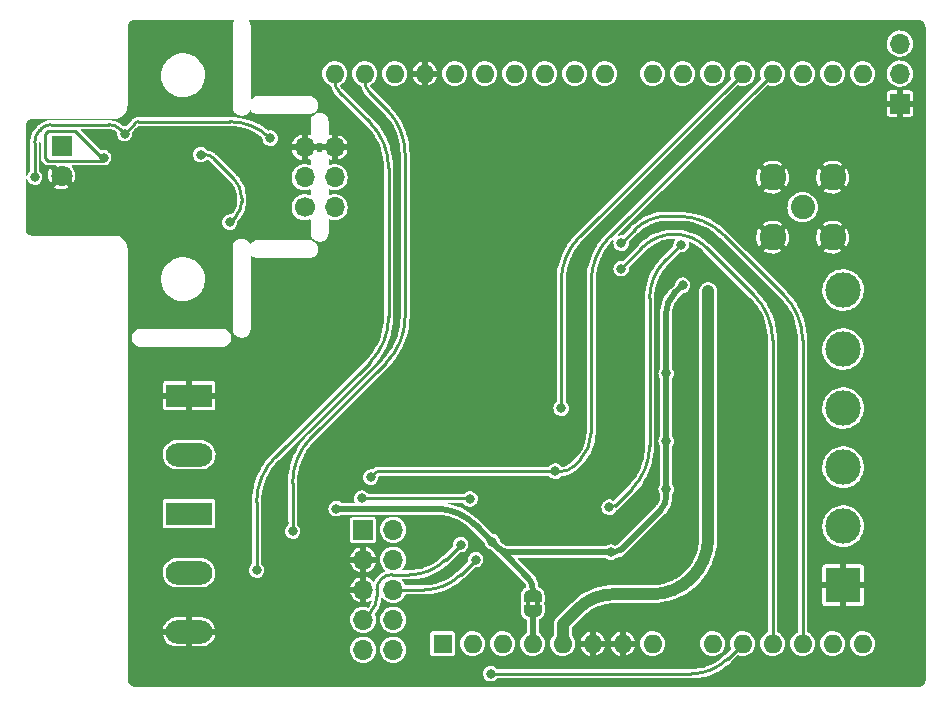
<source format=gbl>
G04 #@! TF.GenerationSoftware,KiCad,Pcbnew,6.0.10-86aedd382b~118~ubuntu22.04.1*
G04 #@! TF.CreationDate,2023-01-24T12:47:22+01:00*
G04 #@! TF.ProjectId,shield,73686965-6c64-42e6-9b69-6361645f7063,rev?*
G04 #@! TF.SameCoordinates,Original*
G04 #@! TF.FileFunction,Copper,L2,Bot*
G04 #@! TF.FilePolarity,Positive*
%FSLAX46Y46*%
G04 Gerber Fmt 4.6, Leading zero omitted, Abs format (unit mm)*
G04 Created by KiCad (PCBNEW 6.0.10-86aedd382b~118~ubuntu22.04.1) date 2023-01-24 12:47:22*
%MOMM*%
%LPD*%
G01*
G04 APERTURE LIST*
G04 Aperture macros list*
%AMFreePoly0*
4,1,22,0.500000,-0.750000,0.000000,-0.750000,0.000000,-0.745033,-0.079941,-0.743568,-0.215256,-0.701293,-0.333266,-0.622738,-0.424486,-0.514219,-0.481581,-0.384460,-0.499164,-0.250000,-0.500000,-0.250000,-0.500000,0.250000,-0.499164,0.250000,-0.499963,0.256109,-0.478152,0.396186,-0.417904,0.524511,-0.324060,0.630769,-0.204165,0.706417,-0.067858,0.745374,0.000000,0.744959,0.000000,0.750000,
0.500000,0.750000,0.500000,-0.750000,0.500000,-0.750000,$1*%
%AMFreePoly1*
4,1,20,0.000000,0.744959,0.073905,0.744508,0.209726,0.703889,0.328688,0.626782,0.421226,0.519385,0.479903,0.390333,0.500000,0.250000,0.500000,-0.250000,0.499851,-0.262216,0.476331,-0.402017,0.414519,-0.529596,0.319384,-0.634700,0.198574,-0.708877,0.061801,-0.746166,0.000000,-0.745033,0.000000,-0.750000,-0.500000,-0.750000,-0.500000,0.750000,0.000000,0.750000,0.000000,0.744959,
0.000000,0.744959,$1*%
G04 Aperture macros list end*
G04 #@! TA.AperFunction,ComponentPad*
%ADD10C,2.050000*%
G04 #@! TD*
G04 #@! TA.AperFunction,ComponentPad*
%ADD11C,2.250000*%
G04 #@! TD*
G04 #@! TA.AperFunction,ComponentPad*
%ADD12R,1.700000X1.700000*%
G04 #@! TD*
G04 #@! TA.AperFunction,ComponentPad*
%ADD13O,1.700000X1.700000*%
G04 #@! TD*
G04 #@! TA.AperFunction,ComponentPad*
%ADD14R,1.800000X1.800000*%
G04 #@! TD*
G04 #@! TA.AperFunction,ComponentPad*
%ADD15C,1.800000*%
G04 #@! TD*
G04 #@! TA.AperFunction,ComponentPad*
%ADD16R,3.960000X1.980000*%
G04 #@! TD*
G04 #@! TA.AperFunction,ComponentPad*
%ADD17O,3.960000X1.980000*%
G04 #@! TD*
G04 #@! TA.AperFunction,ComponentPad*
%ADD18C,1.700000*%
G04 #@! TD*
G04 #@! TA.AperFunction,ComponentPad*
%ADD19R,3.000000X3.000000*%
G04 #@! TD*
G04 #@! TA.AperFunction,ComponentPad*
%ADD20C,3.000000*%
G04 #@! TD*
G04 #@! TA.AperFunction,SMDPad,CuDef*
%ADD21FreePoly0,270.000000*%
G04 #@! TD*
G04 #@! TA.AperFunction,SMDPad,CuDef*
%ADD22FreePoly1,270.000000*%
G04 #@! TD*
G04 #@! TA.AperFunction,ComponentPad*
%ADD23R,1.600000X1.600000*%
G04 #@! TD*
G04 #@! TA.AperFunction,ComponentPad*
%ADD24O,1.600000X1.600000*%
G04 #@! TD*
G04 #@! TA.AperFunction,ViaPad*
%ADD25C,0.800000*%
G04 #@! TD*
G04 #@! TA.AperFunction,ViaPad*
%ADD26C,1.000000*%
G04 #@! TD*
G04 #@! TA.AperFunction,Conductor*
%ADD27C,0.254000*%
G04 #@! TD*
G04 #@! TA.AperFunction,Conductor*
%ADD28C,0.500000*%
G04 #@! TD*
G04 #@! TA.AperFunction,Conductor*
%ADD29C,1.000000*%
G04 #@! TD*
G04 #@! TA.AperFunction,Conductor*
%ADD30C,0.250000*%
G04 #@! TD*
G04 APERTURE END LIST*
G36*
X157153000Y-120900000D02*
G01*
X156753000Y-120900000D01*
X156753000Y-120400000D01*
X157153000Y-120400000D01*
X157153000Y-120900000D01*
G37*
G36*
X157953000Y-120900000D02*
G01*
X157553000Y-120900000D01*
X157553000Y-120400000D01*
X157953000Y-120400000D01*
X157953000Y-120900000D01*
G37*
D10*
X180213000Y-87122000D03*
D11*
X177673000Y-84582000D03*
X182753000Y-84582000D03*
X177673000Y-89662000D03*
X182753000Y-89662000D03*
D12*
X142997000Y-114432000D03*
D13*
X145537000Y-114432000D03*
X142997000Y-116972000D03*
X145537000Y-116972000D03*
X142997000Y-119512000D03*
X145537000Y-119512000D03*
X142997000Y-122052000D03*
X145537000Y-122052000D03*
X142997000Y-124592000D03*
X145537000Y-124592000D03*
D14*
X117475000Y-81910000D03*
D15*
X117475000Y-84450000D03*
D16*
X128260000Y-113069000D03*
D17*
X128260000Y-118069000D03*
X128260000Y-123069000D03*
D12*
X188443000Y-78344000D03*
D13*
X188443000Y-75804000D03*
X188443000Y-73264000D03*
D16*
X128270000Y-103077000D03*
D17*
X128270000Y-108077000D03*
D18*
X138049000Y-87122000D03*
D13*
X140589000Y-87122000D03*
X138049000Y-84582000D03*
X140589000Y-84582000D03*
X138049000Y-82042000D03*
X140589000Y-82042000D03*
D19*
X183642000Y-119126000D03*
D20*
X183642000Y-114126000D03*
X183642000Y-109126000D03*
X183642000Y-104126000D03*
X183642000Y-99126000D03*
X183642000Y-94126000D03*
D21*
X157353000Y-120000000D03*
D22*
X157353000Y-121300000D03*
D23*
X149733000Y-124079000D03*
D24*
X152273000Y-124079000D03*
X154813000Y-124079000D03*
X157353000Y-124079000D03*
X159893000Y-124079000D03*
X162433000Y-124079000D03*
X164973000Y-124079000D03*
X167513000Y-124079000D03*
X172593000Y-124079000D03*
X175133000Y-124079000D03*
X177673000Y-124079000D03*
X180213000Y-124079000D03*
X182753000Y-124079000D03*
X185293000Y-124079000D03*
X185293000Y-75819000D03*
X182753000Y-75819000D03*
X180213000Y-75819000D03*
X177673000Y-75819000D03*
X175133000Y-75819000D03*
X172593000Y-75819000D03*
X170053000Y-75819000D03*
X167513000Y-75819000D03*
X163453000Y-75819000D03*
X160913000Y-75819000D03*
X158373000Y-75819000D03*
X155833000Y-75819000D03*
X153293000Y-75819000D03*
X150753000Y-75819000D03*
X148213000Y-75819000D03*
X145673000Y-75819000D03*
X143133000Y-75819000D03*
X140593000Y-75819000D03*
D25*
X121031000Y-82931000D03*
X153924000Y-115443000D03*
X163957000Y-116332000D03*
X170053000Y-93726000D03*
X168656000Y-110998000D03*
X168656000Y-101193000D03*
X168656000Y-106934000D03*
X140716000Y-112649000D03*
D26*
X172212000Y-100457000D03*
X172212000Y-111760000D03*
X159893000Y-122428000D03*
X172212000Y-94234000D03*
X172212000Y-106299000D03*
D25*
X188214000Y-119253000D03*
X145034000Y-73533000D03*
X134874000Y-98933000D03*
X124714000Y-73533000D03*
X124714000Y-126873000D03*
X172974000Y-73533000D03*
X185674000Y-101473000D03*
X150114000Y-81153000D03*
X137414000Y-93853000D03*
X188214000Y-91313000D03*
X133985000Y-118999000D03*
X163830000Y-111252000D03*
X188214000Y-93853000D03*
X150114000Y-83693000D03*
X124714000Y-119253000D03*
X137414000Y-98933000D03*
X183134000Y-121793000D03*
X132334000Y-101473000D03*
X183134000Y-78613000D03*
X152654000Y-88773000D03*
X132334000Y-104013000D03*
X152654000Y-96393000D03*
X185674000Y-121793000D03*
X127254000Y-126873000D03*
X152654000Y-73533000D03*
X129794000Y-126873000D03*
X134874000Y-101473000D03*
X147574000Y-86233000D03*
X124714000Y-104013000D03*
X137414000Y-76073000D03*
X147574000Y-91313000D03*
X185674000Y-73533000D03*
X188214000Y-106553000D03*
X142494000Y-93853000D03*
X188214000Y-121793000D03*
X150114000Y-98933000D03*
X147574000Y-78613000D03*
X147574000Y-81153000D03*
X137414000Y-126873000D03*
X150114000Y-73533000D03*
X142494000Y-91313000D03*
X155194000Y-73533000D03*
X129794000Y-78613000D03*
X137414000Y-101473000D03*
X185674000Y-88773000D03*
X124714000Y-111633000D03*
X188214000Y-111633000D03*
X150114000Y-93853000D03*
X172974000Y-83693000D03*
X142494000Y-73533000D03*
X165354000Y-73533000D03*
X139954000Y-93853000D03*
X132334000Y-111633000D03*
X124714000Y-106553000D03*
X185674000Y-86233000D03*
X188214000Y-86233000D03*
X123952000Y-80772000D03*
X180594000Y-126873000D03*
X162814000Y-73533000D03*
X188214000Y-96393000D03*
X132334000Y-126873000D03*
X188214000Y-124333000D03*
X134874000Y-76073000D03*
X139954000Y-126873000D03*
X137414000Y-96393000D03*
X142494000Y-81153000D03*
X137414000Y-88773000D03*
X155194000Y-98933000D03*
X183134000Y-96393000D03*
X157734000Y-96393000D03*
X136398000Y-122555000D03*
X151257000Y-116967000D03*
X150114000Y-78613000D03*
X136271000Y-113829500D03*
X147574000Y-93853000D03*
X185674000Y-111633000D03*
X185674000Y-81153000D03*
X139954000Y-91313000D03*
X185674000Y-106553000D03*
X139954000Y-73533000D03*
X183134000Y-111633000D03*
X129794000Y-96393000D03*
X185674000Y-78613000D03*
X188214000Y-81153000D03*
X128143000Y-82296000D03*
X175514000Y-126873000D03*
X178054000Y-126873000D03*
X142494000Y-126873000D03*
X132334000Y-124333000D03*
X152654000Y-81153000D03*
X134874000Y-93853000D03*
X188214000Y-83693000D03*
X129794000Y-73533000D03*
X124714000Y-91313000D03*
X127254000Y-73533000D03*
X183134000Y-73533000D03*
X124714000Y-76073000D03*
X124714000Y-116713000D03*
X137414000Y-73533000D03*
X160274000Y-73533000D03*
X117094000Y-86233000D03*
X185674000Y-126873000D03*
X157734000Y-101473000D03*
X185674000Y-96393000D03*
X185674000Y-91313000D03*
X139954000Y-101473000D03*
X132334000Y-121793000D03*
X147574000Y-98933000D03*
X175514000Y-121793000D03*
X175514000Y-119253000D03*
X188214000Y-114173000D03*
X124714000Y-121793000D03*
X147574000Y-83693000D03*
X152654000Y-86233000D03*
X188214000Y-98933000D03*
X165354000Y-76073000D03*
X134874000Y-126873000D03*
X183134000Y-126873000D03*
X134874000Y-96393000D03*
X188214000Y-88773000D03*
X183134000Y-81153000D03*
X157734000Y-93853000D03*
X124714000Y-124333000D03*
X133096000Y-88392000D03*
X132334000Y-98933000D03*
X124714000Y-96393000D03*
X183134000Y-106553000D03*
X152654000Y-98933000D03*
X124714000Y-101473000D03*
X180594000Y-91313000D03*
X183134000Y-101473000D03*
X147574000Y-73533000D03*
X152654000Y-91313000D03*
X188214000Y-109093000D03*
X183134000Y-116713000D03*
X147574000Y-96393000D03*
X129794000Y-91313000D03*
X150114000Y-96393000D03*
X134874000Y-73533000D03*
X124714000Y-93853000D03*
X155194000Y-93853000D03*
X152654000Y-83693000D03*
X147574000Y-101473000D03*
X170434000Y-124333000D03*
X180594000Y-73533000D03*
X150114000Y-86233000D03*
X119634000Y-86233000D03*
X134874000Y-124333000D03*
X178054000Y-73533000D03*
X188214000Y-126873000D03*
X127254000Y-96393000D03*
X188214000Y-104013000D03*
X185674000Y-83693000D03*
X175514000Y-73533000D03*
X134874000Y-88773000D03*
X157734000Y-73533000D03*
X147574000Y-124333000D03*
X188214000Y-101473000D03*
X124714000Y-114173000D03*
X155194000Y-83693000D03*
X150114000Y-88773000D03*
X150114000Y-101473000D03*
X124714000Y-78613000D03*
X169926000Y-91567000D03*
X124714000Y-109093000D03*
X185674000Y-116713000D03*
X139954000Y-78613000D03*
X127254000Y-78613000D03*
X188214000Y-116713000D03*
X153797000Y-126619000D03*
X164846000Y-90170000D03*
X164846000Y-92329000D03*
X143637000Y-109982000D03*
X159258000Y-109474000D03*
X159766000Y-104140000D03*
X169926000Y-90297000D03*
X163830000Y-112522000D03*
X137033000Y-114554000D03*
X133985000Y-117856000D03*
X115189000Y-84582000D03*
X122809000Y-80899000D03*
X135128000Y-81280000D03*
X151257000Y-115697000D03*
X152048703Y-111820000D03*
X142875000Y-111760000D03*
X152527000Y-116967000D03*
X129243500Y-82677000D03*
X131699000Y-88392000D03*
D27*
X120777000Y-83185000D02*
X116332000Y-83185000D01*
X116332000Y-80645000D02*
X118618000Y-80645000D01*
X118618000Y-80645000D02*
X120904000Y-82931000D01*
X116332000Y-83185000D02*
X116078000Y-82931000D01*
X116078000Y-80899000D02*
X116332000Y-80645000D01*
X121031000Y-82931000D02*
X120777000Y-83185000D01*
X116078000Y-82931000D02*
X116078000Y-80899000D01*
X120904000Y-82931000D02*
X121031000Y-82931000D01*
D28*
X168656000Y-101193000D02*
X168656000Y-106934000D01*
X168656000Y-106934000D02*
X168656000Y-110998000D01*
X168206987Y-112717012D02*
X164816506Y-116107493D01*
X170053000Y-93726000D02*
X169354500Y-94424500D01*
X152527000Y-114046000D02*
X153924000Y-115443000D01*
X157353000Y-119436000D02*
X157353000Y-120000000D01*
X163957000Y-116332000D02*
X164274500Y-116332000D01*
X155257500Y-116776500D02*
X156954191Y-118473191D01*
X155257500Y-116776500D02*
X154368500Y-115887500D01*
X154368500Y-115887500D02*
X153924000Y-115443000D01*
X163957000Y-116332000D02*
X155441617Y-116332000D01*
X140716000Y-112649000D02*
X149154343Y-112649000D01*
X168656000Y-101193000D02*
X168656000Y-96110828D01*
X168656000Y-110998000D02*
X168656000Y-111633000D01*
X155441617Y-116331992D02*
G75*
G02*
X154368500Y-115887500I-17J1517592D01*
G01*
X164274500Y-116332003D02*
G75*
G03*
X164816506Y-116107493I0J766503D01*
G01*
X149154343Y-112648982D02*
G75*
G02*
X152527000Y-114046000I-43J-4769718D01*
G01*
X168206982Y-112717007D02*
G75*
G03*
X168656000Y-111633000I-1083982J1084007D01*
G01*
X157353004Y-119436000D02*
G75*
G03*
X156954190Y-118473192I-1361604J0D01*
G01*
X169354492Y-94424492D02*
G75*
G03*
X168656000Y-96110828I1686308J-1686308D01*
G01*
X155257469Y-116776531D02*
G75*
G02*
X155441617Y-116332000I184131J184131D01*
G01*
D29*
X167442343Y-119888000D02*
X164229051Y-119888000D01*
X159893000Y-122428000D02*
X161163000Y-121158000D01*
X172212000Y-94234000D02*
X172212000Y-111760000D01*
X172209966Y-111763472D02*
X172209966Y-115326501D01*
X159893000Y-122428000D02*
X159893000Y-124079000D01*
X172210983Y-111761017D02*
X172212000Y-111760000D01*
X172210002Y-115326503D02*
G75*
G02*
X170815000Y-118491000I-4783102J218803D01*
G01*
X172209935Y-111763472D02*
G75*
G02*
X172210983Y-111761017I3465J-28D01*
G01*
X164229051Y-119888022D02*
G75*
G03*
X161163001Y-121158001I-51J-4335978D01*
G01*
X170814987Y-118490987D02*
G75*
G02*
X167442343Y-119888000I-3372687J3372687D01*
G01*
D27*
X153797000Y-126619000D02*
X170796948Y-126619000D01*
X173863000Y-125349000D02*
X175133000Y-124079000D01*
X170796948Y-126619020D02*
G75*
G03*
X173863000Y-125349000I-48J4336120D01*
G01*
D30*
X168748446Y-87884000D02*
X169704036Y-87884000D01*
X178619207Y-94545207D02*
X173551792Y-89477792D01*
X180213000Y-98392963D02*
X180213000Y-124079000D01*
X165989000Y-89027000D02*
X164846000Y-90170000D01*
X178619199Y-94545215D02*
G75*
G02*
X180213000Y-98392963I-3847799J-3847785D01*
G01*
X173551784Y-89477800D02*
G75*
G03*
X169704036Y-87884000I-3847784J-3847800D01*
G01*
X165988986Y-89026986D02*
G75*
G02*
X168748446Y-87884000I2759414J-2759414D01*
G01*
D27*
X177673000Y-98392963D02*
X177673000Y-124079000D01*
X172064532Y-90530532D02*
X176079207Y-94545207D01*
X164846000Y-92329000D02*
X166644467Y-90530532D01*
X172064539Y-90530525D02*
G75*
G03*
X169354500Y-89408000I-2710039J-2710075D01*
G01*
X166644460Y-90530525D02*
G75*
G02*
X169354500Y-89408000I2710040J-2710075D01*
G01*
X177673010Y-98392963D02*
G75*
G03*
X176079206Y-94545208I-5441610J-37D01*
G01*
X143891000Y-109728000D02*
X143637000Y-109982000D01*
X161353500Y-108521500D02*
X160805111Y-109069888D01*
X144504210Y-109474000D02*
X159258000Y-109474000D01*
X162306000Y-106221961D02*
X162306000Y-93439963D01*
X163899792Y-89592207D02*
X177673000Y-75819000D01*
X159829500Y-109474000D02*
X159258000Y-109474000D01*
X163899821Y-89592236D02*
G75*
G03*
X162306000Y-93439963I3847679J-3847764D01*
G01*
X161353511Y-108521511D02*
G75*
G03*
X162306000Y-106221961I-2299511J2299511D01*
G01*
X160805107Y-109069884D02*
G75*
G02*
X159829500Y-109474000I-975607J975584D01*
G01*
X144504210Y-109474005D02*
G75*
G03*
X143891001Y-109728001I-10J-867195D01*
G01*
X159766000Y-104140000D02*
X159766000Y-93439963D01*
X161359792Y-89592207D02*
X175133000Y-75819000D01*
X161359821Y-89592236D02*
G75*
G03*
X159766000Y-93439963I3847679J-3847764D01*
G01*
X167259000Y-94849853D02*
X167259000Y-107318738D01*
X169926000Y-90297000D02*
X168592500Y-91630500D01*
X164020500Y-112522000D02*
X163830000Y-112522000D01*
X164345703Y-112387296D02*
X165734999Y-110997999D01*
X167259014Y-107318738D02*
G75*
G02*
X165734999Y-110997999I-5203314J38D01*
G01*
X164345702Y-112387295D02*
G75*
G02*
X164020500Y-112522000I-325202J325195D01*
G01*
X167258952Y-94849853D02*
G75*
G02*
X168592500Y-91630500I4552848J-47D01*
G01*
D30*
X146558000Y-82644963D02*
X146558000Y-96425036D01*
X137033000Y-110457963D02*
X137033000Y-114554000D01*
X138626792Y-106610207D02*
X144964207Y-100272792D01*
X143538525Y-77371525D02*
X144964207Y-78797207D01*
X143133000Y-76392500D02*
X143133000Y-75819000D01*
X143132985Y-76392500D02*
G75*
G03*
X143538525Y-77371525I1384515J0D01*
G01*
X144964199Y-78797215D02*
G75*
G02*
X146558000Y-82644963I-3847799J-3847785D01*
G01*
X144964200Y-100272785D02*
G75*
G03*
X146558000Y-96425036I-3847800J3847785D01*
G01*
X137032960Y-110457963D02*
G75*
G02*
X138626793Y-106610208I5441540J-37D01*
G01*
X140593000Y-76392500D02*
X140593000Y-75819000D01*
X143567207Y-100272792D02*
X135578792Y-108261207D01*
X143567207Y-79940207D02*
X140998525Y-77371525D01*
X133985000Y-117856000D02*
X133985000Y-112108963D01*
X145161000Y-83787963D02*
X145161000Y-96425036D01*
X145161010Y-96425036D02*
G75*
G02*
X143567207Y-100272792I-5441610J36D01*
G01*
X133984960Y-112108963D02*
G75*
G02*
X135578793Y-108261208I5441540J-37D01*
G01*
X143567199Y-79940215D02*
G75*
G02*
X145161000Y-83787963I-3847799J-3847785D01*
G01*
X140998536Y-77371514D02*
G75*
G02*
X140593000Y-76392500I978964J979014D01*
G01*
X122428000Y-80518000D02*
X122809000Y-80899000D01*
X122809000Y-80894347D02*
X122809000Y-80899000D01*
X122812289Y-80886405D02*
X123719312Y-79979383D01*
X115189000Y-84582000D02*
X115189000Y-81663694D01*
X116541485Y-80137000D02*
X121508184Y-80137000D01*
X115750266Y-80464734D02*
X115639917Y-80575083D01*
X131755344Y-79883000D02*
X123952000Y-79883000D01*
X115188988Y-81663694D02*
G75*
G02*
X115639918Y-80575084I1539512J-6D01*
G01*
X123952000Y-79883009D02*
G75*
G03*
X123719312Y-79979383I0J-329091D01*
G01*
X115750284Y-80464752D02*
G75*
G02*
X116541485Y-80137000I791216J-791148D01*
G01*
X122809024Y-80894347D02*
G75*
G02*
X122812289Y-80886405I11176J47D01*
G01*
X135127987Y-81280013D02*
G75*
G03*
X131755344Y-79883000I-3372687J-3372687D01*
G01*
X121508184Y-80137007D02*
G75*
G02*
X122428000Y-80518000I16J-1300793D01*
G01*
D27*
X145425309Y-118237000D02*
X146920948Y-118237000D01*
X143585500Y-121463500D02*
X142997000Y-122052000D01*
X144174000Y-120042735D02*
X144174000Y-119488309D01*
X151257000Y-115697000D02*
X149987000Y-116967000D01*
X144174004Y-119488309D02*
G75*
G02*
X144540500Y-118603500I1251296J9D01*
G01*
X144174014Y-120042735D02*
G75*
G02*
X143585500Y-121463500I-2009314J35D01*
G01*
X149986986Y-116966986D02*
G75*
G02*
X146920948Y-118237000I-3066086J3066086D01*
G01*
X145425309Y-118237004D02*
G75*
G03*
X144540500Y-118603500I-9J-1251296D01*
G01*
D30*
X152048703Y-111820000D02*
X152018703Y-111790000D01*
X142875000Y-111760000D02*
X151946276Y-111760000D01*
X152018709Y-111789994D02*
G75*
G03*
X151946276Y-111760000I-72409J-72406D01*
G01*
X148182413Y-119512000D02*
X145537000Y-119512000D01*
X152527000Y-116967000D02*
X151254500Y-118239500D01*
X151254496Y-118239496D02*
G75*
G02*
X148182413Y-119512000I-3072096J3072096D01*
G01*
X131996579Y-84625579D02*
X130332433Y-82961433D01*
X132715000Y-86657579D02*
X132715000Y-86360000D01*
X129645750Y-82677000D02*
X129243500Y-82677000D01*
X131699000Y-88392000D02*
X132207000Y-87884000D01*
X132715012Y-86360000D02*
G75*
G03*
X131996579Y-84625579I-2452812J0D01*
G01*
X130332454Y-82961412D02*
G75*
G03*
X129645750Y-82677000I-686654J-686688D01*
G01*
X132207006Y-87884006D02*
G75*
G03*
X132715000Y-86657579I-1226406J1226406D01*
G01*
D28*
X157353000Y-124079000D02*
X157353000Y-121300000D01*
G04 #@! TA.AperFunction,Conductor*
G36*
X132634858Y-79375500D02*
G01*
X132795142Y-79375500D01*
X132797494Y-79375000D01*
X138750361Y-79375000D01*
X138698727Y-79432345D01*
X138697092Y-79435177D01*
X138697089Y-79435181D01*
X138620221Y-79568321D01*
X138618585Y-79571155D01*
X138587054Y-79668196D01*
X138570205Y-79720053D01*
X138569054Y-79723594D01*
X138553719Y-79869507D01*
X138553481Y-79871771D01*
X138552715Y-79876819D01*
X138552715Y-79876963D01*
X138551514Y-79883000D01*
X138552715Y-79889038D01*
X138555299Y-79902029D01*
X138556500Y-79914222D01*
X138556500Y-80867778D01*
X138555299Y-80879971D01*
X138551514Y-80899000D01*
X138552715Y-80905037D01*
X138552715Y-80905182D01*
X138553480Y-80910222D01*
X138556223Y-80936322D01*
X138558495Y-80957943D01*
X138544908Y-81003808D01*
X138502869Y-81026633D01*
X138473177Y-81022526D01*
X138366554Y-80979988D01*
X138361087Y-80978369D01*
X138315193Y-80969240D01*
X138305861Y-80971096D01*
X138303000Y-80975379D01*
X138303000Y-81775569D01*
X138306641Y-81784359D01*
X138315431Y-81788000D01*
X139112082Y-81788000D01*
X139120872Y-81784359D01*
X139122427Y-81780606D01*
X139107364Y-81727197D01*
X139112987Y-81679693D01*
X139150553Y-81650078D01*
X139180512Y-81649098D01*
X139238858Y-81661500D01*
X139399142Y-81661500D01*
X139402349Y-81660818D01*
X139402352Y-81660818D01*
X139446000Y-81651540D01*
X139446000Y-82432460D01*
X139402352Y-82423182D01*
X139402349Y-82423182D01*
X139399142Y-82422500D01*
X139238858Y-82422500D01*
X139181397Y-82434714D01*
X139134363Y-82425997D01*
X139107269Y-82386575D01*
X139109220Y-82353490D01*
X139125390Y-82305854D01*
X139123669Y-82299080D01*
X139118492Y-82296000D01*
X138315431Y-82296000D01*
X138306641Y-82299641D01*
X138303000Y-82308431D01*
X138303000Y-83108365D01*
X138306641Y-83117155D01*
X138311078Y-83118993D01*
X138475966Y-83063020D01*
X138523699Y-83066148D01*
X138555239Y-83102113D01*
X138558214Y-83128735D01*
X138553713Y-83171565D01*
X138553481Y-83173771D01*
X138552715Y-83178819D01*
X138552715Y-83178963D01*
X138551514Y-83185000D01*
X138552715Y-83191038D01*
X138555299Y-83204029D01*
X138556500Y-83216222D01*
X138556500Y-83407778D01*
X138555299Y-83419971D01*
X138551514Y-83439000D01*
X138552715Y-83445037D01*
X138552715Y-83445182D01*
X138553481Y-83450230D01*
X138558436Y-83497381D01*
X138544849Y-83543246D01*
X138502810Y-83566071D01*
X138473118Y-83561964D01*
X138366696Y-83519506D01*
X138364039Y-83518446D01*
X138361233Y-83517888D01*
X138361230Y-83517887D01*
X138167752Y-83479402D01*
X138167750Y-83479402D01*
X138164946Y-83478844D01*
X138069353Y-83477593D01*
X137964833Y-83476224D01*
X137964828Y-83476224D01*
X137961971Y-83476187D01*
X137959151Y-83476672D01*
X137959146Y-83476672D01*
X137842751Y-83496673D01*
X137761910Y-83510564D01*
X137759222Y-83511556D01*
X137759217Y-83511557D01*
X137574151Y-83579832D01*
X137574148Y-83579833D01*
X137571463Y-83580824D01*
X137569003Y-83582287D01*
X137569002Y-83582288D01*
X137565677Y-83584266D01*
X137397010Y-83684612D01*
X137244392Y-83818455D01*
X137118720Y-83977869D01*
X137059309Y-84090790D01*
X137030266Y-84145992D01*
X137024203Y-84157515D01*
X137023356Y-84160242D01*
X137023355Y-84160245D01*
X136998077Y-84241654D01*
X136964007Y-84351378D01*
X136940148Y-84552964D01*
X136940756Y-84562241D01*
X136952202Y-84736871D01*
X136953424Y-84755522D01*
X136954130Y-84758302D01*
X136994025Y-84915385D01*
X137003392Y-84952269D01*
X137088377Y-85136616D01*
X137205533Y-85302389D01*
X137207587Y-85304390D01*
X137207588Y-85304391D01*
X137323325Y-85417136D01*
X137350938Y-85444035D01*
X137519720Y-85556812D01*
X137609383Y-85595334D01*
X137703588Y-85635808D01*
X137703590Y-85635809D01*
X137706228Y-85636942D01*
X137806641Y-85659663D01*
X137901426Y-85681111D01*
X137901429Y-85681111D01*
X137904216Y-85681742D01*
X137994164Y-85685276D01*
X138104193Y-85689600D01*
X138104197Y-85689600D01*
X138107053Y-85689712D01*
X138307945Y-85660584D01*
X138475908Y-85603568D01*
X138523641Y-85606696D01*
X138555181Y-85642661D01*
X138558156Y-85669283D01*
X138553481Y-85713770D01*
X138552715Y-85718818D01*
X138552715Y-85718963D01*
X138551514Y-85725000D01*
X138552715Y-85731038D01*
X138555299Y-85744029D01*
X138556500Y-85756222D01*
X138556500Y-85947778D01*
X138555299Y-85959971D01*
X138551514Y-85979000D01*
X138552715Y-85985037D01*
X138552715Y-85985182D01*
X138553481Y-85990230D01*
X138558436Y-86037381D01*
X138544849Y-86083246D01*
X138502810Y-86106071D01*
X138473118Y-86101964D01*
X138366696Y-86059506D01*
X138364039Y-86058446D01*
X138361233Y-86057888D01*
X138361230Y-86057887D01*
X138167752Y-86019402D01*
X138167750Y-86019402D01*
X138164946Y-86018844D01*
X138069353Y-86017593D01*
X137964833Y-86016224D01*
X137964828Y-86016224D01*
X137961971Y-86016187D01*
X137959151Y-86016672D01*
X137959146Y-86016672D01*
X137842751Y-86036673D01*
X137761910Y-86050564D01*
X137759222Y-86051556D01*
X137759217Y-86051557D01*
X137574151Y-86119832D01*
X137574148Y-86119833D01*
X137571463Y-86120824D01*
X137397010Y-86224612D01*
X137394853Y-86226504D01*
X137248169Y-86355143D01*
X137244392Y-86358455D01*
X137118720Y-86517869D01*
X137024203Y-86697515D01*
X137023356Y-86700242D01*
X137023355Y-86700245D01*
X136990109Y-86807315D01*
X136964007Y-86891378D01*
X136940148Y-87092964D01*
X136953424Y-87295522D01*
X136954130Y-87298302D01*
X136969416Y-87358488D01*
X137003392Y-87492269D01*
X137088377Y-87676616D01*
X137205533Y-87842389D01*
X137207587Y-87844390D01*
X137207588Y-87844391D01*
X137320025Y-87953921D01*
X137350938Y-87984035D01*
X137519720Y-88096812D01*
X137540161Y-88105594D01*
X137703588Y-88175808D01*
X137703590Y-88175809D01*
X137706228Y-88176942D01*
X137806641Y-88199663D01*
X137901426Y-88221111D01*
X137901429Y-88221111D01*
X137904216Y-88221742D01*
X137994164Y-88225276D01*
X138104193Y-88229600D01*
X138104197Y-88229600D01*
X138107053Y-88229712D01*
X138118606Y-88228037D01*
X138166373Y-88221111D01*
X138307945Y-88200584D01*
X138475908Y-88143568D01*
X138523641Y-88146696D01*
X138555181Y-88182661D01*
X138558156Y-88209283D01*
X138553481Y-88253770D01*
X138552715Y-88258818D01*
X138552715Y-88258963D01*
X138551514Y-88265000D01*
X138552715Y-88271038D01*
X138555299Y-88284029D01*
X138556500Y-88296222D01*
X138556500Y-89249778D01*
X138555299Y-89261971D01*
X138551514Y-89281000D01*
X138552715Y-89287037D01*
X138552715Y-89287181D01*
X138553479Y-89292219D01*
X138569054Y-89440406D01*
X138570066Y-89443520D01*
X138570066Y-89443521D01*
X138577993Y-89467917D01*
X138618585Y-89592845D01*
X138620220Y-89595677D01*
X138620221Y-89595679D01*
X138697089Y-89728819D01*
X138697092Y-89728823D01*
X138698727Y-89731655D01*
X138750361Y-89789000D01*
X132797494Y-89789000D01*
X132795142Y-89788500D01*
X132634858Y-89788500D01*
X132632506Y-89789000D01*
X122644008Y-89789000D01*
X122496166Y-89685480D01*
X122493934Y-89683917D01*
X122312594Y-89599357D01*
X122309961Y-89598652D01*
X122309957Y-89598650D01*
X122121961Y-89548277D01*
X122121958Y-89548276D01*
X122119325Y-89547571D01*
X122116611Y-89547334D01*
X122116608Y-89547333D01*
X121928946Y-89530914D01*
X121927545Y-89530714D01*
X121926656Y-89530714D01*
X121925547Y-89530617D01*
X121920000Y-89529514D01*
X121903998Y-89532697D01*
X121900971Y-89533299D01*
X121888778Y-89534500D01*
X115093222Y-89534500D01*
X115081029Y-89533299D01*
X115068038Y-89530715D01*
X115062000Y-89529514D01*
X115055529Y-89530801D01*
X115036341Y-89531609D01*
X114927807Y-89519380D01*
X114914167Y-89516267D01*
X114793344Y-89473989D01*
X114780736Y-89467917D01*
X114736953Y-89440406D01*
X114672358Y-89399818D01*
X114661417Y-89391093D01*
X114570907Y-89300583D01*
X114562181Y-89289641D01*
X114562017Y-89289379D01*
X114494083Y-89181263D01*
X114488010Y-89168655D01*
X114445733Y-89047835D01*
X114442619Y-89034190D01*
X114439129Y-89003208D01*
X114430391Y-88925659D01*
X114431199Y-88906471D01*
X114432486Y-88900000D01*
X114428701Y-88880971D01*
X114427500Y-88868778D01*
X114427500Y-85425927D01*
X116863433Y-85425927D01*
X116865404Y-85430684D01*
X116919616Y-85466907D01*
X116924633Y-85469631D01*
X117114240Y-85551092D01*
X117119657Y-85552852D01*
X117320937Y-85598398D01*
X117326585Y-85599141D01*
X117532794Y-85607244D01*
X117538488Y-85606945D01*
X117742714Y-85577333D01*
X117748263Y-85576001D01*
X117943672Y-85509669D01*
X117948884Y-85507348D01*
X118081786Y-85432920D01*
X118087678Y-85425447D01*
X118087200Y-85421411D01*
X117483790Y-84818000D01*
X117475000Y-84814359D01*
X117466210Y-84818000D01*
X116867074Y-85417136D01*
X116863433Y-85425927D01*
X114427500Y-85425927D01*
X114427500Y-84758350D01*
X114445806Y-84714156D01*
X114490000Y-84695850D01*
X114534194Y-84714156D01*
X114548693Y-84736871D01*
X114554464Y-84752641D01*
X114601553Y-84881319D01*
X114644906Y-84945834D01*
X114664231Y-84974593D01*
X114689908Y-85012805D01*
X114692695Y-85015341D01*
X114701363Y-85023228D01*
X114807076Y-85119419D01*
X114810385Y-85121216D01*
X114810387Y-85121217D01*
X114843064Y-85138959D01*
X114946293Y-85195008D01*
X114949940Y-85195965D01*
X114949943Y-85195966D01*
X115095874Y-85234250D01*
X115099522Y-85235207D01*
X115184157Y-85236536D01*
X115254147Y-85237636D01*
X115254149Y-85237636D01*
X115257916Y-85237695D01*
X115412332Y-85202329D01*
X115415696Y-85200637D01*
X115415699Y-85200636D01*
X115538330Y-85138959D01*
X115553855Y-85131151D01*
X115556720Y-85128704D01*
X115556723Y-85128702D01*
X115671452Y-85030713D01*
X115674314Y-85028269D01*
X115676509Y-85025214D01*
X115676512Y-85025211D01*
X115764555Y-84902686D01*
X115764556Y-84902684D01*
X115766755Y-84899624D01*
X115825842Y-84752641D01*
X115841865Y-84640053D01*
X115847875Y-84597826D01*
X115847875Y-84597821D01*
X115848162Y-84595807D01*
X115848307Y-84582000D01*
X115829276Y-84424733D01*
X115828442Y-84422526D01*
X116316641Y-84422526D01*
X116330137Y-84628434D01*
X116331032Y-84634082D01*
X116381826Y-84834089D01*
X116383729Y-84839462D01*
X116470125Y-85026868D01*
X116472981Y-85031815D01*
X116491061Y-85057398D01*
X116499110Y-85062476D01*
X116504542Y-85061247D01*
X117107000Y-84458790D01*
X117110641Y-84450000D01*
X117107000Y-84441210D01*
X116505460Y-83839670D01*
X116496669Y-83836029D01*
X116493205Y-83837464D01*
X116405606Y-84003961D01*
X116403427Y-84009221D01*
X116342230Y-84206311D01*
X116341046Y-84211882D01*
X116316790Y-84416814D01*
X116316641Y-84422526D01*
X115828442Y-84422526D01*
X115773280Y-84276546D01*
X115683553Y-84145992D01*
X115589423Y-84062125D01*
X115568500Y-84015461D01*
X115568500Y-82932057D01*
X115574441Y-82917714D01*
X115568500Y-82897559D01*
X115568500Y-81698487D01*
X115569269Y-81688710D01*
X115572269Y-81669769D01*
X115597264Y-81628982D01*
X115643777Y-81617815D01*
X115684564Y-81642810D01*
X115696500Y-81679546D01*
X115696500Y-82883624D01*
X115695100Y-82896778D01*
X115692100Y-82910713D01*
X115688679Y-82915664D01*
X115693067Y-82924711D01*
X115696067Y-82950059D01*
X115696500Y-82957405D01*
X115696500Y-82962692D01*
X115699936Y-82983336D01*
X115700347Y-82986223D01*
X115706582Y-83038907D01*
X115708818Y-83043563D01*
X115709933Y-83047402D01*
X115711230Y-83051191D01*
X115712078Y-83056283D01*
X115714529Y-83060826D01*
X115714530Y-83060828D01*
X115737263Y-83102958D01*
X115738600Y-83105583D01*
X115761560Y-83153398D01*
X115765170Y-83157692D01*
X115765355Y-83157877D01*
X115767944Y-83160944D01*
X115769935Y-83163510D01*
X115772388Y-83168057D01*
X115776183Y-83171565D01*
X115813107Y-83205697D01*
X115814876Y-83207398D01*
X116028739Y-83421262D01*
X116037045Y-83431546D01*
X116045929Y-83445304D01*
X116049983Y-83448500D01*
X116049985Y-83448502D01*
X116075411Y-83468546D01*
X116080911Y-83473434D01*
X116084648Y-83477171D01*
X116101696Y-83489354D01*
X116103991Y-83491077D01*
X116145670Y-83523934D01*
X116150548Y-83525647D01*
X116154046Y-83527570D01*
X116157639Y-83529330D01*
X116161842Y-83532334D01*
X116166786Y-83533813D01*
X116166789Y-83533814D01*
X116212655Y-83547530D01*
X116215457Y-83548441D01*
X116265502Y-83566016D01*
X116269420Y-83566355D01*
X116269423Y-83566356D01*
X116269760Y-83566385D01*
X116269766Y-83566385D01*
X116271091Y-83566500D01*
X116271350Y-83566500D01*
X116275354Y-83566839D01*
X116278579Y-83567246D01*
X116283524Y-83568725D01*
X116338925Y-83566548D01*
X116341378Y-83566500D01*
X116924823Y-83566500D01*
X116969017Y-83584806D01*
X117475000Y-84090790D01*
X118443055Y-85058844D01*
X118451845Y-85062485D01*
X118455600Y-85060929D01*
X118532348Y-84923884D01*
X118534669Y-84918672D01*
X118601001Y-84723263D01*
X118602333Y-84717714D01*
X118632093Y-84512470D01*
X118632404Y-84508825D01*
X118633896Y-84451827D01*
X118633777Y-84448179D01*
X118614799Y-84241654D01*
X118613758Y-84236036D01*
X118557745Y-84037429D01*
X118555702Y-84032107D01*
X118464430Y-83847024D01*
X118461444Y-83842152D01*
X118337979Y-83676814D01*
X118332583Y-83670820D01*
X118316616Y-83625728D01*
X118337210Y-83582553D01*
X118379030Y-83566500D01*
X120729624Y-83566500D01*
X120742778Y-83567900D01*
X120758780Y-83571345D01*
X120763910Y-83570738D01*
X120763912Y-83570738D01*
X120796059Y-83566933D01*
X120803405Y-83566500D01*
X120808692Y-83566500D01*
X120829318Y-83563067D01*
X120832234Y-83562652D01*
X120839172Y-83561831D01*
X120862377Y-83563444D01*
X120941522Y-83584207D01*
X121026157Y-83585536D01*
X121096147Y-83586636D01*
X121096149Y-83586636D01*
X121099916Y-83586695D01*
X121254332Y-83551329D01*
X121257696Y-83549637D01*
X121257699Y-83549636D01*
X121324611Y-83515983D01*
X121395855Y-83480151D01*
X121398720Y-83477704D01*
X121398723Y-83477702D01*
X121513452Y-83379713D01*
X121516314Y-83377269D01*
X121518509Y-83374214D01*
X121518512Y-83374211D01*
X121606555Y-83251686D01*
X121606556Y-83251684D01*
X121608755Y-83248624D01*
X121667842Y-83101641D01*
X121684267Y-82986232D01*
X121689875Y-82946826D01*
X121689875Y-82946821D01*
X121690162Y-82944807D01*
X121690235Y-82937842D01*
X121690286Y-82933039D01*
X121690286Y-82933033D01*
X121690307Y-82931000D01*
X121671276Y-82773733D01*
X121632114Y-82670096D01*
X128584229Y-82670096D01*
X128601613Y-82827553D01*
X128656053Y-82976319D01*
X128694664Y-83033778D01*
X128738020Y-83098298D01*
X128744408Y-83107805D01*
X128861576Y-83214419D01*
X128864885Y-83216216D01*
X128864887Y-83216217D01*
X128923450Y-83248014D01*
X129000793Y-83290008D01*
X129004440Y-83290965D01*
X129004443Y-83290966D01*
X129150374Y-83329250D01*
X129154022Y-83330207D01*
X129238657Y-83331536D01*
X129308647Y-83332636D01*
X129308649Y-83332636D01*
X129312416Y-83332695D01*
X129466832Y-83297329D01*
X129470196Y-83295637D01*
X129470199Y-83295636D01*
X129557584Y-83251686D01*
X129608355Y-83226151D01*
X129611220Y-83223704D01*
X129611223Y-83223702D01*
X129725949Y-83125716D01*
X129728814Y-83123269D01*
X129741199Y-83106033D01*
X129781853Y-83080827D01*
X129810093Y-83082695D01*
X129866289Y-83099739D01*
X129877605Y-83104426D01*
X129969034Y-83153292D01*
X129979217Y-83160095D01*
X130002033Y-83178819D01*
X130043514Y-83212860D01*
X130054428Y-83224436D01*
X130057854Y-83229151D01*
X130057856Y-83229153D01*
X130060747Y-83233132D01*
X130064725Y-83236022D01*
X130081232Y-83248014D01*
X130088691Y-83254385D01*
X131703634Y-84869328D01*
X131710003Y-84876785D01*
X131724890Y-84897275D01*
X131737546Y-84906470D01*
X131747409Y-84915384D01*
X131819297Y-84995825D01*
X131880829Y-85064678D01*
X131885194Y-85070151D01*
X132015685Y-85254057D01*
X132019410Y-85259985D01*
X132113754Y-85430684D01*
X132128486Y-85457340D01*
X132131525Y-85463651D01*
X132173752Y-85565594D01*
X132217818Y-85671976D01*
X132220133Y-85678592D01*
X132282555Y-85895262D01*
X132284115Y-85902094D01*
X132321529Y-86122288D01*
X132321887Y-86124396D01*
X132322671Y-86131357D01*
X132328015Y-86226504D01*
X132333895Y-86331217D01*
X132333224Y-86344496D01*
X132331538Y-86355143D01*
X132330769Y-86360000D01*
X132331538Y-86364855D01*
X132334731Y-86385015D01*
X132335500Y-86394792D01*
X132335500Y-86622791D01*
X132334731Y-86632567D01*
X132330769Y-86657584D01*
X132331538Y-86662440D01*
X132331538Y-86662441D01*
X132333023Y-86671818D01*
X132333658Y-86685681D01*
X132324178Y-86830349D01*
X132323111Y-86838451D01*
X132306352Y-86922714D01*
X132290135Y-87004246D01*
X132288019Y-87012142D01*
X132250109Y-87123827D01*
X132233687Y-87172205D01*
X132230561Y-87179755D01*
X132155792Y-87331373D01*
X132151704Y-87338453D01*
X132057791Y-87479004D01*
X132052814Y-87485490D01*
X131957246Y-87594465D01*
X131946995Y-87603818D01*
X131935308Y-87612308D01*
X131920418Y-87632802D01*
X131914055Y-87640251D01*
X131833758Y-87720548D01*
X131789564Y-87738854D01*
X131784092Y-87738510D01*
X131781633Y-87737892D01*
X131777863Y-87737872D01*
X131777861Y-87737872D01*
X131703253Y-87737481D01*
X131623221Y-87737062D01*
X131619557Y-87737942D01*
X131619554Y-87737942D01*
X131549948Y-87754653D01*
X131469184Y-87774043D01*
X131465842Y-87775768D01*
X131465839Y-87775769D01*
X131398799Y-87810371D01*
X131328414Y-87846700D01*
X131209039Y-87950838D01*
X131206873Y-87953920D01*
X131206872Y-87953921D01*
X131187112Y-87982037D01*
X131117950Y-88080444D01*
X131116581Y-88083955D01*
X131116580Y-88083957D01*
X131062817Y-88221854D01*
X131060406Y-88228037D01*
X131059914Y-88231774D01*
X131040221Y-88381355D01*
X131040221Y-88381359D01*
X131039729Y-88385096D01*
X131057113Y-88542553D01*
X131111553Y-88691319D01*
X131199908Y-88822805D01*
X131317076Y-88929419D01*
X131320385Y-88931216D01*
X131320387Y-88931217D01*
X131418368Y-88984416D01*
X131456293Y-89005008D01*
X131459940Y-89005965D01*
X131459943Y-89005966D01*
X131594210Y-89041190D01*
X131609522Y-89045207D01*
X131694157Y-89046536D01*
X131764147Y-89047636D01*
X131764149Y-89047636D01*
X131767916Y-89047695D01*
X131922332Y-89012329D01*
X131925696Y-89010637D01*
X131925699Y-89010636D01*
X131992611Y-88976983D01*
X132063855Y-88941151D01*
X132066720Y-88938704D01*
X132066723Y-88938702D01*
X132181452Y-88840713D01*
X132184314Y-88838269D01*
X132186509Y-88835214D01*
X132186512Y-88835211D01*
X132274555Y-88712686D01*
X132274556Y-88712684D01*
X132276755Y-88709624D01*
X132335842Y-88562641D01*
X132345944Y-88491656D01*
X132357875Y-88407826D01*
X132357875Y-88407821D01*
X132358162Y-88405807D01*
X132358307Y-88392000D01*
X132358062Y-88389979D01*
X132358062Y-88389971D01*
X132348725Y-88312819D01*
X132361589Y-88266745D01*
X132366578Y-88261116D01*
X132399658Y-88228037D01*
X132450749Y-88176946D01*
X132458206Y-88170576D01*
X132458546Y-88170329D01*
X132478692Y-88155692D01*
X132484942Y-88147089D01*
X132488893Y-88142192D01*
X132524764Y-88102053D01*
X132635920Y-87977669D01*
X132656715Y-87948362D01*
X132772303Y-87785455D01*
X132773315Y-87784029D01*
X132798555Y-87738361D01*
X132856898Y-87632794D01*
X132888164Y-87576222D01*
X132979024Y-87356863D01*
X133044752Y-87128710D01*
X133084521Y-86894633D01*
X133094247Y-86721399D01*
X133094377Y-86719582D01*
X133094500Y-86718163D01*
X133094500Y-86716899D01*
X133096886Y-86674411D01*
X133097557Y-86668140D01*
X133098461Y-86662434D01*
X133099231Y-86657574D01*
X133095270Y-86632567D01*
X133094500Y-86622789D01*
X133094500Y-86394792D01*
X133095269Y-86385015D01*
X133098462Y-86364857D01*
X133098462Y-86364855D01*
X133099231Y-86360000D01*
X133097871Y-86351413D01*
X133097177Y-86344706D01*
X133084348Y-86083566D01*
X133084347Y-86083559D01*
X133084273Y-86082046D01*
X133080930Y-86059506D01*
X133043662Y-85808271D01*
X133043662Y-85808270D01*
X133043439Y-85806768D01*
X132975819Y-85536819D01*
X132964600Y-85505463D01*
X132882581Y-85276243D01*
X132882064Y-85274798D01*
X132873607Y-85256916D01*
X132763738Y-85024621D01*
X132763737Y-85024619D01*
X132763079Y-85023228D01*
X132620007Y-84784533D01*
X132600553Y-84758302D01*
X132455141Y-84562241D01*
X132454228Y-84561010D01*
X132355268Y-84451827D01*
X132277703Y-84366248D01*
X132273451Y-84361015D01*
X132271163Y-84357866D01*
X132271159Y-84357862D01*
X132268268Y-84353883D01*
X132247780Y-84338998D01*
X132240322Y-84332628D01*
X130625380Y-82717686D01*
X130619011Y-82710230D01*
X130607011Y-82693714D01*
X130607010Y-82693713D01*
X130604119Y-82689734D01*
X130590520Y-82679854D01*
X130586058Y-82676288D01*
X130471261Y-82575620D01*
X130471260Y-82575619D01*
X130469726Y-82574274D01*
X130468036Y-82573145D01*
X130468031Y-82573141D01*
X130351064Y-82494992D01*
X130322510Y-82475914D01*
X130214188Y-82422500D01*
X130165552Y-82398517D01*
X130165548Y-82398515D01*
X130163714Y-82397611D01*
X130079291Y-82368957D01*
X129997991Y-82341363D01*
X129997990Y-82341363D01*
X129996055Y-82340706D01*
X129994058Y-82340309D01*
X129994051Y-82340307D01*
X129908718Y-82323338D01*
X129822404Y-82306173D01*
X129820370Y-82306040D01*
X129820364Y-82306039D01*
X129815103Y-82305695D01*
X129811239Y-82305442D01*
X129807718Y-82303706D01*
X136976336Y-82303706D01*
X137003159Y-82409323D01*
X137005066Y-82414707D01*
X137087612Y-82593761D01*
X137090468Y-82598708D01*
X137204257Y-82759717D01*
X137207970Y-82764065D01*
X137349203Y-82901647D01*
X137353636Y-82905236D01*
X137517576Y-83014778D01*
X137522598Y-83017504D01*
X137703744Y-83095331D01*
X137709183Y-83097098D01*
X137782875Y-83113773D01*
X137792252Y-83112162D01*
X137795000Y-83108274D01*
X137795000Y-82308431D01*
X137791359Y-82299641D01*
X137782569Y-82296000D01*
X136986810Y-82296000D01*
X136978020Y-82299641D01*
X136976336Y-82303706D01*
X129807718Y-82303706D01*
X129768336Y-82284289D01*
X129763815Y-82278476D01*
X129740188Y-82244099D01*
X129738053Y-82240992D01*
X129619775Y-82135611D01*
X129479774Y-82061484D01*
X129326133Y-82022892D01*
X129322368Y-82022872D01*
X129322366Y-82022872D01*
X129243796Y-82022461D01*
X129167721Y-82022062D01*
X129164057Y-82022942D01*
X129164054Y-82022942D01*
X129094448Y-82039653D01*
X129013684Y-82059043D01*
X129010342Y-82060768D01*
X129010339Y-82060769D01*
X128943299Y-82095372D01*
X128872914Y-82131700D01*
X128753539Y-82235838D01*
X128751373Y-82238920D01*
X128751372Y-82238921D01*
X128703827Y-82306571D01*
X128662450Y-82365444D01*
X128661081Y-82368955D01*
X128661080Y-82368957D01*
X128612919Y-82492485D01*
X128604906Y-82513037D01*
X128604414Y-82516774D01*
X128584721Y-82666355D01*
X128584721Y-82666359D01*
X128584229Y-82670096D01*
X121632114Y-82670096D01*
X121615280Y-82625546D01*
X121525553Y-82494992D01*
X121444189Y-82422500D01*
X121410087Y-82392116D01*
X121410085Y-82392115D01*
X121407275Y-82389611D01*
X121267274Y-82315484D01*
X121113633Y-82276892D01*
X121109868Y-82276872D01*
X121109866Y-82276872D01*
X121031296Y-82276461D01*
X120955221Y-82276062D01*
X120951557Y-82276942D01*
X120951554Y-82276942D01*
X120854879Y-82300152D01*
X120807633Y-82292669D01*
X120796095Y-82283573D01*
X119135717Y-80623194D01*
X119117411Y-80579000D01*
X119135717Y-80534806D01*
X119179911Y-80516500D01*
X121473396Y-80516500D01*
X121483173Y-80517269D01*
X121503332Y-80520462D01*
X121503333Y-80520462D01*
X121508189Y-80521231D01*
X121520810Y-80519232D01*
X121535486Y-80518655D01*
X121644955Y-80527269D01*
X121647408Y-80527462D01*
X121657095Y-80528996D01*
X121788101Y-80560447D01*
X121797428Y-80563477D01*
X121921913Y-80615039D01*
X121930647Y-80619490D01*
X122045529Y-80689888D01*
X122053461Y-80695651D01*
X122137443Y-80767379D01*
X122159159Y-80810001D01*
X122158817Y-80823061D01*
X122150221Y-80888354D01*
X122150221Y-80888359D01*
X122149729Y-80892096D01*
X122167113Y-81049553D01*
X122221553Y-81198319D01*
X122235911Y-81219686D01*
X122284348Y-81291767D01*
X122309908Y-81329805D01*
X122427076Y-81436419D01*
X122430385Y-81438216D01*
X122430387Y-81438217D01*
X122459701Y-81454133D01*
X122566293Y-81512008D01*
X122569940Y-81512965D01*
X122569943Y-81512966D01*
X122715874Y-81551250D01*
X122719522Y-81552207D01*
X122804157Y-81553536D01*
X122874147Y-81554636D01*
X122874149Y-81554636D01*
X122877916Y-81554695D01*
X123032332Y-81519329D01*
X123035696Y-81517637D01*
X123035699Y-81517636D01*
X123132860Y-81468769D01*
X123173855Y-81448151D01*
X123176720Y-81445704D01*
X123176723Y-81445702D01*
X123242055Y-81389902D01*
X123294314Y-81345269D01*
X123296509Y-81342214D01*
X123296512Y-81342211D01*
X123384555Y-81219686D01*
X123384556Y-81219684D01*
X123386755Y-81216624D01*
X123445842Y-81069641D01*
X123458601Y-80979988D01*
X123467875Y-80914826D01*
X123467875Y-80914821D01*
X123468162Y-80912807D01*
X123468307Y-80899000D01*
X123457721Y-80811517D01*
X123470585Y-80765444D01*
X123475574Y-80759815D01*
X123954583Y-80280806D01*
X123998777Y-80262500D01*
X131720555Y-80262500D01*
X131730333Y-80263270D01*
X131755340Y-80267231D01*
X131760196Y-80266462D01*
X131760199Y-80266462D01*
X131772544Y-80264507D01*
X131785046Y-80263798D01*
X132135239Y-80279090D01*
X132140670Y-80279565D01*
X132514976Y-80328846D01*
X132520346Y-80329793D01*
X132630430Y-80354199D01*
X132888937Y-80411510D01*
X132894186Y-80412917D01*
X133254260Y-80526450D01*
X133259374Y-80528311D01*
X133275054Y-80534806D01*
X133608174Y-80672791D01*
X133613110Y-80675092D01*
X133947990Y-80849421D01*
X133952711Y-80852147D01*
X134029456Y-80901039D01*
X134271125Y-81055000D01*
X134275582Y-81058121D01*
X134448086Y-81190489D01*
X134472003Y-81231915D01*
X134472003Y-81248229D01*
X134468729Y-81273096D01*
X134486113Y-81430553D01*
X134540553Y-81579319D01*
X134554911Y-81600686D01*
X134620631Y-81698487D01*
X134628908Y-81710805D01*
X134746076Y-81817419D01*
X134749385Y-81819216D01*
X134749387Y-81819217D01*
X134847368Y-81872416D01*
X134885293Y-81893008D01*
X134888940Y-81893965D01*
X134888943Y-81893966D01*
X135034874Y-81932250D01*
X135038522Y-81933207D01*
X135123157Y-81934536D01*
X135193147Y-81935636D01*
X135193149Y-81935636D01*
X135196916Y-81935695D01*
X135351332Y-81900329D01*
X135354696Y-81898637D01*
X135354699Y-81898636D01*
X135421611Y-81864983D01*
X135492855Y-81829151D01*
X135495720Y-81826704D01*
X135495723Y-81826702D01*
X135554938Y-81776127D01*
X136975476Y-81776127D01*
X136976346Y-81785602D01*
X136979229Y-81788000D01*
X137782569Y-81788000D01*
X137791359Y-81784359D01*
X137795000Y-81775569D01*
X137795000Y-80977816D01*
X137791359Y-80969026D01*
X137786214Y-80966895D01*
X137764861Y-80970564D01*
X137759355Y-80972039D01*
X137574367Y-81040285D01*
X137569218Y-81042741D01*
X137399770Y-81143552D01*
X137395148Y-81146911D01*
X137246910Y-81276912D01*
X137242983Y-81281050D01*
X137120913Y-81435895D01*
X137117809Y-81440674D01*
X137025998Y-81615177D01*
X137023819Y-81620437D01*
X136975476Y-81776127D01*
X135554938Y-81776127D01*
X135610452Y-81728713D01*
X135613314Y-81726269D01*
X135615509Y-81723214D01*
X135615512Y-81723211D01*
X135703555Y-81600686D01*
X135703556Y-81600684D01*
X135705755Y-81597624D01*
X135764842Y-81450641D01*
X135785537Y-81305227D01*
X135786875Y-81295826D01*
X135786875Y-81295821D01*
X135787162Y-81293807D01*
X135787307Y-81280000D01*
X135768276Y-81122733D01*
X135712280Y-80974546D01*
X135622553Y-80843992D01*
X135552213Y-80781322D01*
X135507087Y-80741116D01*
X135507085Y-80741115D01*
X135504275Y-80738611D01*
X135364274Y-80664484D01*
X135210633Y-80625892D01*
X135206868Y-80625872D01*
X135206866Y-80625872D01*
X135129103Y-80625465D01*
X135052221Y-80625062D01*
X135013751Y-80634298D01*
X134966505Y-80626815D01*
X134960467Y-80622607D01*
X134785229Y-80484459D01*
X134785223Y-80484455D01*
X134784267Y-80483701D01*
X134447838Y-80258905D01*
X134192959Y-80116165D01*
X134095886Y-80061801D01*
X134095883Y-80061799D01*
X134094809Y-80061198D01*
X134093692Y-80060683D01*
X134093686Y-80060680D01*
X133728476Y-79892314D01*
X133728469Y-79892311D01*
X133727356Y-79891798D01*
X133347745Y-79751750D01*
X132958317Y-79641917D01*
X132618233Y-79574268D01*
X132562673Y-79563216D01*
X132562671Y-79563216D01*
X132561471Y-79562977D01*
X132560265Y-79562834D01*
X132560257Y-79562833D01*
X132160858Y-79515558D01*
X132160851Y-79515557D01*
X132159656Y-79515416D01*
X132158455Y-79515369D01*
X132158445Y-79515368D01*
X131972857Y-79508075D01*
X131765382Y-79499921D01*
X131761503Y-79499539D01*
X131760209Y-79499539D01*
X131755348Y-79498769D01*
X131750492Y-79499538D01*
X131750491Y-79499538D01*
X131735275Y-79501948D01*
X131732321Y-79502416D01*
X131730332Y-79502731D01*
X131720555Y-79503500D01*
X123986792Y-79503500D01*
X123977015Y-79502731D01*
X123958364Y-79499777D01*
X123952000Y-79498769D01*
X123947144Y-79499538D01*
X123931927Y-79501948D01*
X123928277Y-79502416D01*
X123816158Y-79513458D01*
X123816157Y-79513458D01*
X123813103Y-79513759D01*
X123810168Y-79514649D01*
X123810164Y-79514650D01*
X123682481Y-79553379D01*
X123682476Y-79553381D01*
X123679542Y-79554271D01*
X123676832Y-79555719D01*
X123676833Y-79555719D01*
X123559156Y-79618613D01*
X123559154Y-79618614D01*
X123556451Y-79620059D01*
X123526520Y-79644619D01*
X123513745Y-79655102D01*
X123504903Y-79660737D01*
X123504924Y-79660770D01*
X123501625Y-79662900D01*
X123498081Y-79664602D01*
X123493805Y-79668196D01*
X123477760Y-79684241D01*
X123473222Y-79688355D01*
X123466839Y-79693593D01*
X123463972Y-79695808D01*
X123447637Y-79707674D01*
X123444748Y-79711650D01*
X123444746Y-79711652D01*
X123432743Y-79728171D01*
X123426376Y-79735625D01*
X122935417Y-80226583D01*
X122890896Y-80244888D01*
X122834855Y-80244595D01*
X122733221Y-80244062D01*
X122729554Y-80244942D01*
X122727837Y-80245141D01*
X122679444Y-80230045D01*
X122534825Y-80103219D01*
X122533289Y-80101872D01*
X122531595Y-80100740D01*
X122531591Y-80100737D01*
X122351838Y-79980630D01*
X122351832Y-79980626D01*
X122350143Y-79979498D01*
X122152590Y-79882077D01*
X122046415Y-79846036D01*
X121945946Y-79811932D01*
X121945939Y-79811930D01*
X121944012Y-79811276D01*
X121868709Y-79796298D01*
X121729979Y-79768704D01*
X121729973Y-79768703D01*
X121727976Y-79768306D01*
X121725945Y-79768173D01*
X121725938Y-79768172D01*
X121617633Y-79761075D01*
X121577252Y-79758429D01*
X121574516Y-79758046D01*
X121574333Y-79757982D01*
X121573604Y-79757919D01*
X121573598Y-79757918D01*
X121571229Y-79757713D01*
X121568768Y-79757500D01*
X121565121Y-79757500D01*
X121561035Y-79757366D01*
X121551329Y-79756730D01*
X121523240Y-79754889D01*
X121517556Y-79754254D01*
X121514252Y-79753731D01*
X121508739Y-79750353D01*
X121502112Y-79753730D01*
X121483172Y-79756730D01*
X121473394Y-79757500D01*
X116576273Y-79757500D01*
X116566497Y-79756731D01*
X116558996Y-79755543D01*
X116547554Y-79753731D01*
X116542039Y-79750351D01*
X116535408Y-79753730D01*
X116527978Y-79754907D01*
X116522293Y-79755542D01*
X116456624Y-79759848D01*
X116347511Y-79767001D01*
X116347505Y-79767002D01*
X116345473Y-79767135D01*
X116343473Y-79767533D01*
X116343472Y-79767533D01*
X116154825Y-79805061D01*
X116154823Y-79805062D01*
X116152820Y-79805460D01*
X115966818Y-79868605D01*
X115790649Y-79955488D01*
X115731004Y-79995345D01*
X115629024Y-80063491D01*
X115629021Y-80063494D01*
X115627329Y-80064624D01*
X115533746Y-80146701D01*
X115530142Y-80149421D01*
X115529034Y-80149953D01*
X115524758Y-80153548D01*
X115517787Y-80160519D01*
X115514819Y-80163299D01*
X115494301Y-80181295D01*
X115489848Y-80184852D01*
X115478562Y-80193053D01*
X115475671Y-80197033D01*
X115463683Y-80213534D01*
X115457312Y-80220994D01*
X115396175Y-80282131D01*
X115388717Y-80288501D01*
X115368229Y-80303386D01*
X115365339Y-80307364D01*
X115365023Y-80307680D01*
X115362407Y-80310954D01*
X115202794Y-80492952D01*
X115201660Y-80494649D01*
X115201657Y-80494653D01*
X115071203Y-80689886D01*
X115063032Y-80702115D01*
X115062129Y-80703946D01*
X114959128Y-80912807D01*
X114951767Y-80927733D01*
X114870903Y-81165943D01*
X114870506Y-81167937D01*
X114870505Y-81167942D01*
X114848215Y-81280000D01*
X114821824Y-81412670D01*
X114821691Y-81414700D01*
X114821690Y-81414707D01*
X114805981Y-81654360D01*
X114805538Y-81658328D01*
X114805538Y-81658836D01*
X114804769Y-81663693D01*
X114805538Y-81668548D01*
X114808731Y-81688708D01*
X114809500Y-81698485D01*
X114809500Y-84016059D01*
X114788086Y-84063157D01*
X114699039Y-84140838D01*
X114696873Y-84143920D01*
X114696872Y-84143921D01*
X114693233Y-84149099D01*
X114607950Y-84270444D01*
X114606581Y-84273955D01*
X114606580Y-84273957D01*
X114575288Y-84354218D01*
X114550406Y-84418037D01*
X114550169Y-84419838D01*
X114521817Y-84457602D01*
X114474458Y-84464343D01*
X114436204Y-84435623D01*
X114427500Y-84403806D01*
X114427500Y-80295222D01*
X114428701Y-80283029D01*
X114431285Y-80270038D01*
X114432486Y-80264000D01*
X114431199Y-80257529D01*
X114430391Y-80238340D01*
X114431716Y-80226583D01*
X114442620Y-80129807D01*
X114445733Y-80116165D01*
X114450735Y-80101872D01*
X114488011Y-79995344D01*
X114494083Y-79982736D01*
X114496683Y-79978598D01*
X114562182Y-79874358D01*
X114570907Y-79863417D01*
X114661417Y-79772907D01*
X114672359Y-79764181D01*
X114681514Y-79758429D01*
X114780737Y-79696083D01*
X114793345Y-79690010D01*
X114852931Y-79669160D01*
X114914167Y-79647733D01*
X114927807Y-79644620D01*
X115036341Y-79632391D01*
X115055529Y-79633199D01*
X115062000Y-79634486D01*
X115081029Y-79630701D01*
X115093222Y-79629500D01*
X116525629Y-79629500D01*
X116539565Y-79635272D01*
X116557330Y-79629500D01*
X121492334Y-79629500D01*
X121506266Y-79635271D01*
X121524024Y-79629500D01*
X121888778Y-79629500D01*
X121900971Y-79630701D01*
X121920000Y-79634486D01*
X121925547Y-79633383D01*
X121926656Y-79633286D01*
X121927545Y-79633286D01*
X121928946Y-79633086D01*
X122116608Y-79616667D01*
X122116611Y-79616666D01*
X122119325Y-79616429D01*
X122121958Y-79615724D01*
X122121961Y-79615723D01*
X122309957Y-79565350D01*
X122309961Y-79565348D01*
X122312594Y-79564643D01*
X122315655Y-79563216D01*
X122418265Y-79515368D01*
X122493934Y-79480083D01*
X122565581Y-79429915D01*
X122644008Y-79375000D01*
X132632506Y-79375000D01*
X132634858Y-79375500D01*
G37*
G04 #@! TD.AperFunction*
G04 #@! TA.AperFunction,Conductor*
G36*
X189972971Y-71248701D02*
G01*
X189992000Y-71252486D01*
X189998471Y-71251199D01*
X190017659Y-71250391D01*
X190126193Y-71262620D01*
X190139833Y-71265733D01*
X190220114Y-71293824D01*
X190260655Y-71308010D01*
X190273264Y-71314083D01*
X190381641Y-71382181D01*
X190392583Y-71390907D01*
X190483093Y-71481417D01*
X190491819Y-71492359D01*
X190559917Y-71600736D01*
X190565990Y-71613345D01*
X190608267Y-71734165D01*
X190611380Y-71747807D01*
X190612191Y-71755000D01*
X190623609Y-71856340D01*
X190622801Y-71875529D01*
X190621514Y-71882000D01*
X190622715Y-71888038D01*
X190625299Y-71901029D01*
X190626500Y-71913222D01*
X190626500Y-127095778D01*
X190625299Y-127107971D01*
X190621514Y-127127000D01*
X190622801Y-127133471D01*
X190623609Y-127152659D01*
X190614872Y-127230208D01*
X190611381Y-127261190D01*
X190608267Y-127274833D01*
X190590250Y-127326325D01*
X190565990Y-127395655D01*
X190559917Y-127408264D01*
X190491819Y-127516641D01*
X190483093Y-127527583D01*
X190392583Y-127618093D01*
X190381641Y-127626819D01*
X190273264Y-127694917D01*
X190260656Y-127700989D01*
X190139833Y-127743267D01*
X190126193Y-127746380D01*
X190017659Y-127758609D01*
X189998471Y-127757801D01*
X189992000Y-127756514D01*
X189985962Y-127757715D01*
X189972971Y-127760299D01*
X189960778Y-127761500D01*
X123856222Y-127761500D01*
X123844029Y-127760299D01*
X123831038Y-127757715D01*
X123825000Y-127756514D01*
X123818963Y-127757715D01*
X123818961Y-127757715D01*
X123817327Y-127758040D01*
X123799008Y-127758940D01*
X123761792Y-127755275D01*
X123682563Y-127747471D01*
X123670554Y-127745083D01*
X123539476Y-127705320D01*
X123528156Y-127700631D01*
X123407364Y-127636067D01*
X123397177Y-127629260D01*
X123291297Y-127542367D01*
X123282633Y-127533703D01*
X123195740Y-127427823D01*
X123188933Y-127417636D01*
X123124369Y-127296844D01*
X123119680Y-127285525D01*
X123103736Y-127232966D01*
X123079917Y-127154446D01*
X123077528Y-127142433D01*
X123076603Y-127133035D01*
X123066060Y-127025992D01*
X123066960Y-127007673D01*
X123067285Y-127006039D01*
X123067285Y-127006037D01*
X123068486Y-127000000D01*
X123064701Y-126980971D01*
X123063500Y-126968778D01*
X123063500Y-126612096D01*
X153137729Y-126612096D01*
X153155113Y-126769553D01*
X153209553Y-126918319D01*
X153228172Y-126946027D01*
X153267972Y-127005255D01*
X153297908Y-127049805D01*
X153415076Y-127156419D01*
X153418385Y-127158216D01*
X153418387Y-127158217D01*
X153494172Y-127199365D01*
X153554293Y-127232008D01*
X153557940Y-127232965D01*
X153557943Y-127232966D01*
X153692210Y-127268190D01*
X153707522Y-127272207D01*
X153792157Y-127273536D01*
X153862147Y-127274636D01*
X153862149Y-127274636D01*
X153865916Y-127274695D01*
X154020332Y-127239329D01*
X154023696Y-127237637D01*
X154023699Y-127237636D01*
X154099792Y-127199365D01*
X154161855Y-127168151D01*
X154164720Y-127165704D01*
X154164723Y-127165702D01*
X154279452Y-127067713D01*
X154282314Y-127065269D01*
X154310152Y-127026527D01*
X154350805Y-127001322D01*
X154360906Y-127000500D01*
X170762007Y-127000500D01*
X170771784Y-127001269D01*
X170792096Y-127004486D01*
X170792097Y-127004486D01*
X170796952Y-127005255D01*
X170801808Y-127004486D01*
X170801810Y-127004486D01*
X170802504Y-127004376D01*
X170809825Y-127003654D01*
X170945869Y-126998308D01*
X171166162Y-126989650D01*
X171166172Y-126989649D01*
X171167373Y-126989602D01*
X171168568Y-126989461D01*
X171168575Y-126989460D01*
X171534295Y-126946171D01*
X171534303Y-126946170D01*
X171535509Y-126946027D01*
X171536708Y-126945788D01*
X171536711Y-126945788D01*
X171712650Y-126910790D01*
X171899092Y-126873703D01*
X171900264Y-126873372D01*
X171900270Y-126873371D01*
X172254685Y-126773412D01*
X172254691Y-126773410D01*
X172255879Y-126773075D01*
X172257025Y-126772652D01*
X172257038Y-126772648D01*
X172468298Y-126694708D01*
X172603672Y-126644765D01*
X172604785Y-126644252D01*
X172604792Y-126644249D01*
X172939203Y-126490082D01*
X172939209Y-126490079D01*
X172940326Y-126489564D01*
X173008246Y-126451527D01*
X173262686Y-126309032D01*
X173263765Y-126308428D01*
X173369915Y-126237500D01*
X173570966Y-126103161D01*
X173570973Y-126103156D01*
X173571995Y-126102473D01*
X173600355Y-126080116D01*
X173862151Y-125873733D01*
X173862158Y-125873727D01*
X173863117Y-125872971D01*
X173882954Y-125854634D01*
X174125744Y-125630201D01*
X174131431Y-125625534D01*
X174132138Y-125625020D01*
X174132139Y-125625019D01*
X174136124Y-125622124D01*
X174151102Y-125601509D01*
X174157471Y-125594052D01*
X174676237Y-125075285D01*
X174720431Y-125056979D01*
X174739744Y-125060038D01*
X174756601Y-125065515D01*
X174905466Y-125113884D01*
X175110809Y-125138370D01*
X175113851Y-125138136D01*
X175113854Y-125138136D01*
X175313947Y-125122739D01*
X175313949Y-125122739D01*
X175316998Y-125122504D01*
X175516178Y-125066892D01*
X175518901Y-125065517D01*
X175518905Y-125065515D01*
X175698043Y-124975026D01*
X175700763Y-124973652D01*
X175703161Y-124971779D01*
X175703165Y-124971776D01*
X175793759Y-124900995D01*
X175863722Y-124846334D01*
X175866033Y-124843657D01*
X175996854Y-124692100D01*
X175996858Y-124692095D01*
X175998848Y-124689789D01*
X176000525Y-124686837D01*
X176099484Y-124512640D01*
X176099486Y-124512635D01*
X176100995Y-124509979D01*
X176166270Y-124313753D01*
X176166835Y-124309285D01*
X176191969Y-124110327D01*
X176192189Y-124108586D01*
X176192602Y-124079000D01*
X176172422Y-123873189D01*
X176112651Y-123675217D01*
X176042565Y-123543405D01*
X176017000Y-123495323D01*
X176016998Y-123495320D01*
X176015565Y-123492625D01*
X175884863Y-123332368D01*
X175725522Y-123200550D01*
X175543612Y-123102192D01*
X175431344Y-123067439D01*
X175348978Y-123041942D01*
X175348975Y-123041941D01*
X175346063Y-123041040D01*
X175343030Y-123040721D01*
X175343029Y-123040721D01*
X175289998Y-123035147D01*
X175140397Y-123019424D01*
X175137364Y-123019700D01*
X175137360Y-123019700D01*
X175023977Y-123030019D01*
X174934450Y-123038166D01*
X174931517Y-123039029D01*
X174931513Y-123039030D01*
X174781820Y-123083088D01*
X174736066Y-123096554D01*
X174552801Y-123192363D01*
X174391635Y-123321943D01*
X174258708Y-123480360D01*
X174159082Y-123661578D01*
X174096553Y-123858696D01*
X174096212Y-123861734D01*
X174096212Y-123861735D01*
X174078894Y-124016131D01*
X174073501Y-124064206D01*
X174073757Y-124067253D01*
X174090387Y-124265284D01*
X174090806Y-124270278D01*
X174147807Y-124469066D01*
X174148688Y-124470781D01*
X174147945Y-124518323D01*
X174134778Y-124537699D01*
X173617947Y-125054530D01*
X173610489Y-125060900D01*
X173602242Y-125066892D01*
X173589876Y-125075876D01*
X173579565Y-125090069D01*
X173571231Y-125099406D01*
X173528709Y-125138370D01*
X173340902Y-125310463D01*
X173336727Y-125313967D01*
X173067334Y-125520680D01*
X173062887Y-125523793D01*
X172871364Y-125645808D01*
X172776527Y-125706226D01*
X172771806Y-125708952D01*
X172470628Y-125865737D01*
X172465686Y-125868041D01*
X172451945Y-125873733D01*
X172151999Y-125997977D01*
X172146885Y-125999838D01*
X171823052Y-126101944D01*
X171817803Y-126103351D01*
X171583504Y-126155296D01*
X171486311Y-126176844D01*
X171480941Y-126177791D01*
X171144310Y-126222112D01*
X171138879Y-126222587D01*
X170826869Y-126236213D01*
X170814366Y-126235504D01*
X170801802Y-126233514D01*
X170801799Y-126233514D01*
X170796944Y-126232745D01*
X170775452Y-126236149D01*
X170771785Y-126236730D01*
X170762007Y-126237500D01*
X154361898Y-126237500D01*
X154317704Y-126219194D01*
X154310390Y-126210400D01*
X154293688Y-126186099D01*
X154291553Y-126182992D01*
X154255054Y-126150473D01*
X154176087Y-126080116D01*
X154176085Y-126080115D01*
X154173275Y-126077611D01*
X154033274Y-126003484D01*
X153879633Y-125964892D01*
X153875868Y-125964872D01*
X153875866Y-125964872D01*
X153797296Y-125964461D01*
X153721221Y-125964062D01*
X153717557Y-125964942D01*
X153717554Y-125964942D01*
X153647948Y-125981653D01*
X153567184Y-126001043D01*
X153563842Y-126002768D01*
X153563839Y-126002769D01*
X153496799Y-126037371D01*
X153426414Y-126073700D01*
X153307039Y-126177838D01*
X153304873Y-126180920D01*
X153304872Y-126180921D01*
X153267909Y-126233514D01*
X153215950Y-126307444D01*
X153158406Y-126455037D01*
X153157914Y-126458774D01*
X153138221Y-126608355D01*
X153138221Y-126608359D01*
X153137729Y-126612096D01*
X123063500Y-126612096D01*
X123063500Y-124562964D01*
X141888148Y-124562964D01*
X141901424Y-124765522D01*
X141902130Y-124768302D01*
X141937376Y-124907080D01*
X141951392Y-124962269D01*
X142036377Y-125146616D01*
X142153533Y-125312389D01*
X142298938Y-125454035D01*
X142467720Y-125566812D01*
X142548480Y-125601509D01*
X142651588Y-125645808D01*
X142651590Y-125645809D01*
X142654228Y-125646942D01*
X142754641Y-125669663D01*
X142849426Y-125691111D01*
X142849429Y-125691111D01*
X142852216Y-125691742D01*
X142942164Y-125695276D01*
X143052193Y-125699600D01*
X143052197Y-125699600D01*
X143055053Y-125699712D01*
X143255945Y-125670584D01*
X143448165Y-125605334D01*
X143625276Y-125506147D01*
X143781345Y-125376345D01*
X143911147Y-125220276D01*
X144010334Y-125043165D01*
X144075584Y-124850945D01*
X144088385Y-124762659D01*
X144104449Y-124651869D01*
X144104449Y-124651864D01*
X144104712Y-124650053D01*
X144106232Y-124592000D01*
X144103565Y-124562964D01*
X144428148Y-124562964D01*
X144441424Y-124765522D01*
X144442130Y-124768302D01*
X144477376Y-124907080D01*
X144491392Y-124962269D01*
X144576377Y-125146616D01*
X144693533Y-125312389D01*
X144838938Y-125454035D01*
X145007720Y-125566812D01*
X145088480Y-125601509D01*
X145191588Y-125645808D01*
X145191590Y-125645809D01*
X145194228Y-125646942D01*
X145294641Y-125669663D01*
X145389426Y-125691111D01*
X145389429Y-125691111D01*
X145392216Y-125691742D01*
X145482164Y-125695276D01*
X145592193Y-125699600D01*
X145592197Y-125699600D01*
X145595053Y-125699712D01*
X145795945Y-125670584D01*
X145988165Y-125605334D01*
X146165276Y-125506147D01*
X146321345Y-125376345D01*
X146451147Y-125220276D01*
X146550334Y-125043165D01*
X146615584Y-124850945D01*
X146628385Y-124762659D01*
X146644449Y-124651869D01*
X146644449Y-124651864D01*
X146644712Y-124650053D01*
X146646232Y-124592000D01*
X146643303Y-124560116D01*
X146627920Y-124392714D01*
X146627658Y-124389859D01*
X146626879Y-124387096D01*
X146573335Y-124197244D01*
X146573333Y-124197240D01*
X146572557Y-124194487D01*
X146516463Y-124080739D01*
X146484044Y-124014999D01*
X146484043Y-124014998D01*
X146482776Y-124012428D01*
X146464437Y-123987869D01*
X146363037Y-123852078D01*
X146363036Y-123852076D01*
X146361320Y-123849779D01*
X146212258Y-123711987D01*
X146040581Y-123603667D01*
X145889534Y-123543405D01*
X145854696Y-123529506D01*
X145852039Y-123528446D01*
X145849233Y-123527888D01*
X145849230Y-123527887D01*
X145655752Y-123489402D01*
X145655750Y-123489402D01*
X145652946Y-123488844D01*
X145557353Y-123487593D01*
X145452833Y-123486224D01*
X145452828Y-123486224D01*
X145449971Y-123486187D01*
X145447151Y-123486672D01*
X145447146Y-123486672D01*
X145330751Y-123506673D01*
X145249910Y-123520564D01*
X145247222Y-123521556D01*
X145247217Y-123521557D01*
X145062151Y-123589832D01*
X145062148Y-123589833D01*
X145059463Y-123590824D01*
X144885010Y-123694612D01*
X144793064Y-123775247D01*
X144736332Y-123825000D01*
X144732392Y-123828455D01*
X144730616Y-123830708D01*
X144730615Y-123830709D01*
X144697127Y-123873189D01*
X144606720Y-123987869D01*
X144512203Y-124167515D01*
X144511356Y-124170242D01*
X144511355Y-124170245D01*
X144471825Y-124297554D01*
X144452007Y-124361378D01*
X144428148Y-124562964D01*
X144103565Y-124562964D01*
X144103303Y-124560116D01*
X144087920Y-124392714D01*
X144087658Y-124389859D01*
X144086879Y-124387096D01*
X144033335Y-124197244D01*
X144033333Y-124197240D01*
X144032557Y-124194487D01*
X143976463Y-124080739D01*
X143944044Y-124014999D01*
X143944043Y-124014998D01*
X143942776Y-124012428D01*
X143924437Y-123987869D01*
X143823037Y-123852078D01*
X143823036Y-123852076D01*
X143821320Y-123849779D01*
X143672258Y-123711987D01*
X143500581Y-123603667D01*
X143349534Y-123543405D01*
X143314696Y-123529506D01*
X143312039Y-123528446D01*
X143309233Y-123527888D01*
X143309230Y-123527887D01*
X143115752Y-123489402D01*
X143115750Y-123489402D01*
X143112946Y-123488844D01*
X143017353Y-123487593D01*
X142912833Y-123486224D01*
X142912828Y-123486224D01*
X142909971Y-123486187D01*
X142907151Y-123486672D01*
X142907146Y-123486672D01*
X142790751Y-123506673D01*
X142709910Y-123520564D01*
X142707222Y-123521556D01*
X142707217Y-123521557D01*
X142522151Y-123589832D01*
X142522148Y-123589833D01*
X142519463Y-123590824D01*
X142345010Y-123694612D01*
X142253064Y-123775247D01*
X142196332Y-123825000D01*
X142192392Y-123828455D01*
X142190616Y-123830708D01*
X142190615Y-123830709D01*
X142157127Y-123873189D01*
X142066720Y-123987869D01*
X141972203Y-124167515D01*
X141971356Y-124170242D01*
X141971355Y-124170245D01*
X141931825Y-124297554D01*
X141912007Y-124361378D01*
X141888148Y-124562964D01*
X123063500Y-124562964D01*
X123063500Y-123331604D01*
X126049163Y-123331604D01*
X126112744Y-123538273D01*
X126114838Y-123543405D01*
X126214140Y-123735800D01*
X126217098Y-123740462D01*
X126348903Y-123912233D01*
X126352652Y-123916310D01*
X126512780Y-124062015D01*
X126517198Y-124065368D01*
X126700594Y-124180412D01*
X126705533Y-124182929D01*
X126906408Y-124263681D01*
X126911721Y-124265284D01*
X127124192Y-124309285D01*
X127128731Y-124309882D01*
X127181892Y-124312947D01*
X127183709Y-124313000D01*
X127993569Y-124313000D01*
X128002359Y-124309359D01*
X128006000Y-124300569D01*
X128514000Y-124300569D01*
X128517641Y-124309359D01*
X128526431Y-124313000D01*
X129304957Y-124313000D01*
X129307709Y-124312878D01*
X129468416Y-124298535D01*
X129473866Y-124297554D01*
X129682691Y-124240426D01*
X129687887Y-124238493D01*
X129883297Y-124145288D01*
X129888068Y-124142466D01*
X130063882Y-124016131D01*
X130068074Y-124012514D01*
X130218743Y-123857035D01*
X130222228Y-123852731D01*
X130342980Y-123673033D01*
X130345650Y-123668177D01*
X130432671Y-123469935D01*
X130434439Y-123464683D01*
X130465551Y-123335090D01*
X130464063Y-123325691D01*
X130460360Y-123323000D01*
X128526431Y-123323000D01*
X128517641Y-123326641D01*
X128514000Y-123335431D01*
X128514000Y-124300569D01*
X128006000Y-124300569D01*
X128006000Y-123335431D01*
X128002359Y-123326641D01*
X127993569Y-123323000D01*
X126060009Y-123323000D01*
X126051219Y-123326641D01*
X126049163Y-123331604D01*
X123063500Y-123331604D01*
X123063500Y-123253933D01*
X148678500Y-123253933D01*
X148678501Y-124904066D01*
X148679100Y-124907075D01*
X148679100Y-124907080D01*
X148690077Y-124962269D01*
X148693266Y-124978301D01*
X148749516Y-125062484D01*
X148754633Y-125065903D01*
X148828580Y-125115314D01*
X148828582Y-125115315D01*
X148833699Y-125118734D01*
X148853834Y-125122739D01*
X148904920Y-125132901D01*
X148904923Y-125132901D01*
X148907933Y-125133500D01*
X149733000Y-125133500D01*
X150558066Y-125133499D01*
X150561075Y-125132900D01*
X150561080Y-125132900D01*
X150626263Y-125119935D01*
X150632301Y-125118734D01*
X150716484Y-125062484D01*
X150772734Y-124978301D01*
X150787500Y-124904067D01*
X150787499Y-124064206D01*
X151213501Y-124064206D01*
X151213757Y-124067253D01*
X151230387Y-124265284D01*
X151230806Y-124270278D01*
X151287807Y-124469066D01*
X151289203Y-124471782D01*
X151380934Y-124650272D01*
X151380937Y-124650276D01*
X151382334Y-124652995D01*
X151510786Y-124815061D01*
X151668271Y-124949091D01*
X151670935Y-124950580D01*
X151670938Y-124950582D01*
X151831739Y-125040451D01*
X151848789Y-125049980D01*
X152045466Y-125113884D01*
X152250809Y-125138370D01*
X152253851Y-125138136D01*
X152253854Y-125138136D01*
X152453947Y-125122739D01*
X152453949Y-125122739D01*
X152456998Y-125122504D01*
X152656178Y-125066892D01*
X152658901Y-125065517D01*
X152658905Y-125065515D01*
X152838043Y-124975026D01*
X152840763Y-124973652D01*
X152843161Y-124971779D01*
X152843165Y-124971776D01*
X152933759Y-124900995D01*
X153003722Y-124846334D01*
X153006033Y-124843657D01*
X153136854Y-124692100D01*
X153136858Y-124692095D01*
X153138848Y-124689789D01*
X153140525Y-124686837D01*
X153239484Y-124512640D01*
X153239486Y-124512635D01*
X153240995Y-124509979D01*
X153306270Y-124313753D01*
X153306835Y-124309285D01*
X153331969Y-124110327D01*
X153332189Y-124108586D01*
X153332602Y-124079000D01*
X153331151Y-124064206D01*
X153753501Y-124064206D01*
X153753757Y-124067253D01*
X153770387Y-124265284D01*
X153770806Y-124270278D01*
X153827807Y-124469066D01*
X153829203Y-124471782D01*
X153920934Y-124650272D01*
X153920937Y-124650276D01*
X153922334Y-124652995D01*
X154050786Y-124815061D01*
X154208271Y-124949091D01*
X154210935Y-124950580D01*
X154210938Y-124950582D01*
X154371739Y-125040451D01*
X154388789Y-125049980D01*
X154585466Y-125113884D01*
X154790809Y-125138370D01*
X154793851Y-125138136D01*
X154793854Y-125138136D01*
X154993947Y-125122739D01*
X154993949Y-125122739D01*
X154996998Y-125122504D01*
X155196178Y-125066892D01*
X155198901Y-125065517D01*
X155198905Y-125065515D01*
X155378043Y-124975026D01*
X155380763Y-124973652D01*
X155383161Y-124971779D01*
X155383165Y-124971776D01*
X155473759Y-124900995D01*
X155543722Y-124846334D01*
X155546033Y-124843657D01*
X155676854Y-124692100D01*
X155676858Y-124692095D01*
X155678848Y-124689789D01*
X155680525Y-124686837D01*
X155779484Y-124512640D01*
X155779486Y-124512635D01*
X155780995Y-124509979D01*
X155846270Y-124313753D01*
X155846835Y-124309285D01*
X155871969Y-124110327D01*
X155872189Y-124108586D01*
X155872602Y-124079000D01*
X155852422Y-123873189D01*
X155792651Y-123675217D01*
X155722565Y-123543405D01*
X155697000Y-123495323D01*
X155696998Y-123495320D01*
X155695565Y-123492625D01*
X155564863Y-123332368D01*
X155405522Y-123200550D01*
X155223612Y-123102192D01*
X155111344Y-123067439D01*
X155028978Y-123041942D01*
X155028975Y-123041941D01*
X155026063Y-123041040D01*
X155023030Y-123040721D01*
X155023029Y-123040721D01*
X154969998Y-123035147D01*
X154820397Y-123019424D01*
X154817364Y-123019700D01*
X154817360Y-123019700D01*
X154703977Y-123030019D01*
X154614450Y-123038166D01*
X154611517Y-123039029D01*
X154611513Y-123039030D01*
X154461820Y-123083088D01*
X154416066Y-123096554D01*
X154232801Y-123192363D01*
X154071635Y-123321943D01*
X153938708Y-123480360D01*
X153839082Y-123661578D01*
X153776553Y-123858696D01*
X153776212Y-123861734D01*
X153776212Y-123861735D01*
X153758894Y-124016131D01*
X153753501Y-124064206D01*
X153331151Y-124064206D01*
X153312422Y-123873189D01*
X153252651Y-123675217D01*
X153182565Y-123543405D01*
X153157000Y-123495323D01*
X153156998Y-123495320D01*
X153155565Y-123492625D01*
X153024863Y-123332368D01*
X152865522Y-123200550D01*
X152683612Y-123102192D01*
X152571344Y-123067439D01*
X152488978Y-123041942D01*
X152488975Y-123041941D01*
X152486063Y-123041040D01*
X152483030Y-123040721D01*
X152483029Y-123040721D01*
X152429998Y-123035147D01*
X152280397Y-123019424D01*
X152277364Y-123019700D01*
X152277360Y-123019700D01*
X152163977Y-123030019D01*
X152074450Y-123038166D01*
X152071517Y-123039029D01*
X152071513Y-123039030D01*
X151921820Y-123083088D01*
X151876066Y-123096554D01*
X151692801Y-123192363D01*
X151531635Y-123321943D01*
X151398708Y-123480360D01*
X151299082Y-123661578D01*
X151236553Y-123858696D01*
X151236212Y-123861734D01*
X151236212Y-123861735D01*
X151218894Y-124016131D01*
X151213501Y-124064206D01*
X150787499Y-124064206D01*
X150787499Y-123253934D01*
X150772734Y-123179699D01*
X150716484Y-123095516D01*
X150696452Y-123082131D01*
X150637420Y-123042686D01*
X150637418Y-123042685D01*
X150632301Y-123039266D01*
X150599247Y-123032691D01*
X150561080Y-123025099D01*
X150561077Y-123025099D01*
X150558067Y-123024500D01*
X150554996Y-123024500D01*
X149733001Y-123024501D01*
X148907934Y-123024501D01*
X148904925Y-123025100D01*
X148904920Y-123025100D01*
X148840622Y-123037889D01*
X148833699Y-123039266D01*
X148749516Y-123095516D01*
X148744082Y-123103649D01*
X148699294Y-123170678D01*
X148693266Y-123179699D01*
X148678500Y-123253933D01*
X123063500Y-123253933D01*
X123063500Y-122802910D01*
X126054449Y-122802910D01*
X126055937Y-122812309D01*
X126059640Y-122815000D01*
X127993569Y-122815000D01*
X128002359Y-122811359D01*
X128006000Y-122802569D01*
X128514000Y-122802569D01*
X128517641Y-122811359D01*
X128526431Y-122815000D01*
X130459991Y-122815000D01*
X130468781Y-122811359D01*
X130470837Y-122806396D01*
X130407256Y-122599727D01*
X130405162Y-122594595D01*
X130305860Y-122402200D01*
X130302902Y-122397538D01*
X130171097Y-122225767D01*
X130167348Y-122221690D01*
X130007220Y-122075985D01*
X130002802Y-122072632D01*
X129923624Y-122022964D01*
X141888148Y-122022964D01*
X141889221Y-122039336D01*
X141901173Y-122221690D01*
X141901424Y-122225522D01*
X141902130Y-122228302D01*
X141935698Y-122360473D01*
X141951392Y-122422269D01*
X142036377Y-122606616D01*
X142153533Y-122772389D01*
X142298938Y-122914035D01*
X142467720Y-123026812D01*
X142548885Y-123061683D01*
X142651588Y-123105808D01*
X142651590Y-123105809D01*
X142654228Y-123106942D01*
X142754641Y-123129663D01*
X142849426Y-123151111D01*
X142849429Y-123151111D01*
X142852216Y-123151742D01*
X142942164Y-123155276D01*
X143052193Y-123159600D01*
X143052197Y-123159600D01*
X143055053Y-123159712D01*
X143255945Y-123130584D01*
X143448165Y-123065334D01*
X143625276Y-122966147D01*
X143781345Y-122836345D01*
X143911147Y-122680276D01*
X144010334Y-122503165D01*
X144075584Y-122310945D01*
X144094316Y-122181754D01*
X144104449Y-122111869D01*
X144104449Y-122111864D01*
X144104712Y-122110053D01*
X144106232Y-122052000D01*
X144105069Y-122039336D01*
X144103565Y-122022964D01*
X144428148Y-122022964D01*
X144429221Y-122039336D01*
X144441173Y-122221690D01*
X144441424Y-122225522D01*
X144442130Y-122228302D01*
X144475698Y-122360473D01*
X144491392Y-122422269D01*
X144576377Y-122606616D01*
X144693533Y-122772389D01*
X144838938Y-122914035D01*
X145007720Y-123026812D01*
X145088885Y-123061683D01*
X145191588Y-123105808D01*
X145191590Y-123105809D01*
X145194228Y-123106942D01*
X145294641Y-123129663D01*
X145389426Y-123151111D01*
X145389429Y-123151111D01*
X145392216Y-123151742D01*
X145482164Y-123155276D01*
X145592193Y-123159600D01*
X145592197Y-123159600D01*
X145595053Y-123159712D01*
X145795945Y-123130584D01*
X145988165Y-123065334D01*
X146165276Y-122966147D01*
X146321345Y-122836345D01*
X146451147Y-122680276D01*
X146550334Y-122503165D01*
X146615584Y-122310945D01*
X146634316Y-122181754D01*
X146644449Y-122111869D01*
X146644449Y-122111864D01*
X146644712Y-122110053D01*
X146646232Y-122052000D01*
X146645069Y-122039336D01*
X146634299Y-121922136D01*
X146627658Y-121849859D01*
X146621695Y-121828715D01*
X146573335Y-121657244D01*
X146573333Y-121657240D01*
X146572557Y-121654487D01*
X146482776Y-121472428D01*
X146481058Y-121470127D01*
X146363037Y-121312078D01*
X146363036Y-121312076D01*
X146361320Y-121309779D01*
X146212258Y-121171987D01*
X146040581Y-121063667D01*
X145884175Y-121001267D01*
X145854696Y-120989506D01*
X145852039Y-120988446D01*
X145849233Y-120987888D01*
X145849230Y-120987887D01*
X145655752Y-120949402D01*
X145655750Y-120949402D01*
X145652946Y-120948844D01*
X145557353Y-120947593D01*
X145452833Y-120946224D01*
X145452828Y-120946224D01*
X145449971Y-120946187D01*
X145447151Y-120946672D01*
X145447146Y-120946672D01*
X145330751Y-120966673D01*
X145249910Y-120980564D01*
X145247222Y-120981556D01*
X145247217Y-120981557D01*
X145062151Y-121049832D01*
X145062148Y-121049833D01*
X145059463Y-121050824D01*
X144885010Y-121154612D01*
X144732392Y-121288455D01*
X144730616Y-121290708D01*
X144730615Y-121290709D01*
X144661450Y-121378445D01*
X144606720Y-121447869D01*
X144560509Y-121535701D01*
X144532863Y-121588248D01*
X144512203Y-121627515D01*
X144511356Y-121630242D01*
X144511355Y-121630245D01*
X144472135Y-121756555D01*
X144452007Y-121821378D01*
X144437296Y-121945669D01*
X144431395Y-121995534D01*
X144428148Y-122022964D01*
X144103565Y-122022964D01*
X144094299Y-121922136D01*
X144087658Y-121849859D01*
X144081695Y-121828715D01*
X144033335Y-121657244D01*
X144033333Y-121657240D01*
X144032557Y-121654487D01*
X144019256Y-121627515D01*
X144014995Y-121618874D01*
X144011867Y-121571141D01*
X144024448Y-121549584D01*
X144035686Y-121537009D01*
X144036855Y-121535701D01*
X144192243Y-121316704D01*
X144322135Y-121081686D01*
X144328877Y-121065411D01*
X144424223Y-120835229D01*
X144424897Y-120833602D01*
X144499237Y-120575573D01*
X144500978Y-120565331D01*
X144543926Y-120312574D01*
X144544220Y-120310844D01*
X144548515Y-120234391D01*
X144549250Y-120221314D01*
X144570006Y-120178216D01*
X144615158Y-120162418D01*
X144658256Y-120183174D01*
X144662688Y-120188743D01*
X144693533Y-120232389D01*
X144838938Y-120374035D01*
X145007720Y-120486812D01*
X145093056Y-120523475D01*
X145191588Y-120565808D01*
X145191590Y-120565809D01*
X145194228Y-120566942D01*
X145246788Y-120578835D01*
X145389426Y-120611111D01*
X145389429Y-120611111D01*
X145392216Y-120611742D01*
X145482164Y-120615276D01*
X145592193Y-120619600D01*
X145592197Y-120619600D01*
X145595053Y-120619712D01*
X145795945Y-120590584D01*
X145988165Y-120525334D01*
X146165276Y-120426147D01*
X146321345Y-120296345D01*
X146451147Y-120140276D01*
X146550334Y-119963165D01*
X146560265Y-119933910D01*
X146591805Y-119897945D01*
X146619448Y-119891500D01*
X148147622Y-119891500D01*
X148157399Y-119892269D01*
X148182414Y-119896231D01*
X148187270Y-119895462D01*
X148187889Y-119895364D01*
X148195208Y-119894643D01*
X148379622Y-119887396D01*
X148552134Y-119880618D01*
X148552142Y-119880617D01*
X148553347Y-119880570D01*
X148921993Y-119836937D01*
X148949860Y-119831394D01*
X149007487Y-119819931D01*
X149286080Y-119764515D01*
X149435304Y-119722429D01*
X149642161Y-119664089D01*
X149642168Y-119664087D01*
X149643362Y-119663750D01*
X149705674Y-119640762D01*
X149842878Y-119590144D01*
X149991636Y-119535264D01*
X150209285Y-119434926D01*
X150327633Y-119380367D01*
X150327639Y-119380364D01*
X150328756Y-119379849D01*
X150396398Y-119341968D01*
X150473070Y-119299029D01*
X150652644Y-119198463D01*
X150961301Y-118992224D01*
X151014809Y-118950042D01*
X151251860Y-118763167D01*
X151251867Y-118763161D01*
X151252826Y-118762405D01*
X151404338Y-118622349D01*
X151515991Y-118519139D01*
X151521675Y-118514474D01*
X151522213Y-118514083D01*
X151526192Y-118511192D01*
X151541082Y-118490698D01*
X151547445Y-118483249D01*
X152392208Y-117638486D01*
X152436402Y-117620180D01*
X152437521Y-117620257D01*
X152437522Y-117620207D01*
X152592147Y-117622636D01*
X152592149Y-117622636D01*
X152595916Y-117622695D01*
X152750332Y-117587329D01*
X152753696Y-117585637D01*
X152753699Y-117585636D01*
X152820611Y-117551983D01*
X152891855Y-117516151D01*
X152894720Y-117513704D01*
X152894723Y-117513702D01*
X152960055Y-117457902D01*
X153012314Y-117413269D01*
X153014509Y-117410214D01*
X153014512Y-117410211D01*
X153102555Y-117287686D01*
X153102556Y-117287684D01*
X153104755Y-117284624D01*
X153163842Y-117137641D01*
X153184359Y-116993477D01*
X153185875Y-116982826D01*
X153185875Y-116982821D01*
X153186162Y-116980807D01*
X153186235Y-116973827D01*
X153186286Y-116969039D01*
X153186286Y-116969033D01*
X153186307Y-116967000D01*
X153167276Y-116809733D01*
X153111280Y-116661546D01*
X153021553Y-116530992D01*
X152917867Y-116438612D01*
X152906087Y-116428116D01*
X152906085Y-116428115D01*
X152903275Y-116425611D01*
X152763274Y-116351484D01*
X152609633Y-116312892D01*
X152605868Y-116312872D01*
X152605866Y-116312872D01*
X152527296Y-116312461D01*
X152451221Y-116312062D01*
X152447557Y-116312942D01*
X152447554Y-116312942D01*
X152377948Y-116329653D01*
X152297184Y-116349043D01*
X152293842Y-116350768D01*
X152293839Y-116350769D01*
X152228329Y-116384582D01*
X152156414Y-116421700D01*
X152153576Y-116424175D01*
X152153577Y-116424175D01*
X152077784Y-116490294D01*
X152037039Y-116525838D01*
X152034873Y-116528920D01*
X152034872Y-116528921D01*
X152031233Y-116534099D01*
X151945950Y-116655444D01*
X151944581Y-116658955D01*
X151944580Y-116658957D01*
X151898522Y-116777091D01*
X151888406Y-116803037D01*
X151887914Y-116806774D01*
X151868221Y-116956355D01*
X151868221Y-116956359D01*
X151867729Y-116960096D01*
X151868143Y-116963846D01*
X151868143Y-116963851D01*
X151877309Y-117046872D01*
X151863964Y-117092808D01*
X151859381Y-117097925D01*
X151010751Y-117946555D01*
X151003302Y-117952918D01*
X150982808Y-117967808D01*
X150979918Y-117971786D01*
X150972591Y-117981871D01*
X150964252Y-117991214D01*
X150733136Y-118202993D01*
X150728962Y-118206497D01*
X150666732Y-118254247D01*
X150458849Y-118413761D01*
X150454382Y-118416888D01*
X150167252Y-118599810D01*
X150162530Y-118602536D01*
X149860548Y-118759739D01*
X149855607Y-118762043D01*
X149788290Y-118789927D01*
X149541066Y-118892331D01*
X149535953Y-118894192D01*
X149211244Y-118996572D01*
X149205996Y-118997979D01*
X149037383Y-119035360D01*
X148873606Y-119071669D01*
X148868236Y-119072616D01*
X148772829Y-119085177D01*
X148530699Y-119117055D01*
X148525281Y-119117529D01*
X148212107Y-119131204D01*
X148199611Y-119130493D01*
X148182412Y-119127769D01*
X148177557Y-119128538D01*
X148177555Y-119128538D01*
X148157397Y-119131731D01*
X148147620Y-119132500D01*
X146620306Y-119132500D01*
X146576112Y-119114194D01*
X146564251Y-119097643D01*
X146484044Y-118934999D01*
X146484043Y-118934998D01*
X146482776Y-118932428D01*
X146481058Y-118930127D01*
X146363037Y-118772078D01*
X146363036Y-118772076D01*
X146361320Y-118769779D01*
X146353343Y-118762405D01*
X146314929Y-118726895D01*
X146294902Y-118683453D01*
X146311459Y-118638575D01*
X146357354Y-118618500D01*
X146886007Y-118618500D01*
X146895784Y-118619269D01*
X146916095Y-118622486D01*
X146916097Y-118622486D01*
X146920952Y-118623255D01*
X146926684Y-118622347D01*
X146933986Y-118621628D01*
X147113048Y-118614590D01*
X147290160Y-118607630D01*
X147290170Y-118607629D01*
X147291371Y-118607582D01*
X147292566Y-118607441D01*
X147292573Y-118607440D01*
X147658292Y-118564151D01*
X147658300Y-118564150D01*
X147659506Y-118564007D01*
X147660705Y-118563768D01*
X147660708Y-118563768D01*
X147865381Y-118523054D01*
X148023087Y-118491683D01*
X148379873Y-118391056D01*
X148727664Y-118262747D01*
X148728777Y-118262234D01*
X148728784Y-118262231D01*
X149063194Y-118108064D01*
X149063200Y-118108061D01*
X149064317Y-118107546D01*
X149387754Y-117926411D01*
X149695984Y-117720457D01*
X149704728Y-117713564D01*
X149986138Y-117491718D01*
X149986145Y-117491712D01*
X149987104Y-117490956D01*
X150249614Y-117248294D01*
X150255291Y-117243635D01*
X150260124Y-117240124D01*
X150263227Y-117235854D01*
X150275102Y-117219509D01*
X150281471Y-117212052D01*
X151124976Y-116368546D01*
X151170151Y-116350248D01*
X151262281Y-116351695D01*
X151322147Y-116352636D01*
X151322149Y-116352636D01*
X151325916Y-116352695D01*
X151480332Y-116317329D01*
X151483696Y-116315637D01*
X151483699Y-116315636D01*
X151550611Y-116281983D01*
X151621855Y-116246151D01*
X151624720Y-116243704D01*
X151624723Y-116243702D01*
X151739452Y-116145713D01*
X151742314Y-116143269D01*
X151744509Y-116140214D01*
X151744512Y-116140211D01*
X151832555Y-116017686D01*
X151832556Y-116017684D01*
X151834755Y-116014624D01*
X151893842Y-115867641D01*
X151907966Y-115768397D01*
X151915875Y-115712826D01*
X151915875Y-115712821D01*
X151916162Y-115710807D01*
X151916307Y-115697000D01*
X151897276Y-115539733D01*
X151841280Y-115391546D01*
X151751553Y-115260992D01*
X151691186Y-115207207D01*
X151636087Y-115158116D01*
X151636085Y-115158115D01*
X151633275Y-115155611D01*
X151493274Y-115081484D01*
X151339633Y-115042892D01*
X151335868Y-115042872D01*
X151335866Y-115042872D01*
X151257296Y-115042461D01*
X151181221Y-115042062D01*
X151177557Y-115042942D01*
X151177554Y-115042942D01*
X151115767Y-115057776D01*
X151027184Y-115079043D01*
X151023842Y-115080768D01*
X151023839Y-115080769D01*
X150956799Y-115115371D01*
X150886414Y-115151700D01*
X150767039Y-115255838D01*
X150764873Y-115258920D01*
X150764872Y-115258921D01*
X150728917Y-115310080D01*
X150675950Y-115385444D01*
X150674581Y-115388955D01*
X150674580Y-115388957D01*
X150620054Y-115528811D01*
X150618406Y-115533037D01*
X150617914Y-115536774D01*
X150598221Y-115686355D01*
X150598221Y-115686359D01*
X150597729Y-115690096D01*
X150598143Y-115693846D01*
X150598143Y-115693851D01*
X150607028Y-115774325D01*
X150593683Y-115820261D01*
X150589100Y-115825378D01*
X150165119Y-116249358D01*
X149741947Y-116672530D01*
X149734489Y-116678900D01*
X149713876Y-116693876D01*
X149707675Y-116702411D01*
X149703632Y-116707976D01*
X149695293Y-116717320D01*
X149464884Y-116928452D01*
X149460707Y-116931956D01*
X149191332Y-117138656D01*
X149186875Y-117141777D01*
X148968892Y-117280649D01*
X148900517Y-117324209D01*
X148895796Y-117326935D01*
X148594620Y-117483719D01*
X148589678Y-117486023D01*
X148276000Y-117615954D01*
X148270877Y-117617819D01*
X147947053Y-117719923D01*
X147941786Y-117721334D01*
X147610308Y-117794824D01*
X147604938Y-117795771D01*
X147268308Y-117840092D01*
X147262877Y-117840567D01*
X146950769Y-117854197D01*
X146938267Y-117853488D01*
X146925803Y-117851514D01*
X146925800Y-117851514D01*
X146920944Y-117850745D01*
X146899452Y-117854149D01*
X146895785Y-117854730D01*
X146886007Y-117855500D01*
X146372150Y-117855500D01*
X146327956Y-117837194D01*
X146309650Y-117793000D01*
X146324096Y-117753037D01*
X146451147Y-117600276D01*
X146550334Y-117423165D01*
X146615584Y-117230945D01*
X146638382Y-117073712D01*
X146644449Y-117031869D01*
X146644449Y-117031864D01*
X146644712Y-117030053D01*
X146646232Y-116972000D01*
X146645484Y-116963851D01*
X146634598Y-116845384D01*
X146627658Y-116769859D01*
X146626879Y-116767096D01*
X146573335Y-116577244D01*
X146573333Y-116577240D01*
X146572557Y-116574487D01*
X146482776Y-116392428D01*
X146476917Y-116384582D01*
X146363037Y-116232078D01*
X146363036Y-116232076D01*
X146361320Y-116229779D01*
X146212258Y-116091987D01*
X146040581Y-115983667D01*
X145852039Y-115908446D01*
X145849233Y-115907888D01*
X145849230Y-115907887D01*
X145655752Y-115869402D01*
X145655750Y-115869402D01*
X145652946Y-115868844D01*
X145557353Y-115867593D01*
X145452833Y-115866224D01*
X145452828Y-115866224D01*
X145449971Y-115866187D01*
X145447151Y-115866672D01*
X145447146Y-115866672D01*
X145344281Y-115884348D01*
X145249910Y-115900564D01*
X145247222Y-115901556D01*
X145247217Y-115901557D01*
X145062151Y-115969832D01*
X145062148Y-115969833D01*
X145059463Y-115970824D01*
X144885010Y-116074612D01*
X144732392Y-116208455D01*
X144730616Y-116210708D01*
X144730615Y-116210709D01*
X144620201Y-116350769D01*
X144606720Y-116367869D01*
X144553203Y-116469588D01*
X144519262Y-116534099D01*
X144512203Y-116547515D01*
X144511356Y-116550242D01*
X144511355Y-116550245D01*
X144464798Y-116700185D01*
X144452007Y-116741378D01*
X144428148Y-116942964D01*
X144429857Y-116969039D01*
X144441083Y-117140313D01*
X144441424Y-117145522D01*
X144442130Y-117148302D01*
X144490094Y-117337157D01*
X144491392Y-117342269D01*
X144576377Y-117526616D01*
X144693533Y-117692389D01*
X144695587Y-117694390D01*
X144695588Y-117694391D01*
X144759186Y-117756345D01*
X144838938Y-117834035D01*
X144848003Y-117840092D01*
X144861586Y-117849168D01*
X144888162Y-117888942D01*
X144878830Y-117935858D01*
X144846953Y-117960318D01*
X144801058Y-117975897D01*
X144801052Y-117975900D01*
X144799121Y-117976555D01*
X144607154Y-118071222D01*
X144605465Y-118072350D01*
X144605459Y-118072354D01*
X144430884Y-118189001D01*
X144430880Y-118189004D01*
X144429186Y-118190136D01*
X144427650Y-118191483D01*
X144280585Y-118320455D01*
X144276112Y-118324029D01*
X144267376Y-118330376D01*
X144264486Y-118334354D01*
X144264485Y-118334355D01*
X144261029Y-118339112D01*
X144257455Y-118343585D01*
X144131923Y-118486727D01*
X144127136Y-118492186D01*
X144126004Y-118493880D01*
X144126001Y-118493884D01*
X144009354Y-118668459D01*
X144009350Y-118668465D01*
X144008222Y-118670154D01*
X143960053Y-118767832D01*
X143949157Y-118789927D01*
X143913192Y-118821467D01*
X143865459Y-118818339D01*
X143843024Y-118799680D01*
X143822660Y-118772409D01*
X143818841Y-118768169D01*
X143674060Y-118634334D01*
X143669525Y-118630854D01*
X143502774Y-118525642D01*
X143497696Y-118523054D01*
X143314553Y-118449988D01*
X143309087Y-118448369D01*
X143263193Y-118439240D01*
X143253861Y-118441096D01*
X143251000Y-118445379D01*
X143251000Y-120578365D01*
X143254641Y-120587155D01*
X143259078Y-120588993D01*
X143445247Y-120525796D01*
X143450460Y-120523475D01*
X143622492Y-120427133D01*
X143627193Y-120423903D01*
X143628854Y-120422521D01*
X143629490Y-120422323D01*
X143629558Y-120422277D01*
X143629572Y-120422298D01*
X143674539Y-120408338D01*
X143716872Y-120430613D01*
X143731055Y-120476298D01*
X143728000Y-120490667D01*
X143669915Y-120661774D01*
X143666786Y-120669326D01*
X143576236Y-120852940D01*
X143572154Y-120860012D01*
X143477770Y-121001267D01*
X143437996Y-121027842D01*
X143402643Y-121024593D01*
X143314706Y-120989509D01*
X143314696Y-120989506D01*
X143312039Y-120988446D01*
X143309233Y-120987888D01*
X143309230Y-120987887D01*
X143115752Y-120949402D01*
X143115750Y-120949402D01*
X143112946Y-120948844D01*
X143017353Y-120947593D01*
X142912833Y-120946224D01*
X142912828Y-120946224D01*
X142909971Y-120946187D01*
X142907151Y-120946672D01*
X142907146Y-120946672D01*
X142790751Y-120966673D01*
X142709910Y-120980564D01*
X142707222Y-120981556D01*
X142707217Y-120981557D01*
X142522151Y-121049832D01*
X142522148Y-121049833D01*
X142519463Y-121050824D01*
X142345010Y-121154612D01*
X142192392Y-121288455D01*
X142190616Y-121290708D01*
X142190615Y-121290709D01*
X142121450Y-121378445D01*
X142066720Y-121447869D01*
X142020509Y-121535701D01*
X141992863Y-121588248D01*
X141972203Y-121627515D01*
X141971356Y-121630242D01*
X141971355Y-121630245D01*
X141932135Y-121756555D01*
X141912007Y-121821378D01*
X141897296Y-121945669D01*
X141891395Y-121995534D01*
X141888148Y-122022964D01*
X129923624Y-122022964D01*
X129819406Y-121957588D01*
X129814467Y-121955071D01*
X129613592Y-121874319D01*
X129608279Y-121872716D01*
X129395808Y-121828715D01*
X129391269Y-121828118D01*
X129338108Y-121825053D01*
X129336290Y-121825000D01*
X128526431Y-121825000D01*
X128517641Y-121828641D01*
X128514000Y-121837431D01*
X128514000Y-122802569D01*
X128006000Y-122802569D01*
X128006000Y-121837431D01*
X128002359Y-121828641D01*
X127993569Y-121825000D01*
X127215043Y-121825000D01*
X127212291Y-121825122D01*
X127051584Y-121839465D01*
X127046134Y-121840446D01*
X126837309Y-121897574D01*
X126832113Y-121899507D01*
X126636703Y-121992712D01*
X126631932Y-121995534D01*
X126456118Y-122121869D01*
X126451926Y-122125486D01*
X126301257Y-122280965D01*
X126297772Y-122285269D01*
X126177020Y-122464967D01*
X126174350Y-122469823D01*
X126087329Y-122668065D01*
X126085561Y-122673317D01*
X126054449Y-122802910D01*
X123063500Y-122802910D01*
X123063500Y-119773706D01*
X141924336Y-119773706D01*
X141951159Y-119879323D01*
X141953066Y-119884707D01*
X142035612Y-120063761D01*
X142038468Y-120068708D01*
X142152257Y-120229717D01*
X142155970Y-120234065D01*
X142297203Y-120371647D01*
X142301636Y-120375236D01*
X142465576Y-120484778D01*
X142470598Y-120487504D01*
X142651744Y-120565331D01*
X142657183Y-120567098D01*
X142730875Y-120583773D01*
X142740252Y-120582162D01*
X142743000Y-120578274D01*
X142743000Y-119778431D01*
X142739359Y-119769641D01*
X142730569Y-119766000D01*
X141934810Y-119766000D01*
X141926020Y-119769641D01*
X141924336Y-119773706D01*
X123063500Y-119773706D01*
X123063500Y-118108249D01*
X126021087Y-118108249D01*
X126047775Y-118328792D01*
X126113097Y-118541123D01*
X126214987Y-118738532D01*
X126216672Y-118740728D01*
X126216674Y-118740731D01*
X126240728Y-118772078D01*
X126350225Y-118914777D01*
X126352281Y-118916648D01*
X126352283Y-118916650D01*
X126512476Y-119062415D01*
X126512480Y-119062418D01*
X126514535Y-119064288D01*
X126516892Y-119065767D01*
X126516894Y-119065768D01*
X126594092Y-119114194D01*
X126702725Y-119182339D01*
X126727163Y-119192163D01*
X126906263Y-119264161D01*
X126906267Y-119264162D01*
X126908846Y-119265199D01*
X127003220Y-119284743D01*
X127124135Y-119309784D01*
X127124142Y-119309785D01*
X127126383Y-119310249D01*
X127182765Y-119313500D01*
X129306360Y-119313500D01*
X129307723Y-119313378D01*
X129307731Y-119313378D01*
X129468505Y-119299029D01*
X129471273Y-119298782D01*
X129576102Y-119270104D01*
X129663748Y-119246127D01*
X141923476Y-119246127D01*
X141924346Y-119255602D01*
X141927229Y-119258000D01*
X142730569Y-119258000D01*
X142739359Y-119254359D01*
X142743000Y-119245569D01*
X142743000Y-118447816D01*
X142739359Y-118439026D01*
X142734214Y-118436895D01*
X142712861Y-118440564D01*
X142707355Y-118442039D01*
X142522367Y-118510285D01*
X142517218Y-118512741D01*
X142347770Y-118613552D01*
X142343148Y-118616911D01*
X142194910Y-118746912D01*
X142190983Y-118751050D01*
X142068913Y-118905895D01*
X142065809Y-118910674D01*
X141973998Y-119085177D01*
X141971819Y-119090437D01*
X141923476Y-119246127D01*
X129663748Y-119246127D01*
X129682866Y-119240897D01*
X129682871Y-119240895D01*
X129685551Y-119240162D01*
X129886063Y-119144523D01*
X130066469Y-119014888D01*
X130068398Y-119012898D01*
X130068402Y-119012894D01*
X130219133Y-118857351D01*
X130219134Y-118857349D01*
X130221067Y-118855355D01*
X130227546Y-118845714D01*
X130277027Y-118772078D01*
X130344971Y-118670966D01*
X130434265Y-118467549D01*
X130439003Y-118447816D01*
X130485474Y-118254247D01*
X130485474Y-118254246D01*
X130486125Y-118251535D01*
X130488818Y-118204842D01*
X130498753Y-118032532D01*
X130498753Y-118032528D01*
X130498913Y-118029751D01*
X130477052Y-117849096D01*
X133325729Y-117849096D01*
X133343113Y-118006553D01*
X133397553Y-118155319D01*
X133420949Y-118190136D01*
X133469742Y-118262747D01*
X133485908Y-118286805D01*
X133603076Y-118393419D01*
X133606385Y-118395216D01*
X133606387Y-118395217D01*
X133698774Y-118445379D01*
X133742293Y-118469008D01*
X133745940Y-118469965D01*
X133745943Y-118469966D01*
X133891874Y-118508250D01*
X133895522Y-118509207D01*
X133980157Y-118510536D01*
X134050147Y-118511636D01*
X134050149Y-118511636D01*
X134053916Y-118511695D01*
X134208332Y-118476329D01*
X134211696Y-118474637D01*
X134211699Y-118474636D01*
X134282501Y-118439026D01*
X134349855Y-118405151D01*
X134352720Y-118402704D01*
X134352723Y-118402702D01*
X134424462Y-118341430D01*
X134470314Y-118302269D01*
X134472509Y-118299214D01*
X134472512Y-118299211D01*
X134560555Y-118176686D01*
X134560556Y-118176684D01*
X134562755Y-118173624D01*
X134621842Y-118026641D01*
X134632745Y-117950033D01*
X134643875Y-117871826D01*
X134643875Y-117871821D01*
X134644162Y-117869807D01*
X134644307Y-117856000D01*
X134625276Y-117698733D01*
X134569280Y-117550546D01*
X134479553Y-117419992D01*
X134385423Y-117336125D01*
X134364500Y-117289461D01*
X134364500Y-117233706D01*
X141924336Y-117233706D01*
X141951159Y-117339323D01*
X141953066Y-117344707D01*
X142035612Y-117523761D01*
X142038468Y-117528708D01*
X142152257Y-117689717D01*
X142155970Y-117694065D01*
X142297203Y-117831647D01*
X142301636Y-117835236D01*
X142465576Y-117944778D01*
X142470598Y-117947504D01*
X142651744Y-118025331D01*
X142657183Y-118027098D01*
X142730875Y-118043773D01*
X142740252Y-118042162D01*
X142742936Y-118038365D01*
X143251000Y-118038365D01*
X143254641Y-118047155D01*
X143259078Y-118048993D01*
X143445247Y-117985796D01*
X143450460Y-117983475D01*
X143622492Y-117887133D01*
X143627194Y-117883902D01*
X143778793Y-117757819D01*
X143782819Y-117753793D01*
X143908902Y-117602194D01*
X143912133Y-117597492D01*
X144008475Y-117425460D01*
X144010796Y-117420247D01*
X144073390Y-117235854D01*
X144071669Y-117229080D01*
X144066492Y-117226000D01*
X143263431Y-117226000D01*
X143254641Y-117229641D01*
X143251000Y-117238431D01*
X143251000Y-118038365D01*
X142742936Y-118038365D01*
X142743000Y-118038274D01*
X142743000Y-117238431D01*
X142739359Y-117229641D01*
X142730569Y-117226000D01*
X141934810Y-117226000D01*
X141926020Y-117229641D01*
X141924336Y-117233706D01*
X134364500Y-117233706D01*
X134364500Y-116706127D01*
X141923476Y-116706127D01*
X141924346Y-116715602D01*
X141927229Y-116718000D01*
X142730569Y-116718000D01*
X142739359Y-116714359D01*
X142743000Y-116705569D01*
X143251000Y-116705569D01*
X143254641Y-116714359D01*
X143263431Y-116718000D01*
X144060082Y-116718000D01*
X144068872Y-116714359D01*
X144070427Y-116710604D01*
X144032867Y-116577424D01*
X144030824Y-116572102D01*
X143943616Y-116395261D01*
X143940630Y-116390389D01*
X143822664Y-116232414D01*
X143818841Y-116228169D01*
X143674060Y-116094334D01*
X143669525Y-116090854D01*
X143502774Y-115985642D01*
X143497696Y-115983054D01*
X143314553Y-115909988D01*
X143309087Y-115908369D01*
X143263193Y-115899240D01*
X143253861Y-115901096D01*
X143251000Y-115905379D01*
X143251000Y-116705569D01*
X142743000Y-116705569D01*
X142743000Y-115907816D01*
X142739359Y-115899026D01*
X142734214Y-115896895D01*
X142712861Y-115900564D01*
X142707355Y-115902039D01*
X142522367Y-115970285D01*
X142517218Y-115972741D01*
X142347770Y-116073552D01*
X142343148Y-116076911D01*
X142194910Y-116206912D01*
X142190983Y-116211050D01*
X142068913Y-116365895D01*
X142065809Y-116370674D01*
X141973998Y-116545177D01*
X141971819Y-116550437D01*
X141923476Y-116706127D01*
X134364500Y-116706127D01*
X134364500Y-114547096D01*
X136373729Y-114547096D01*
X136391113Y-114704553D01*
X136445553Y-114853319D01*
X136533908Y-114984805D01*
X136651076Y-115091419D01*
X136654385Y-115093216D01*
X136654387Y-115093217D01*
X136730312Y-115134441D01*
X136790293Y-115167008D01*
X136793940Y-115167965D01*
X136793943Y-115167966D01*
X136939874Y-115206250D01*
X136943522Y-115207207D01*
X137028157Y-115208536D01*
X137098147Y-115209636D01*
X137098149Y-115209636D01*
X137101916Y-115209695D01*
X137256332Y-115174329D01*
X137259696Y-115172637D01*
X137259699Y-115172636D01*
X137326611Y-115138983D01*
X137397855Y-115103151D01*
X137400720Y-115100704D01*
X137400723Y-115100702D01*
X137469381Y-115042062D01*
X137518314Y-115000269D01*
X137520509Y-114997214D01*
X137520512Y-114997211D01*
X137608555Y-114874686D01*
X137608556Y-114874684D01*
X137610755Y-114871624D01*
X137669842Y-114724641D01*
X137687813Y-114598366D01*
X137691875Y-114569826D01*
X137691875Y-114569821D01*
X137692162Y-114567807D01*
X137692307Y-114554000D01*
X137673276Y-114396733D01*
X137617280Y-114248546D01*
X137527553Y-114117992D01*
X137433423Y-114034125D01*
X137412500Y-113987461D01*
X137412500Y-113556933D01*
X141892500Y-113556933D01*
X141892501Y-115307066D01*
X141893100Y-115310075D01*
X141893100Y-115310080D01*
X141903658Y-115363160D01*
X141907266Y-115381301D01*
X141963516Y-115465484D01*
X141968633Y-115468903D01*
X142042580Y-115518314D01*
X142042582Y-115518315D01*
X142047699Y-115521734D01*
X142072157Y-115526599D01*
X142118920Y-115535901D01*
X142118923Y-115535901D01*
X142121933Y-115536500D01*
X142997000Y-115536500D01*
X143872066Y-115536499D01*
X143875075Y-115535900D01*
X143875080Y-115535900D01*
X143940263Y-115522935D01*
X143946301Y-115521734D01*
X144030484Y-115465484D01*
X144052435Y-115432633D01*
X144083314Y-115386420D01*
X144083315Y-115386418D01*
X144086734Y-115381301D01*
X144098521Y-115322046D01*
X144100901Y-115310080D01*
X144100901Y-115310077D01*
X144101500Y-115307067D01*
X144101499Y-114402964D01*
X144428148Y-114402964D01*
X144432986Y-114476772D01*
X144437595Y-114547096D01*
X144441424Y-114605522D01*
X144442130Y-114608302D01*
X144487995Y-114788892D01*
X144491392Y-114802269D01*
X144576377Y-114986616D01*
X144693533Y-115152389D01*
X144695587Y-115154390D01*
X144695588Y-115154391D01*
X144748823Y-115206250D01*
X144838938Y-115294035D01*
X145007720Y-115406812D01*
X145094124Y-115443934D01*
X145191588Y-115485808D01*
X145191590Y-115485809D01*
X145194228Y-115486942D01*
X145271567Y-115504442D01*
X145389426Y-115531111D01*
X145389429Y-115531111D01*
X145392216Y-115531742D01*
X145478161Y-115535119D01*
X145592193Y-115539600D01*
X145592197Y-115539600D01*
X145595053Y-115539712D01*
X145619234Y-115536206D01*
X145654373Y-115531111D01*
X145795945Y-115510584D01*
X145988165Y-115445334D01*
X146165276Y-115346147D01*
X146321345Y-115216345D01*
X146451147Y-115060276D01*
X146550334Y-114883165D01*
X146615584Y-114690945D01*
X146629653Y-114593914D01*
X146644449Y-114491869D01*
X146644449Y-114491864D01*
X146644712Y-114490053D01*
X146646232Y-114432000D01*
X146645698Y-114426180D01*
X146629132Y-114245903D01*
X146627658Y-114229859D01*
X146626879Y-114227096D01*
X146573335Y-114037244D01*
X146573333Y-114037240D01*
X146572557Y-114034487D01*
X146518487Y-113924843D01*
X146484044Y-113854999D01*
X146484043Y-113854998D01*
X146482776Y-113852428D01*
X146464437Y-113827869D01*
X146363037Y-113692078D01*
X146363036Y-113692076D01*
X146361320Y-113689779D01*
X146212258Y-113551987D01*
X146040581Y-113443667D01*
X145852039Y-113368446D01*
X145849233Y-113367888D01*
X145849230Y-113367887D01*
X145655752Y-113329402D01*
X145655750Y-113329402D01*
X145652946Y-113328844D01*
X145557353Y-113327593D01*
X145452833Y-113326224D01*
X145452828Y-113326224D01*
X145449971Y-113326187D01*
X145447151Y-113326672D01*
X145447146Y-113326672D01*
X145356397Y-113342266D01*
X145249910Y-113360564D01*
X145247222Y-113361556D01*
X145247217Y-113361557D01*
X145062151Y-113429832D01*
X145062148Y-113429833D01*
X145059463Y-113430824D01*
X144885010Y-113534612D01*
X144732392Y-113668455D01*
X144730616Y-113670708D01*
X144730615Y-113670709D01*
X144725746Y-113676886D01*
X144606720Y-113827869D01*
X144512203Y-114007515D01*
X144511356Y-114010242D01*
X144511355Y-114010245D01*
X144468053Y-114149700D01*
X144452007Y-114201378D01*
X144428148Y-114402964D01*
X144101499Y-114402964D01*
X144101499Y-113556934D01*
X144100531Y-113552063D01*
X144087935Y-113488737D01*
X144086734Y-113482699D01*
X144030484Y-113398516D01*
X143987068Y-113369506D01*
X143951420Y-113345686D01*
X143951418Y-113345685D01*
X143946301Y-113342266D01*
X143913247Y-113335691D01*
X143875080Y-113328099D01*
X143875077Y-113328099D01*
X143872067Y-113327500D01*
X143868996Y-113327500D01*
X142997001Y-113327501D01*
X142121934Y-113327501D01*
X142118925Y-113328100D01*
X142118920Y-113328100D01*
X142053737Y-113341065D01*
X142047699Y-113342266D01*
X141963516Y-113398516D01*
X141960097Y-113403633D01*
X141932326Y-113445195D01*
X141907266Y-113482699D01*
X141906065Y-113488737D01*
X141906065Y-113488738D01*
X141893469Y-113552063D01*
X141892500Y-113556933D01*
X137412500Y-113556933D01*
X137412500Y-112642096D01*
X140056729Y-112642096D01*
X140074113Y-112799553D01*
X140128553Y-112948319D01*
X140133272Y-112955341D01*
X140214004Y-113075483D01*
X140216908Y-113079805D01*
X140334076Y-113186419D01*
X140337385Y-113188216D01*
X140337387Y-113188217D01*
X140393854Y-113218876D01*
X140473293Y-113262008D01*
X140476940Y-113262965D01*
X140476943Y-113262966D01*
X140611366Y-113298231D01*
X140626522Y-113302207D01*
X140711157Y-113303536D01*
X140781147Y-113304636D01*
X140781149Y-113304636D01*
X140784916Y-113304695D01*
X140939332Y-113269329D01*
X140942696Y-113267637D01*
X140942699Y-113267636D01*
X141009611Y-113233983D01*
X141080855Y-113198151D01*
X141083720Y-113195704D01*
X141083723Y-113195702D01*
X141115601Y-113168475D01*
X141156192Y-113153500D01*
X149110199Y-113153500D01*
X149119815Y-113154244D01*
X149148111Y-113158650D01*
X149173908Y-113155277D01*
X149184730Y-113154809D01*
X149438651Y-113165897D01*
X149523344Y-113169596D01*
X149528775Y-113170071D01*
X149892272Y-113217929D01*
X149897642Y-113218876D01*
X150004514Y-113242570D01*
X150255588Y-113298233D01*
X150260837Y-113299640D01*
X150610513Y-113409894D01*
X150615627Y-113411755D01*
X150665197Y-113432288D01*
X150954354Y-113552063D01*
X150959295Y-113554367D01*
X151284497Y-113723658D01*
X151289219Y-113726384D01*
X151402659Y-113798653D01*
X151598438Y-113923379D01*
X151602885Y-113926492D01*
X151864928Y-114127565D01*
X151893775Y-114149700D01*
X151897949Y-114153203D01*
X152104743Y-114342695D01*
X152143029Y-114377778D01*
X152151272Y-114386989D01*
X152162220Y-114401974D01*
X152165751Y-114404688D01*
X152190484Y-114423701D01*
X152196587Y-114429058D01*
X153256792Y-115489263D01*
X153274721Y-115526598D01*
X153276171Y-115539733D01*
X153281699Y-115589808D01*
X153281700Y-115589812D01*
X153282113Y-115593553D01*
X153336553Y-115742319D01*
X153367687Y-115788651D01*
X153420115Y-115866672D01*
X153424908Y-115873805D01*
X153542076Y-115980419D01*
X153545385Y-115982216D01*
X153545387Y-115982217D01*
X153605073Y-116014624D01*
X153681293Y-116056008D01*
X153684940Y-116056965D01*
X153684943Y-116056966D01*
X153830874Y-116095250D01*
X153834522Y-116096207D01*
X153838290Y-116096266D01*
X153838296Y-116096267D01*
X153838896Y-116096276D01*
X153839150Y-116096383D01*
X153842023Y-116096777D01*
X153841916Y-116097555D01*
X153882103Y-116114574D01*
X153978102Y-116210573D01*
X153984822Y-116218518D01*
X153999398Y-116238991D01*
X154008096Y-116247904D01*
X154010035Y-116249357D01*
X154010036Y-116249358D01*
X154024534Y-116260224D01*
X154028697Y-116263634D01*
X154050573Y-116283183D01*
X154053121Y-116285592D01*
X154867098Y-117099569D01*
X154873818Y-117107513D01*
X154888398Y-117127991D01*
X154897096Y-117136904D01*
X154904775Y-117142659D01*
X154922815Y-117156179D01*
X154929527Y-117161998D01*
X156566246Y-118798717D01*
X156572519Y-118806042D01*
X156589414Y-118829168D01*
X156592942Y-118831880D01*
X156605752Y-118841727D01*
X156615187Y-118850688D01*
X156669926Y-118914777D01*
X156681614Y-118928462D01*
X156687377Y-118936395D01*
X156696925Y-118951975D01*
X156752514Y-119042687D01*
X156756966Y-119051425D01*
X156804670Y-119166592D01*
X156807701Y-119175919D01*
X156822485Y-119237498D01*
X156815002Y-119284743D01*
X156786884Y-119309294D01*
X156777602Y-119313378D01*
X156733587Y-119332745D01*
X156733583Y-119332747D01*
X156731556Y-119333639D01*
X156729674Y-119334810D01*
X156729671Y-119334812D01*
X156714693Y-119344135D01*
X156669097Y-119372516D01*
X156667398Y-119373944D01*
X156667394Y-119373947D01*
X156561162Y-119463244D01*
X156559462Y-119464673D01*
X156510423Y-119519520D01*
X156431060Y-119638745D01*
X156430098Y-119640762D01*
X156409074Y-119684840D01*
X156399386Y-119705150D01*
X156356676Y-119841856D01*
X156344914Y-119914481D01*
X156344873Y-119916698D01*
X156344873Y-119916702D01*
X156343976Y-119965664D01*
X156342289Y-120057680D01*
X156342564Y-120059886D01*
X156343035Y-120063670D01*
X156343514Y-120071394D01*
X156343514Y-120500000D01*
X156363266Y-120599301D01*
X156373941Y-120615278D01*
X156383273Y-120662193D01*
X156373942Y-120684721D01*
X156363266Y-120700699D01*
X156359612Y-120719068D01*
X156344313Y-120795985D01*
X156343514Y-120800000D01*
X156343514Y-121290254D01*
X156343504Y-121291399D01*
X156342289Y-121357680D01*
X156351383Y-121430690D01*
X156351968Y-121432835D01*
X156351969Y-121432841D01*
X156362135Y-121470127D01*
X156389056Y-121568870D01*
X156406785Y-121609841D01*
X156414434Y-121627515D01*
X156418274Y-121636390D01*
X156419435Y-121638280D01*
X156419435Y-121638281D01*
X156472875Y-121725316D01*
X156493214Y-121758442D01*
X156494626Y-121760142D01*
X156494629Y-121760147D01*
X156521100Y-121792031D01*
X156540209Y-121815048D01*
X156646393Y-121911162D01*
X156707389Y-121952304D01*
X156709381Y-121953269D01*
X156709386Y-121953272D01*
X156752281Y-121974054D01*
X156809920Y-122001979D01*
X156813251Y-122003593D01*
X156845041Y-122039336D01*
X156848500Y-122059839D01*
X156848500Y-123114937D01*
X156830194Y-123159131D01*
X156814958Y-123170324D01*
X156772801Y-123192363D01*
X156611635Y-123321943D01*
X156478708Y-123480360D01*
X156379082Y-123661578D01*
X156316553Y-123858696D01*
X156316212Y-123861734D01*
X156316212Y-123861735D01*
X156298894Y-124016131D01*
X156293501Y-124064206D01*
X156293757Y-124067253D01*
X156310387Y-124265284D01*
X156310806Y-124270278D01*
X156367807Y-124469066D01*
X156369203Y-124471782D01*
X156460934Y-124650272D01*
X156460937Y-124650276D01*
X156462334Y-124652995D01*
X156590786Y-124815061D01*
X156748271Y-124949091D01*
X156750935Y-124950580D01*
X156750938Y-124950582D01*
X156911739Y-125040451D01*
X156928789Y-125049980D01*
X157125466Y-125113884D01*
X157330809Y-125138370D01*
X157333851Y-125138136D01*
X157333854Y-125138136D01*
X157533947Y-125122739D01*
X157533949Y-125122739D01*
X157536998Y-125122504D01*
X157736178Y-125066892D01*
X157738901Y-125065517D01*
X157738905Y-125065515D01*
X157918043Y-124975026D01*
X157920763Y-124973652D01*
X157923161Y-124971779D01*
X157923165Y-124971776D01*
X158013759Y-124900995D01*
X158083722Y-124846334D01*
X158086033Y-124843657D01*
X158216854Y-124692100D01*
X158216858Y-124692095D01*
X158218848Y-124689789D01*
X158220525Y-124686837D01*
X158319484Y-124512640D01*
X158319486Y-124512635D01*
X158320995Y-124509979D01*
X158386270Y-124313753D01*
X158386835Y-124309285D01*
X158411969Y-124110327D01*
X158412189Y-124108586D01*
X158412602Y-124079000D01*
X158411151Y-124064206D01*
X158833501Y-124064206D01*
X158833757Y-124067253D01*
X158850387Y-124265284D01*
X158850806Y-124270278D01*
X158907807Y-124469066D01*
X158909203Y-124471782D01*
X159000934Y-124650272D01*
X159000937Y-124650276D01*
X159002334Y-124652995D01*
X159130786Y-124815061D01*
X159288271Y-124949091D01*
X159290935Y-124950580D01*
X159290938Y-124950582D01*
X159451739Y-125040451D01*
X159468789Y-125049980D01*
X159665466Y-125113884D01*
X159870809Y-125138370D01*
X159873851Y-125138136D01*
X159873854Y-125138136D01*
X160073947Y-125122739D01*
X160073949Y-125122739D01*
X160076998Y-125122504D01*
X160276178Y-125066892D01*
X160278901Y-125065517D01*
X160278905Y-125065515D01*
X160458043Y-124975026D01*
X160460763Y-124973652D01*
X160463161Y-124971779D01*
X160463165Y-124971776D01*
X160553759Y-124900995D01*
X160623722Y-124846334D01*
X160626033Y-124843657D01*
X160756854Y-124692100D01*
X160756858Y-124692095D01*
X160758848Y-124689789D01*
X160760525Y-124686837D01*
X160859484Y-124512640D01*
X160859486Y-124512635D01*
X160860995Y-124509979D01*
X160917424Y-124340346D01*
X161411416Y-124340346D01*
X161447433Y-124465950D01*
X161449667Y-124471592D01*
X161541364Y-124650014D01*
X161544649Y-124655112D01*
X161669249Y-124812318D01*
X161673477Y-124816696D01*
X161826228Y-124946697D01*
X161831224Y-124950170D01*
X162006324Y-125048030D01*
X162011895Y-125050464D01*
X162167177Y-125100919D01*
X162176662Y-125100172D01*
X162179000Y-125097435D01*
X162179000Y-125090010D01*
X162687000Y-125090010D01*
X162690641Y-125098800D01*
X162694426Y-125100368D01*
X162813058Y-125067245D01*
X162818721Y-125065048D01*
X162997774Y-124974602D01*
X163002896Y-124971352D01*
X163160969Y-124847850D01*
X163165373Y-124843657D01*
X163296439Y-124691814D01*
X163299950Y-124686837D01*
X163399024Y-124512437D01*
X163401501Y-124506873D01*
X163455417Y-124344796D01*
X163455098Y-124340346D01*
X163951416Y-124340346D01*
X163987433Y-124465950D01*
X163989667Y-124471592D01*
X164081364Y-124650014D01*
X164084649Y-124655112D01*
X164209249Y-124812318D01*
X164213477Y-124816696D01*
X164366228Y-124946697D01*
X164371224Y-124950170D01*
X164546324Y-125048030D01*
X164551895Y-125050464D01*
X164707177Y-125100919D01*
X164716662Y-125100172D01*
X164719000Y-125097435D01*
X164719000Y-125090010D01*
X165227000Y-125090010D01*
X165230641Y-125098800D01*
X165234426Y-125100368D01*
X165353058Y-125067245D01*
X165358721Y-125065048D01*
X165537774Y-124974602D01*
X165542896Y-124971352D01*
X165700969Y-124847850D01*
X165705373Y-124843657D01*
X165836439Y-124691814D01*
X165839950Y-124686837D01*
X165939024Y-124512437D01*
X165941501Y-124506873D01*
X165995417Y-124344796D01*
X165994737Y-124335306D01*
X165992075Y-124333000D01*
X165239431Y-124333000D01*
X165230641Y-124336641D01*
X165227000Y-124345431D01*
X165227000Y-125090010D01*
X164719000Y-125090010D01*
X164719000Y-124345431D01*
X164715359Y-124336641D01*
X164706569Y-124333000D01*
X163961741Y-124333000D01*
X163952951Y-124336641D01*
X163951416Y-124340346D01*
X163455098Y-124340346D01*
X163454737Y-124335306D01*
X163452075Y-124333000D01*
X162699431Y-124333000D01*
X162690641Y-124336641D01*
X162687000Y-124345431D01*
X162687000Y-125090010D01*
X162179000Y-125090010D01*
X162179000Y-124345431D01*
X162175359Y-124336641D01*
X162166569Y-124333000D01*
X161421741Y-124333000D01*
X161412951Y-124336641D01*
X161411416Y-124340346D01*
X160917424Y-124340346D01*
X160926270Y-124313753D01*
X160926835Y-124309285D01*
X160951969Y-124110327D01*
X160952189Y-124108586D01*
X160952602Y-124079000D01*
X160951151Y-124064206D01*
X166453501Y-124064206D01*
X166453757Y-124067253D01*
X166470387Y-124265284D01*
X166470806Y-124270278D01*
X166527807Y-124469066D01*
X166529203Y-124471782D01*
X166620934Y-124650272D01*
X166620937Y-124650276D01*
X166622334Y-124652995D01*
X166750786Y-124815061D01*
X166908271Y-124949091D01*
X166910935Y-124950580D01*
X166910938Y-124950582D01*
X167071739Y-125040451D01*
X167088789Y-125049980D01*
X167285466Y-125113884D01*
X167490809Y-125138370D01*
X167493851Y-125138136D01*
X167493854Y-125138136D01*
X167693947Y-125122739D01*
X167693949Y-125122739D01*
X167696998Y-125122504D01*
X167896178Y-125066892D01*
X167898901Y-125065517D01*
X167898905Y-125065515D01*
X168078043Y-124975026D01*
X168080763Y-124973652D01*
X168083161Y-124971779D01*
X168083165Y-124971776D01*
X168173759Y-124900995D01*
X168243722Y-124846334D01*
X168246033Y-124843657D01*
X168376854Y-124692100D01*
X168376858Y-124692095D01*
X168378848Y-124689789D01*
X168380525Y-124686837D01*
X168479484Y-124512640D01*
X168479486Y-124512635D01*
X168480995Y-124509979D01*
X168546270Y-124313753D01*
X168546835Y-124309285D01*
X168571969Y-124110327D01*
X168572189Y-124108586D01*
X168572602Y-124079000D01*
X168571151Y-124064206D01*
X171533501Y-124064206D01*
X171533757Y-124067253D01*
X171550387Y-124265284D01*
X171550806Y-124270278D01*
X171607807Y-124469066D01*
X171609203Y-124471782D01*
X171700934Y-124650272D01*
X171700937Y-124650276D01*
X171702334Y-124652995D01*
X171830786Y-124815061D01*
X171988271Y-124949091D01*
X171990935Y-124950580D01*
X171990938Y-124950582D01*
X172151739Y-125040451D01*
X172168789Y-125049980D01*
X172365466Y-125113884D01*
X172570809Y-125138370D01*
X172573851Y-125138136D01*
X172573854Y-125138136D01*
X172773947Y-125122739D01*
X172773949Y-125122739D01*
X172776998Y-125122504D01*
X172976178Y-125066892D01*
X172978901Y-125065517D01*
X172978905Y-125065515D01*
X173158043Y-124975026D01*
X173160763Y-124973652D01*
X173163161Y-124971779D01*
X173163165Y-124971776D01*
X173253759Y-124900995D01*
X173323722Y-124846334D01*
X173326033Y-124843657D01*
X173456854Y-124692100D01*
X173456858Y-124692095D01*
X173458848Y-124689789D01*
X173460525Y-124686837D01*
X173559484Y-124512640D01*
X173559486Y-124512635D01*
X173560995Y-124509979D01*
X173626270Y-124313753D01*
X173626835Y-124309285D01*
X173651969Y-124110327D01*
X173652189Y-124108586D01*
X173652602Y-124079000D01*
X173632422Y-123873189D01*
X173572651Y-123675217D01*
X173502565Y-123543405D01*
X173477000Y-123495323D01*
X173476998Y-123495320D01*
X173475565Y-123492625D01*
X173344863Y-123332368D01*
X173185522Y-123200550D01*
X173003612Y-123102192D01*
X172891344Y-123067439D01*
X172808978Y-123041942D01*
X172808975Y-123041941D01*
X172806063Y-123041040D01*
X172803030Y-123040721D01*
X172803029Y-123040721D01*
X172749998Y-123035147D01*
X172600397Y-123019424D01*
X172597364Y-123019700D01*
X172597360Y-123019700D01*
X172483977Y-123030019D01*
X172394450Y-123038166D01*
X172391517Y-123039029D01*
X172391513Y-123039030D01*
X172241820Y-123083088D01*
X172196066Y-123096554D01*
X172012801Y-123192363D01*
X171851635Y-123321943D01*
X171718708Y-123480360D01*
X171619082Y-123661578D01*
X171556553Y-123858696D01*
X171556212Y-123861734D01*
X171556212Y-123861735D01*
X171538894Y-124016131D01*
X171533501Y-124064206D01*
X168571151Y-124064206D01*
X168552422Y-123873189D01*
X168492651Y-123675217D01*
X168422565Y-123543405D01*
X168397000Y-123495323D01*
X168396998Y-123495320D01*
X168395565Y-123492625D01*
X168264863Y-123332368D01*
X168105522Y-123200550D01*
X167923612Y-123102192D01*
X167811344Y-123067439D01*
X167728978Y-123041942D01*
X167728975Y-123041941D01*
X167726063Y-123041040D01*
X167723030Y-123040721D01*
X167723029Y-123040721D01*
X167669998Y-123035147D01*
X167520397Y-123019424D01*
X167517364Y-123019700D01*
X167517360Y-123019700D01*
X167403977Y-123030019D01*
X167314450Y-123038166D01*
X167311517Y-123039029D01*
X167311513Y-123039030D01*
X167161820Y-123083088D01*
X167116066Y-123096554D01*
X166932801Y-123192363D01*
X166771635Y-123321943D01*
X166638708Y-123480360D01*
X166539082Y-123661578D01*
X166476553Y-123858696D01*
X166476212Y-123861734D01*
X166476212Y-123861735D01*
X166458894Y-124016131D01*
X166453501Y-124064206D01*
X160951151Y-124064206D01*
X160932422Y-123873189D01*
X160914295Y-123813149D01*
X161411525Y-123813149D01*
X161412338Y-123822630D01*
X161415152Y-123825000D01*
X162166569Y-123825000D01*
X162175359Y-123821359D01*
X162179000Y-123812569D01*
X162687000Y-123812569D01*
X162690641Y-123821359D01*
X162699431Y-123825000D01*
X163444921Y-123825000D01*
X163453711Y-123821359D01*
X163455181Y-123817810D01*
X163453774Y-123813149D01*
X163951525Y-123813149D01*
X163952338Y-123822630D01*
X163955152Y-123825000D01*
X164706569Y-123825000D01*
X164715359Y-123821359D01*
X164719000Y-123812569D01*
X165227000Y-123812569D01*
X165230641Y-123821359D01*
X165239431Y-123825000D01*
X165984921Y-123825000D01*
X165993711Y-123821359D01*
X165995181Y-123817810D01*
X165953071Y-123678336D01*
X165950751Y-123672708D01*
X165856582Y-123495601D01*
X165853216Y-123490536D01*
X165726438Y-123335091D01*
X165722149Y-123330773D01*
X165567598Y-123202916D01*
X165562549Y-123199511D01*
X165386112Y-123104112D01*
X165380494Y-123101750D01*
X165238877Y-123057911D01*
X165229402Y-123058791D01*
X165227000Y-123061683D01*
X165227000Y-123812569D01*
X164719000Y-123812569D01*
X164719000Y-123067439D01*
X164715359Y-123058649D01*
X164711732Y-123057147D01*
X164579190Y-123096156D01*
X164573544Y-123098437D01*
X164395781Y-123191369D01*
X164390698Y-123194695D01*
X164234369Y-123320387D01*
X164230021Y-123324645D01*
X164101086Y-123478303D01*
X164097649Y-123483323D01*
X164001018Y-123659095D01*
X163998619Y-123664693D01*
X163951525Y-123813149D01*
X163453774Y-123813149D01*
X163413071Y-123678336D01*
X163410751Y-123672708D01*
X163316582Y-123495601D01*
X163313216Y-123490536D01*
X163186438Y-123335091D01*
X163182149Y-123330773D01*
X163027598Y-123202916D01*
X163022549Y-123199511D01*
X162846112Y-123104112D01*
X162840494Y-123101750D01*
X162698877Y-123057911D01*
X162689402Y-123058791D01*
X162687000Y-123061683D01*
X162687000Y-123812569D01*
X162179000Y-123812569D01*
X162179000Y-123067439D01*
X162175359Y-123058649D01*
X162171732Y-123057147D01*
X162039190Y-123096156D01*
X162033544Y-123098437D01*
X161855781Y-123191369D01*
X161850698Y-123194695D01*
X161694369Y-123320387D01*
X161690021Y-123324645D01*
X161561086Y-123478303D01*
X161557649Y-123483323D01*
X161461018Y-123659095D01*
X161458619Y-123664693D01*
X161411525Y-123813149D01*
X160914295Y-123813149D01*
X160872651Y-123675217D01*
X160802565Y-123543405D01*
X160777000Y-123495323D01*
X160776998Y-123495320D01*
X160775565Y-123492625D01*
X160661566Y-123352847D01*
X160647500Y-123313346D01*
X160647500Y-122766413D01*
X160665806Y-122722219D01*
X161659924Y-121728100D01*
X161665812Y-121722909D01*
X161689580Y-121704473D01*
X161689585Y-121704468D01*
X161692339Y-121702332D01*
X161694552Y-121699638D01*
X161694556Y-121699634D01*
X161712042Y-121678346D01*
X161718364Y-121671708D01*
X161954669Y-121457534D01*
X161959397Y-121453653D01*
X161963777Y-121450405D01*
X162066760Y-121374028D01*
X162236785Y-121247930D01*
X162241885Y-121244523D01*
X162538085Y-121066989D01*
X162543494Y-121064098D01*
X162855665Y-120916454D01*
X162861332Y-120914106D01*
X163032283Y-120852940D01*
X163186495Y-120797763D01*
X163192352Y-120795987D01*
X163527336Y-120712080D01*
X163533353Y-120710883D01*
X163636503Y-120695583D01*
X163874960Y-120660213D01*
X163881052Y-120659614D01*
X164010182Y-120653271D01*
X164189278Y-120644475D01*
X164200177Y-120644893D01*
X164214971Y-120646762D01*
X164214975Y-120646762D01*
X164218441Y-120647200D01*
X164263342Y-120642798D01*
X164269439Y-120642500D01*
X167384913Y-120642500D01*
X167393611Y-120643108D01*
X167419206Y-120646705D01*
X167419209Y-120646705D01*
X167421150Y-120646978D01*
X167431896Y-120647128D01*
X167440387Y-120647247D01*
X167440393Y-120647247D01*
X167442350Y-120647274D01*
X167447137Y-120646737D01*
X167451617Y-120646398D01*
X167670220Y-120637807D01*
X167874892Y-120629764D01*
X167874902Y-120629763D01*
X167876103Y-120629716D01*
X167877298Y-120629575D01*
X167877305Y-120629574D01*
X168305967Y-120578835D01*
X168305975Y-120578834D01*
X168307181Y-120578691D01*
X168308381Y-120578452D01*
X168308383Y-120578452D01*
X168687628Y-120503013D01*
X168732928Y-120494002D01*
X169150717Y-120376171D01*
X169557974Y-120225923D01*
X169559087Y-120225410D01*
X169559094Y-120225407D01*
X169951064Y-120044705D01*
X169951070Y-120044702D01*
X169952187Y-120044187D01*
X170015350Y-120008814D01*
X170179826Y-119916702D01*
X170330926Y-119832081D01*
X170691856Y-119590914D01*
X170762448Y-119535264D01*
X171031787Y-119322934D01*
X171031794Y-119322928D01*
X171032753Y-119322172D01*
X171325887Y-119051201D01*
X171330697Y-119047183D01*
X171335112Y-119043857D01*
X171335117Y-119043853D01*
X171336688Y-119042669D01*
X171337032Y-119042334D01*
X171337079Y-119042299D01*
X171338938Y-119040488D01*
X171344205Y-119035360D01*
X171344235Y-119035330D01*
X171350781Y-119028964D01*
X171351888Y-119027888D01*
X171351927Y-119027839D01*
X171352268Y-119027507D01*
X171359043Y-119019007D01*
X171362080Y-119015477D01*
X171629430Y-118727194D01*
X171630209Y-118726354D01*
X171725052Y-118607582D01*
X171885171Y-118407066D01*
X171885182Y-118407052D01*
X171885904Y-118406147D01*
X172117260Y-118067934D01*
X172323014Y-117713564D01*
X172385150Y-117585636D01*
X172501536Y-117346017D01*
X172501541Y-117346005D01*
X172502044Y-117344970D01*
X172503118Y-117342269D01*
X172583372Y-117140313D01*
X172653371Y-116964165D01*
X172724620Y-116737341D01*
X172775826Y-116574325D01*
X172775827Y-116574320D01*
X172776171Y-116573226D01*
X172808494Y-116435460D01*
X172869512Y-116175396D01*
X172869513Y-116175391D01*
X172869772Y-116174287D01*
X172933664Y-115769527D01*
X172934379Y-115760906D01*
X172951644Y-115552518D01*
X172961577Y-115432627D01*
X172962922Y-115424372D01*
X172963116Y-115423094D01*
X172963777Y-115420393D01*
X172964466Y-115409287D01*
X172964466Y-115402659D01*
X172965536Y-115391143D01*
X172966822Y-115384282D01*
X172967182Y-115382362D01*
X172968447Y-115361198D01*
X172964602Y-115303010D01*
X172964466Y-115298889D01*
X172964466Y-111865814D01*
X172965169Y-111856514D01*
X172965811Y-111853892D01*
X172966500Y-111842786D01*
X172966500Y-111842317D01*
X172967759Y-111831705D01*
X172967889Y-111831081D01*
X172967889Y-111831079D01*
X172968628Y-111827527D01*
X172968480Y-111822039D01*
X172968369Y-111817970D01*
X172968097Y-111807919D01*
X172968683Y-111797532D01*
X172970704Y-111783156D01*
X172970705Y-111783142D01*
X172970978Y-111781200D01*
X172971274Y-111760000D01*
X172967573Y-111727007D01*
X172967213Y-111718108D01*
X172967673Y-111703240D01*
X172967781Y-111699750D01*
X172967113Y-111696324D01*
X172966831Y-111692835D01*
X172967048Y-111692817D01*
X172966500Y-111687142D01*
X172966500Y-106356435D01*
X172967108Y-106347737D01*
X172970705Y-106322144D01*
X172970705Y-106322141D01*
X172970978Y-106320200D01*
X172971274Y-106299000D01*
X172966889Y-106259906D01*
X172966500Y-106252939D01*
X172966500Y-100514435D01*
X172967108Y-100505737D01*
X172970705Y-100480144D01*
X172970705Y-100480141D01*
X172970978Y-100478200D01*
X172971274Y-100457000D01*
X172966889Y-100417906D01*
X172966500Y-100410939D01*
X172966500Y-94291435D01*
X172967108Y-94282737D01*
X172970705Y-94257144D01*
X172970705Y-94257141D01*
X172970978Y-94255200D01*
X172971274Y-94234000D01*
X172969696Y-94219931D01*
X172966648Y-94192752D01*
X172966500Y-94191008D01*
X172966500Y-94189947D01*
X172962091Y-94152127D01*
X172961880Y-94150245D01*
X172952796Y-94069257D01*
X172952795Y-94069253D01*
X172952406Y-94065784D01*
X172951996Y-94064606D01*
X172951729Y-94063051D01*
X172951683Y-94062855D01*
X172951262Y-94059246D01*
X172949357Y-94053996D01*
X172923529Y-93982844D01*
X172923254Y-93982073D01*
X172907146Y-93935818D01*
X172896738Y-93905929D01*
X172894884Y-93902962D01*
X172894770Y-93902724D01*
X172892554Y-93897445D01*
X172892471Y-93897279D01*
X172891232Y-93893866D01*
X172889240Y-93890827D01*
X172848294Y-93828374D01*
X172847559Y-93827226D01*
X172808888Y-93765340D01*
X172807038Y-93762379D01*
X172804578Y-93759901D01*
X172802406Y-93757161D01*
X172802487Y-93757097D01*
X172797646Y-93751125D01*
X172794766Y-93746732D01*
X172740354Y-93695187D01*
X172739015Y-93693880D01*
X172687764Y-93642269D01*
X172682955Y-93639217D01*
X172673466Y-93631823D01*
X172669679Y-93628236D01*
X172669680Y-93628236D01*
X172667040Y-93625736D01*
X172663902Y-93623914D01*
X172663899Y-93623911D01*
X172605199Y-93589816D01*
X172603102Y-93588541D01*
X172547802Y-93553446D01*
X172547801Y-93553445D01*
X172544844Y-93551569D01*
X172541548Y-93550395D01*
X172541541Y-93550392D01*
X172536087Y-93548450D01*
X172525662Y-93543617D01*
X172518044Y-93539192D01*
X172518045Y-93539192D01*
X172514904Y-93537368D01*
X172449814Y-93517654D01*
X172446966Y-93516716D01*
X172414824Y-93505271D01*
X172385381Y-93494787D01*
X172381915Y-93494374D01*
X172381912Y-93494373D01*
X172372584Y-93493261D01*
X172361868Y-93491018D01*
X172349999Y-93487423D01*
X172349993Y-93487422D01*
X172346520Y-93486370D01*
X172334112Y-93485600D01*
X172282147Y-93482376D01*
X172278617Y-93482056D01*
X172220768Y-93475158D01*
X172220764Y-93475158D01*
X172217301Y-93474745D01*
X172213828Y-93475110D01*
X172213825Y-93475110D01*
X172200904Y-93476468D01*
X172190503Y-93476691D01*
X172170920Y-93475476D01*
X172167348Y-93476090D01*
X172167345Y-93476090D01*
X172145362Y-93479868D01*
X172110839Y-93485800D01*
X172106805Y-93486358D01*
X172048957Y-93492438D01*
X172029932Y-93498915D01*
X172020399Y-93501340D01*
X171997523Y-93505271D01*
X171944670Y-93527760D01*
X171940395Y-93529395D01*
X171888717Y-93546988D01*
X171885744Y-93548817D01*
X171885740Y-93548819D01*
X171868557Y-93559391D01*
X171860277Y-93563670D01*
X171838971Y-93572735D01*
X171838969Y-93572736D01*
X171835632Y-93574156D01*
X171832710Y-93576306D01*
X171832707Y-93576308D01*
X171792237Y-93606091D01*
X171787941Y-93608986D01*
X171747518Y-93633854D01*
X171747516Y-93633856D01*
X171744544Y-93635684D01*
X171725348Y-93654483D01*
X171725067Y-93654758D01*
X171718381Y-93660443D01*
X171696855Y-93676283D01*
X171696851Y-93676287D01*
X171693929Y-93678437D01*
X171661325Y-93716814D01*
X171657442Y-93720981D01*
X171623605Y-93754117D01*
X171621643Y-93757161D01*
X171606889Y-93780054D01*
X171601986Y-93786661D01*
X171580018Y-93812520D01*
X171578367Y-93815754D01*
X171578366Y-93815755D01*
X171558750Y-93854171D01*
X171555622Y-93859605D01*
X171534155Y-93892915D01*
X171531909Y-93896400D01*
X171530715Y-93899681D01*
X171520127Y-93928771D01*
X171517059Y-93935818D01*
X171503469Y-93962433D01*
X171500007Y-93969212D01*
X171491881Y-94002422D01*
X171489738Y-94011178D01*
X171487760Y-94017698D01*
X171475210Y-94052179D01*
X171474015Y-94055463D01*
X171470630Y-94082264D01*
X171469249Y-94093193D01*
X171467954Y-94100203D01*
X171458189Y-94140108D01*
X171457500Y-94151214D01*
X171457500Y-94182264D01*
X171457007Y-94190096D01*
X171452800Y-94223399D01*
X171454032Y-94235968D01*
X171457202Y-94268294D01*
X171457500Y-94274393D01*
X171457500Y-100405264D01*
X171457007Y-100413096D01*
X171452800Y-100446399D01*
X171454032Y-100458968D01*
X171457202Y-100491294D01*
X171457500Y-100497393D01*
X171457500Y-106247264D01*
X171457007Y-106255096D01*
X171452800Y-106288399D01*
X171454032Y-106300968D01*
X171457202Y-106333294D01*
X171457500Y-106339393D01*
X171457500Y-111657658D01*
X171456797Y-111666958D01*
X171456155Y-111669580D01*
X171455466Y-111680686D01*
X171455466Y-111682984D01*
X171455219Y-111688537D01*
X171455094Y-111689936D01*
X171454355Y-111693490D01*
X171454453Y-111697118D01*
X171454453Y-111697120D01*
X171454695Y-111706041D01*
X171454037Y-111716932D01*
X171451186Y-111736084D01*
X171451143Y-111738050D01*
X171450810Y-111753096D01*
X171450717Y-111757281D01*
X171450920Y-111759233D01*
X171450920Y-111759236D01*
X171455131Y-111799756D01*
X171455466Y-111806216D01*
X171455466Y-111811568D01*
X171455457Y-111812628D01*
X171455256Y-111824501D01*
X171455114Y-111832844D01*
X171455413Y-111834271D01*
X171455466Y-111835394D01*
X171455466Y-115256080D01*
X171454550Y-115266738D01*
X171452044Y-115281218D01*
X171453179Y-115303010D01*
X171453702Y-115313061D01*
X171453523Y-115322043D01*
X171424774Y-115634010D01*
X171422376Y-115660030D01*
X171421583Y-115665738D01*
X171397975Y-115792400D01*
X171354393Y-116026225D01*
X171353075Y-116031843D01*
X171252925Y-116384582D01*
X171251094Y-116390055D01*
X171250965Y-116390389D01*
X171118830Y-116732061D01*
X171116502Y-116737341D01*
X171048638Y-116873839D01*
X170970070Y-117031869D01*
X170953262Y-117065675D01*
X170950460Y-117070714D01*
X170919066Y-117121489D01*
X170757617Y-117382611D01*
X170754358Y-117387374D01*
X170533584Y-117680132D01*
X170529900Y-117684575D01*
X170308509Y-117927770D01*
X170300598Y-117935081D01*
X170288353Y-117944579D01*
X170288348Y-117944584D01*
X170285661Y-117946668D01*
X170285488Y-117946878D01*
X170285275Y-117947044D01*
X170283121Y-117949670D01*
X170283116Y-117949675D01*
X170265146Y-117971583D01*
X170259047Y-117978026D01*
X170025235Y-118192276D01*
X170021059Y-118195780D01*
X169747497Y-118405693D01*
X169743030Y-118408821D01*
X169452209Y-118594094D01*
X169447487Y-118596820D01*
X169141631Y-118756040D01*
X169136690Y-118758344D01*
X169039223Y-118798717D01*
X168818114Y-118890305D01*
X168813000Y-118892166D01*
X168484127Y-118995861D01*
X168478878Y-118997268D01*
X168268734Y-119043857D01*
X168142225Y-119071904D01*
X168136855Y-119072851D01*
X167794983Y-119117862D01*
X167789552Y-119118337D01*
X167483164Y-119131717D01*
X167472605Y-119131284D01*
X167456408Y-119129238D01*
X167456404Y-119129238D01*
X167452937Y-119128800D01*
X167420823Y-119131949D01*
X167408045Y-119133202D01*
X167401946Y-119133500D01*
X164286493Y-119133500D01*
X164277794Y-119132892D01*
X164252203Y-119129295D01*
X164252202Y-119129295D01*
X164250260Y-119129022D01*
X164240343Y-119128884D01*
X164231028Y-119128753D01*
X164231020Y-119128753D01*
X164229060Y-119128726D01*
X164227109Y-119128945D01*
X164227105Y-119128945D01*
X164219394Y-119129810D01*
X164214881Y-119130151D01*
X163830566Y-119145246D01*
X163830559Y-119145247D01*
X163829351Y-119145294D01*
X163798746Y-119148916D01*
X163433320Y-119192163D01*
X163433309Y-119192165D01*
X163432107Y-119192307D01*
X163282563Y-119222052D01*
X163040974Y-119270104D01*
X163040962Y-119270107D01*
X163039775Y-119270343D01*
X163008852Y-119279064D01*
X162655949Y-119378590D01*
X162655945Y-119378591D01*
X162654776Y-119378921D01*
X162279483Y-119517371D01*
X162125033Y-119588573D01*
X161917332Y-119684322D01*
X161917326Y-119684325D01*
X161916209Y-119684840D01*
X161915135Y-119685442D01*
X161915132Y-119685443D01*
X161849088Y-119722429D01*
X161567196Y-119880295D01*
X161234593Y-120102532D01*
X161233619Y-120103300D01*
X161233616Y-120103302D01*
X160921419Y-120349417D01*
X160921412Y-120349423D01*
X160920453Y-120350179D01*
X160919553Y-120351011D01*
X160654638Y-120595895D01*
X160649828Y-120599913D01*
X160642886Y-120605144D01*
X160642878Y-120605151D01*
X160641312Y-120606331D01*
X160639901Y-120607703D01*
X160639900Y-120607704D01*
X160635748Y-120611742D01*
X160626112Y-120621112D01*
X160624885Y-120622649D01*
X160624876Y-120622659D01*
X160601567Y-120651858D01*
X160596916Y-120657060D01*
X159403302Y-121850674D01*
X159396154Y-121856817D01*
X159374929Y-121872437D01*
X159342325Y-121910814D01*
X159338442Y-121914981D01*
X159304605Y-121948117D01*
X159302711Y-121951056D01*
X159287889Y-121974054D01*
X159282986Y-121980661D01*
X159261018Y-122006520D01*
X159259368Y-122009752D01*
X159259367Y-122009753D01*
X159257775Y-122012872D01*
X159251125Y-122023231D01*
X159246693Y-122028833D01*
X159245155Y-122032124D01*
X159232931Y-122058278D01*
X159228850Y-122065665D01*
X159212909Y-122090400D01*
X159211715Y-122093681D01*
X159201127Y-122122771D01*
X159198059Y-122129818D01*
X159181007Y-122163212D01*
X159180145Y-122166735D01*
X159179310Y-122170147D01*
X159175222Y-122181753D01*
X159172199Y-122188222D01*
X159171459Y-122191778D01*
X159171459Y-122191779D01*
X159166308Y-122216543D01*
X159163849Y-122225189D01*
X159156211Y-122246175D01*
X159156210Y-122246181D01*
X159155015Y-122249463D01*
X159151036Y-122280965D01*
X159150249Y-122287193D01*
X159148954Y-122294203D01*
X159139189Y-122334108D01*
X159138500Y-122345214D01*
X159138500Y-122345683D01*
X159137241Y-122356295D01*
X159136372Y-122360473D01*
X159136470Y-122364099D01*
X159136470Y-122364100D01*
X159137058Y-122385807D01*
X159136588Y-122395329D01*
X159133800Y-122417399D01*
X159134141Y-122420876D01*
X159138202Y-122462294D01*
X159138500Y-122468393D01*
X159138500Y-123314849D01*
X159123878Y-123355023D01*
X159018708Y-123480360D01*
X158919082Y-123661578D01*
X158856553Y-123858696D01*
X158856212Y-123861734D01*
X158856212Y-123861735D01*
X158838894Y-124016131D01*
X158833501Y-124064206D01*
X158411151Y-124064206D01*
X158392422Y-123873189D01*
X158332651Y-123675217D01*
X158262565Y-123543405D01*
X158237000Y-123495323D01*
X158236998Y-123495320D01*
X158235565Y-123492625D01*
X158104863Y-123332368D01*
X157945522Y-123200550D01*
X157890274Y-123170677D01*
X157860105Y-123133556D01*
X157857500Y-123115700D01*
X157857500Y-122058874D01*
X157875806Y-122014680D01*
X157894131Y-122001979D01*
X157980534Y-121962694D01*
X157980536Y-121962693D01*
X157982557Y-121961774D01*
X158044538Y-121922136D01*
X158131627Y-121847096D01*
X158151353Y-121830099D01*
X158151355Y-121830097D01*
X158153039Y-121828646D01*
X158164901Y-121815048D01*
X158199941Y-121774882D01*
X158199946Y-121774875D01*
X158201404Y-121773204D01*
X158212196Y-121756555D01*
X158278096Y-121654883D01*
X158278097Y-121654881D01*
X158279304Y-121653019D01*
X158310164Y-121586231D01*
X158310798Y-121584112D01*
X158310800Y-121584106D01*
X158350566Y-121451134D01*
X158350567Y-121451130D01*
X158351200Y-121449013D01*
X158362074Y-121376250D01*
X158362188Y-121357680D01*
X158362869Y-121246104D01*
X158362949Y-121233029D01*
X158362647Y-121230825D01*
X158362618Y-121230376D01*
X158362486Y-121226315D01*
X158362486Y-120800000D01*
X158361688Y-120795985D01*
X158346388Y-120719068D01*
X158342734Y-120700699D01*
X158332059Y-120684722D01*
X158322727Y-120637807D01*
X158332058Y-120615279D01*
X158342734Y-120599301D01*
X158362486Y-120500000D01*
X158362486Y-120009032D01*
X158362487Y-120008650D01*
X158362949Y-119933029D01*
X158362648Y-119930829D01*
X158353265Y-119862332D01*
X158353264Y-119862326D01*
X158352964Y-119860138D01*
X158326060Y-119766000D01*
X158314217Y-119724562D01*
X158314215Y-119724557D01*
X158313607Y-119722429D01*
X158283566Y-119655270D01*
X158207140Y-119534142D01*
X158192504Y-119516944D01*
X158160895Y-119479804D01*
X158159455Y-119478112D01*
X158052104Y-119383304D01*
X158046845Y-119379849D01*
X157992474Y-119344135D01*
X157990614Y-119342913D01*
X157917776Y-119308715D01*
X157884505Y-119293094D01*
X157852280Y-119257741D01*
X157848701Y-119240606D01*
X157848594Y-119238964D01*
X157845509Y-119191899D01*
X157797784Y-118951975D01*
X157790368Y-118930127D01*
X157721480Y-118727194D01*
X157719151Y-118720333D01*
X157658240Y-118596820D01*
X157611863Y-118502777D01*
X157611862Y-118502776D01*
X157610955Y-118500936D01*
X157475048Y-118297539D01*
X157335967Y-118138950D01*
X157332045Y-118133993D01*
X157324688Y-118123660D01*
X157324686Y-118123658D01*
X157323290Y-118121697D01*
X157321610Y-118119976D01*
X157321607Y-118119972D01*
X157316277Y-118114511D01*
X157316274Y-118114508D01*
X157314591Y-118112784D01*
X157288872Y-118093509D01*
X157282160Y-118087690D01*
X156137665Y-116943194D01*
X156119359Y-116899000D01*
X156137665Y-116854806D01*
X156181859Y-116836500D01*
X163514719Y-116836500D01*
X163556782Y-116852773D01*
X163575076Y-116869419D01*
X163578385Y-116871216D01*
X163578387Y-116871217D01*
X163626063Y-116897103D01*
X163714293Y-116945008D01*
X163717940Y-116945965D01*
X163717943Y-116945966D01*
X163824144Y-116973827D01*
X163867522Y-116985207D01*
X163952157Y-116986536D01*
X164022147Y-116987636D01*
X164022149Y-116987636D01*
X164025916Y-116987695D01*
X164180332Y-116952329D01*
X164183696Y-116950637D01*
X164183699Y-116950636D01*
X164286294Y-116899036D01*
X164321855Y-116881151D01*
X164324722Y-116878702D01*
X164324727Y-116878699D01*
X164363734Y-116845384D01*
X164399420Y-116830602D01*
X164461317Y-116825730D01*
X164473946Y-116824736D01*
X164539440Y-116809012D01*
X164666097Y-116778604D01*
X164666102Y-116778602D01*
X164668482Y-116778031D01*
X164815049Y-116717320D01*
X164851042Y-116702411D01*
X164851043Y-116702411D01*
X164853316Y-116701469D01*
X165023897Y-116596935D01*
X165025762Y-116595343D01*
X165025765Y-116595340D01*
X165146660Y-116492084D01*
X165151000Y-116488696D01*
X165166032Y-116477993D01*
X165168001Y-116476591D01*
X165176914Y-116467893D01*
X165196190Y-116442172D01*
X165202010Y-116435460D01*
X168530057Y-113107413D01*
X168537994Y-113100699D01*
X168558474Y-113086118D01*
X168567387Y-113077420D01*
X168579590Y-113061137D01*
X168582988Y-113056988D01*
X168718479Y-112905378D01*
X168850910Y-112718737D01*
X168961610Y-112518443D01*
X168962997Y-112515096D01*
X169048515Y-112308640D01*
X169049189Y-112307013D01*
X169112544Y-112087107D01*
X169113086Y-112083921D01*
X169150584Y-111863221D01*
X169150584Y-111863219D01*
X169150878Y-111861490D01*
X169161551Y-111671439D01*
X169162319Y-111664573D01*
X169165137Y-111647826D01*
X169165137Y-111647823D01*
X169165536Y-111645453D01*
X169165688Y-111633000D01*
X169161131Y-111601180D01*
X169160500Y-111592320D01*
X169160500Y-111437695D01*
X169172245Y-111401224D01*
X169231555Y-111318686D01*
X169231556Y-111318684D01*
X169233755Y-111315624D01*
X169292842Y-111168641D01*
X169315162Y-111011807D01*
X169315307Y-110998000D01*
X169296276Y-110840733D01*
X169240280Y-110692546D01*
X169171492Y-110592458D01*
X169160500Y-110557059D01*
X169160500Y-107373695D01*
X169172245Y-107337224D01*
X169231555Y-107254686D01*
X169231556Y-107254684D01*
X169233755Y-107251624D01*
X169292842Y-107104641D01*
X169312906Y-106963661D01*
X169314875Y-106949826D01*
X169314875Y-106949821D01*
X169315162Y-106947807D01*
X169315307Y-106934000D01*
X169296276Y-106776733D01*
X169240280Y-106628546D01*
X169171492Y-106528458D01*
X169160500Y-106493059D01*
X169160500Y-101632695D01*
X169172245Y-101596224D01*
X169231555Y-101513686D01*
X169231556Y-101513684D01*
X169233755Y-101510624D01*
X169292842Y-101363641D01*
X169315162Y-101206807D01*
X169315307Y-101193000D01*
X169296276Y-101035733D01*
X169240280Y-100887546D01*
X169171492Y-100787458D01*
X169160500Y-100752059D01*
X169160500Y-96154964D01*
X169161244Y-96145349D01*
X169164965Y-96121447D01*
X169165650Y-96117049D01*
X169164838Y-96110834D01*
X169162742Y-96094813D01*
X169162348Y-96082621D01*
X169176316Y-95869479D01*
X169177383Y-95861373D01*
X169223767Y-95628174D01*
X169225883Y-95620278D01*
X169302307Y-95395134D01*
X169305435Y-95387580D01*
X169358348Y-95280283D01*
X169410599Y-95174326D01*
X169414686Y-95167248D01*
X169546780Y-94969554D01*
X169551757Y-94963068D01*
X169688366Y-94807296D01*
X169698485Y-94798040D01*
X169706874Y-94791911D01*
X169706878Y-94791907D01*
X169710474Y-94789280D01*
X169732201Y-94761016D01*
X169737558Y-94754913D01*
X170094752Y-94397719D01*
X170124992Y-94380990D01*
X170276332Y-94346329D01*
X170279696Y-94344637D01*
X170279699Y-94344636D01*
X170346611Y-94310983D01*
X170417855Y-94275151D01*
X170420720Y-94272704D01*
X170420723Y-94272702D01*
X170507474Y-94198609D01*
X170538314Y-94172269D01*
X170540509Y-94169214D01*
X170540512Y-94169211D01*
X170628555Y-94046686D01*
X170628556Y-94046684D01*
X170630755Y-94043624D01*
X170689842Y-93896641D01*
X170708950Y-93762379D01*
X170711875Y-93741826D01*
X170711875Y-93741821D01*
X170712162Y-93739807D01*
X170712307Y-93726000D01*
X170693276Y-93568733D01*
X170637280Y-93420546D01*
X170547553Y-93289992D01*
X170429275Y-93184611D01*
X170289274Y-93110484D01*
X170135633Y-93071892D01*
X170131868Y-93071872D01*
X170131866Y-93071872D01*
X170053296Y-93071461D01*
X169977221Y-93071062D01*
X169973557Y-93071942D01*
X169973554Y-93071942D01*
X169921052Y-93084547D01*
X169823184Y-93108043D01*
X169819842Y-93109768D01*
X169819839Y-93109769D01*
X169760645Y-93140322D01*
X169682414Y-93180700D01*
X169563039Y-93284838D01*
X169560873Y-93287920D01*
X169560872Y-93287921D01*
X169557233Y-93293099D01*
X169471950Y-93414444D01*
X169470581Y-93417955D01*
X169470580Y-93417957D01*
X169421588Y-93543617D01*
X169414406Y-93562037D01*
X169413914Y-93565774D01*
X169403669Y-93643595D01*
X169385898Y-93679631D01*
X169031427Y-94034102D01*
X169023482Y-94040822D01*
X169003009Y-94055398D01*
X168994096Y-94064096D01*
X168984936Y-94076318D01*
X168981246Y-94080791D01*
X168804645Y-94275641D01*
X168635533Y-94503662D01*
X168634746Y-94504975D01*
X168499946Y-94729878D01*
X168489586Y-94747162D01*
X168488930Y-94748550D01*
X168488929Y-94748551D01*
X168368865Y-95002409D01*
X168368861Y-95002418D01*
X168368210Y-95003795D01*
X168272572Y-95271089D01*
X168203595Y-95546471D01*
X168182988Y-95685403D01*
X168162213Y-95825469D01*
X168161943Y-95827287D01*
X168161868Y-95828804D01*
X168161868Y-95828809D01*
X168149700Y-96076542D01*
X168148909Y-96083843D01*
X168146864Y-96096000D01*
X168146863Y-96096007D01*
X168146464Y-96098381D01*
X168146312Y-96110834D01*
X168146654Y-96113220D01*
X168150869Y-96142650D01*
X168151500Y-96151511D01*
X168151500Y-100752759D01*
X168140134Y-100788697D01*
X168074950Y-100881444D01*
X168073581Y-100884955D01*
X168073580Y-100884957D01*
X168071197Y-100891071D01*
X168017406Y-101029037D01*
X168016914Y-101032774D01*
X167997221Y-101182355D01*
X167997221Y-101182359D01*
X167996729Y-101186096D01*
X168014113Y-101343553D01*
X168068553Y-101492319D01*
X168082911Y-101513686D01*
X168140876Y-101599947D01*
X168151500Y-101634806D01*
X168151500Y-106493759D01*
X168140134Y-106529697D01*
X168074950Y-106622444D01*
X168073581Y-106625955D01*
X168073580Y-106625957D01*
X168054626Y-106674573D01*
X168017406Y-106770037D01*
X168016914Y-106773774D01*
X167997221Y-106923355D01*
X167997221Y-106923359D01*
X167996729Y-106927096D01*
X168014113Y-107084553D01*
X168068553Y-107233319D01*
X168109042Y-107293573D01*
X168140876Y-107340947D01*
X168151500Y-107375806D01*
X168151500Y-110557759D01*
X168140134Y-110593697D01*
X168132269Y-110604888D01*
X168074950Y-110686444D01*
X168073581Y-110689955D01*
X168073580Y-110689957D01*
X168020747Y-110825469D01*
X168017406Y-110834037D01*
X168016914Y-110837774D01*
X167997221Y-110987355D01*
X167997221Y-110987359D01*
X167996729Y-110991096D01*
X168014113Y-111148553D01*
X168068553Y-111297319D01*
X168106239Y-111353401D01*
X168140876Y-111404947D01*
X168151500Y-111439806D01*
X168151500Y-111588859D01*
X168150756Y-111598474D01*
X168146350Y-111626773D01*
X168146927Y-111631185D01*
X168146927Y-111631186D01*
X168149023Y-111647210D01*
X168149358Y-111660217D01*
X168145490Y-111709363D01*
X168139223Y-111788989D01*
X168137689Y-111798675D01*
X168102308Y-111946047D01*
X168099279Y-111955370D01*
X168082916Y-111994872D01*
X168041281Y-112095387D01*
X168036829Y-112104126D01*
X167957637Y-112233353D01*
X167951872Y-112241287D01*
X167895736Y-112307013D01*
X167871990Y-112334815D01*
X167861335Y-112344690D01*
X167851017Y-112352228D01*
X167836706Y-112370845D01*
X167829289Y-112380493D01*
X167823932Y-112386596D01*
X164490979Y-115719549D01*
X164483655Y-115725821D01*
X164460528Y-115742717D01*
X164457819Y-115746241D01*
X164457815Y-115746245D01*
X164451542Y-115754406D01*
X164440043Y-115765896D01*
X164412026Y-115787395D01*
X164397891Y-115795553D01*
X164392898Y-115797620D01*
X164345063Y-115797611D01*
X164334897Y-115792056D01*
X164333275Y-115790611D01*
X164329946Y-115788848D01*
X164329944Y-115788847D01*
X164196602Y-115718246D01*
X164196601Y-115718246D01*
X164193274Y-115716484D01*
X164039633Y-115677892D01*
X164035868Y-115677872D01*
X164035866Y-115677872D01*
X163957296Y-115677461D01*
X163881221Y-115677062D01*
X163877557Y-115677942D01*
X163877554Y-115677942D01*
X163826930Y-115690096D01*
X163727184Y-115714043D01*
X163723842Y-115715768D01*
X163723839Y-115715769D01*
X163676713Y-115740093D01*
X163586414Y-115786700D01*
X163573907Y-115797611D01*
X163557300Y-115812098D01*
X163516214Y-115827500D01*
X155489241Y-115827500D01*
X155478868Y-115826633D01*
X155472676Y-115825591D01*
X155454103Y-115822465D01*
X155451685Y-115822435D01*
X155451683Y-115822435D01*
X155449596Y-115822409D01*
X155449595Y-115822409D01*
X155448103Y-115822391D01*
X155447838Y-115822350D01*
X155447572Y-115822385D01*
X155446203Y-115822368D01*
X155445478Y-115822359D01*
X155441650Y-115822312D01*
X155439265Y-115822653D01*
X155439256Y-115822654D01*
X155425140Y-115824675D01*
X155411381Y-115825113D01*
X155288031Y-115815407D01*
X155278344Y-115813873D01*
X155133326Y-115779058D01*
X155124006Y-115776030D01*
X154986210Y-115718955D01*
X154977474Y-115714503D01*
X154850313Y-115636579D01*
X154842381Y-115630816D01*
X154828724Y-115619151D01*
X154750706Y-115552517D01*
X154740836Y-115541869D01*
X154733280Y-115531526D01*
X154705016Y-115509799D01*
X154698913Y-115504442D01*
X154591110Y-115396639D01*
X154573257Y-115359953D01*
X154571587Y-115346147D01*
X154564276Y-115285733D01*
X154508280Y-115137546D01*
X154418553Y-115006992D01*
X154300275Y-114901611D01*
X154160274Y-114827484D01*
X154006633Y-114788892D01*
X154002866Y-114788872D01*
X154001749Y-114788731D01*
X153965389Y-114770918D01*
X152917398Y-113722927D01*
X152910678Y-113714982D01*
X152897504Y-113696478D01*
X152897503Y-113696477D01*
X152896102Y-113694509D01*
X152887404Y-113685596D01*
X152881277Y-113681004D01*
X152876335Y-113676886D01*
X152583177Y-113405894D01*
X152582277Y-113405062D01*
X152581318Y-113404306D01*
X152581311Y-113404300D01*
X152257784Y-113149252D01*
X152257781Y-113149250D01*
X152256807Y-113148482D01*
X151912210Y-112918228D01*
X151605013Y-112746188D01*
X151551686Y-112716323D01*
X151551683Y-112716321D01*
X151550609Y-112715720D01*
X151549492Y-112715205D01*
X151549486Y-112715202D01*
X151175355Y-112542724D01*
X151175348Y-112542721D01*
X151174235Y-112542208D01*
X151100746Y-112515096D01*
X163170729Y-112515096D01*
X163188113Y-112672553D01*
X163242553Y-112821319D01*
X163256911Y-112842686D01*
X163327894Y-112948319D01*
X163330908Y-112952805D01*
X163448076Y-113059419D01*
X163451385Y-113061216D01*
X163451387Y-113061217D01*
X163549368Y-113114416D01*
X163587293Y-113135008D01*
X163590940Y-113135965D01*
X163590943Y-113135966D01*
X163736874Y-113174250D01*
X163740522Y-113175207D01*
X163825157Y-113176536D01*
X163895147Y-113177636D01*
X163895149Y-113177636D01*
X163898916Y-113177695D01*
X164053332Y-113142329D01*
X164056696Y-113140637D01*
X164056699Y-113140636D01*
X164168454Y-113084429D01*
X164194855Y-113071151D01*
X164197720Y-113068704D01*
X164197723Y-113068702D01*
X164312452Y-112970713D01*
X164315314Y-112968269D01*
X164317509Y-112965214D01*
X164317512Y-112965211D01*
X164405555Y-112842686D01*
X164405556Y-112842684D01*
X164407755Y-112839624D01*
X164413856Y-112824448D01*
X164414991Y-112821626D01*
X164440323Y-112791650D01*
X164450154Y-112785625D01*
X164516598Y-112744908D01*
X164518462Y-112743316D01*
X164518466Y-112743313D01*
X164554375Y-112712643D01*
X164561519Y-112707985D01*
X164561252Y-112707572D01*
X164564557Y-112705438D01*
X164568101Y-112703736D01*
X164571108Y-112701208D01*
X164571111Y-112701206D01*
X164571361Y-112700996D01*
X164571370Y-112700988D01*
X164572395Y-112700126D01*
X164590360Y-112682161D01*
X164593949Y-112678842D01*
X164594804Y-112678112D01*
X164598664Y-112675068D01*
X164614847Y-112663311D01*
X164614850Y-112663308D01*
X164618829Y-112660417D01*
X164633804Y-112639804D01*
X164640175Y-112632345D01*
X165980048Y-111292472D01*
X165987506Y-111286102D01*
X166004146Y-111274013D01*
X166004148Y-111274011D01*
X166008123Y-111271123D01*
X166010356Y-111268050D01*
X166012545Y-111265682D01*
X166012782Y-111265435D01*
X166012857Y-111265344D01*
X166057686Y-111216849D01*
X166305700Y-110948548D01*
X166320595Y-110929655D01*
X166576621Y-110604888D01*
X166576623Y-110604885D01*
X166577391Y-110603911D01*
X166821204Y-110239019D01*
X166980724Y-109954178D01*
X167035035Y-109857200D01*
X167035037Y-109857197D01*
X167035638Y-109856123D01*
X167041145Y-109844179D01*
X167156519Y-109593914D01*
X167219369Y-109457584D01*
X167317961Y-109190339D01*
X167370834Y-109047023D01*
X167370835Y-109047019D01*
X167371264Y-109045857D01*
X167371889Y-109043643D01*
X167434994Y-108819892D01*
X167490388Y-108623483D01*
X167576007Y-108193064D01*
X167627591Y-107757254D01*
X167628596Y-107731696D01*
X167644575Y-107325041D01*
X167644680Y-107322368D01*
X167645255Y-107318741D01*
X167641269Y-107293573D01*
X167640500Y-107283796D01*
X167640500Y-94884794D01*
X167641270Y-94875016D01*
X167644485Y-94854717D01*
X167645255Y-94849857D01*
X167644395Y-94844422D01*
X167642474Y-94832296D01*
X167641765Y-94819793D01*
X167656210Y-94489028D01*
X167656685Y-94483597D01*
X167703476Y-94128210D01*
X167704423Y-94122840D01*
X167713933Y-94079944D01*
X167782011Y-93772885D01*
X167783419Y-93767628D01*
X167891217Y-93425754D01*
X167893071Y-93420658D01*
X168030257Y-93089475D01*
X168032555Y-93084547D01*
X168039154Y-93071872D01*
X168198078Y-92766591D01*
X168200805Y-92761869D01*
X168393399Y-92459567D01*
X168396526Y-92455101D01*
X168614741Y-92170726D01*
X168618246Y-92166549D01*
X168842092Y-91922272D01*
X168851435Y-91913933D01*
X168861641Y-91906518D01*
X168865619Y-91903628D01*
X168880597Y-91883013D01*
X168886966Y-91875556D01*
X169793976Y-90968546D01*
X169839151Y-90950248D01*
X169931281Y-90951695D01*
X169991147Y-90952636D01*
X169991149Y-90952636D01*
X169994916Y-90952695D01*
X170149332Y-90917329D01*
X170152696Y-90915637D01*
X170152699Y-90915636D01*
X170239078Y-90872192D01*
X170290855Y-90846151D01*
X170293720Y-90843704D01*
X170293723Y-90843702D01*
X170367715Y-90780506D01*
X170411314Y-90743269D01*
X170413509Y-90740214D01*
X170413512Y-90740211D01*
X170501555Y-90617686D01*
X170501556Y-90617684D01*
X170503755Y-90614624D01*
X170562842Y-90467641D01*
X170576400Y-90372377D01*
X170584875Y-90312826D01*
X170584875Y-90312821D01*
X170585162Y-90310807D01*
X170585235Y-90303842D01*
X170585286Y-90299039D01*
X170585286Y-90299033D01*
X170585307Y-90297000D01*
X170566276Y-90139733D01*
X170558800Y-90119949D01*
X170560304Y-90072137D01*
X170595175Y-90039392D01*
X170638322Y-90039012D01*
X170672284Y-90051164D01*
X170677950Y-90053511D01*
X170978548Y-90195682D01*
X170983957Y-90198573D01*
X171269176Y-90369525D01*
X171274276Y-90372932D01*
X171541374Y-90571023D01*
X171546115Y-90574914D01*
X171772954Y-90780506D01*
X171781546Y-90790080D01*
X171791410Y-90803657D01*
X171795388Y-90806547D01*
X171795389Y-90806548D01*
X171812023Y-90818633D01*
X171819481Y-90825003D01*
X175784737Y-94790259D01*
X175791106Y-94797716D01*
X175806083Y-94818330D01*
X175820808Y-94829028D01*
X175829962Y-94837164D01*
X176077477Y-95104925D01*
X176080664Y-95108657D01*
X176323599Y-95416818D01*
X176326469Y-95420768D01*
X176544487Y-95747054D01*
X176547046Y-95751230D01*
X176608729Y-95861373D01*
X176738788Y-96093610D01*
X176741016Y-96097983D01*
X176905299Y-96454339D01*
X176907177Y-96458872D01*
X177043001Y-96827036D01*
X177044513Y-96831692D01*
X177151026Y-97209353D01*
X177152172Y-97214125D01*
X177228728Y-97598987D01*
X177229496Y-97603834D01*
X177275620Y-97993520D01*
X177276005Y-97998412D01*
X177290321Y-98362713D01*
X177289600Y-98374940D01*
X177286745Y-98392966D01*
X177287515Y-98397827D01*
X177290730Y-98418124D01*
X177291500Y-98427902D01*
X177291500Y-123050634D01*
X177273194Y-123094828D01*
X177257957Y-123106021D01*
X177092801Y-123192363D01*
X176931635Y-123321943D01*
X176798708Y-123480360D01*
X176699082Y-123661578D01*
X176636553Y-123858696D01*
X176636212Y-123861734D01*
X176636212Y-123861735D01*
X176618894Y-124016131D01*
X176613501Y-124064206D01*
X176613757Y-124067253D01*
X176630387Y-124265284D01*
X176630806Y-124270278D01*
X176687807Y-124469066D01*
X176689203Y-124471782D01*
X176780934Y-124650272D01*
X176780937Y-124650276D01*
X176782334Y-124652995D01*
X176910786Y-124815061D01*
X177068271Y-124949091D01*
X177070935Y-124950580D01*
X177070938Y-124950582D01*
X177231739Y-125040451D01*
X177248789Y-125049980D01*
X177445466Y-125113884D01*
X177650809Y-125138370D01*
X177653851Y-125138136D01*
X177653854Y-125138136D01*
X177853947Y-125122739D01*
X177853949Y-125122739D01*
X177856998Y-125122504D01*
X178056178Y-125066892D01*
X178058901Y-125065517D01*
X178058905Y-125065515D01*
X178238043Y-124975026D01*
X178240763Y-124973652D01*
X178243161Y-124971779D01*
X178243165Y-124971776D01*
X178333759Y-124900995D01*
X178403722Y-124846334D01*
X178406033Y-124843657D01*
X178536854Y-124692100D01*
X178536858Y-124692095D01*
X178538848Y-124689789D01*
X178540525Y-124686837D01*
X178639484Y-124512640D01*
X178639486Y-124512635D01*
X178640995Y-124509979D01*
X178706270Y-124313753D01*
X178706835Y-124309285D01*
X178731969Y-124110327D01*
X178732189Y-124108586D01*
X178732602Y-124079000D01*
X178712422Y-123873189D01*
X178652651Y-123675217D01*
X178582565Y-123543405D01*
X178557000Y-123495323D01*
X178556998Y-123495320D01*
X178555565Y-123492625D01*
X178424863Y-123332368D01*
X178265522Y-123200550D01*
X178087274Y-123104172D01*
X178057105Y-123067050D01*
X178054500Y-123049194D01*
X178054500Y-98427905D01*
X178055269Y-98418128D01*
X178058486Y-98397816D01*
X178058486Y-98397815D01*
X178059255Y-98392960D01*
X178058920Y-98390844D01*
X178055262Y-98297750D01*
X178041084Y-97936950D01*
X178041083Y-97936942D01*
X178041036Y-97935737D01*
X177987251Y-97481333D01*
X177897980Y-97032549D01*
X177840664Y-96829324D01*
X177774113Y-96593354D01*
X177774111Y-96593347D01*
X177773774Y-96592153D01*
X177615398Y-96162859D01*
X177486960Y-95884257D01*
X177424346Y-95748438D01*
X177424343Y-95748432D01*
X177423828Y-95747315D01*
X177389156Y-95685403D01*
X177310520Y-95544990D01*
X177200246Y-95348082D01*
X176946030Y-94967621D01*
X176896359Y-94904613D01*
X176663510Y-94609245D01*
X176663504Y-94609238D01*
X176662748Y-94608279D01*
X176541184Y-94476772D01*
X176355811Y-94276236D01*
X176353645Y-94273893D01*
X176352331Y-94272084D01*
X176331717Y-94257107D01*
X176324260Y-94250737D01*
X172359001Y-90285478D01*
X172352631Y-90278021D01*
X172340543Y-90261384D01*
X172337654Y-90257407D01*
X172333674Y-90254516D01*
X172332859Y-90253701D01*
X172329829Y-90251225D01*
X172120495Y-90059408D01*
X172065833Y-90009320D01*
X172064753Y-90008491D01*
X172064752Y-90008490D01*
X171774986Y-89786148D01*
X171773894Y-89785310D01*
X171772739Y-89784574D01*
X171772733Y-89784570D01*
X171464698Y-89588333D01*
X171464697Y-89588332D01*
X171463541Y-89587596D01*
X171462330Y-89586965D01*
X171462322Y-89586961D01*
X171320458Y-89513112D01*
X171137138Y-89417683D01*
X171135895Y-89417168D01*
X171135884Y-89417163D01*
X170798411Y-89277378D01*
X170798402Y-89277375D01*
X170797169Y-89276864D01*
X170511139Y-89186680D01*
X170447517Y-89166620D01*
X170447512Y-89166619D01*
X170446219Y-89166211D01*
X170444901Y-89165919D01*
X170444898Y-89165918D01*
X170344374Y-89143633D01*
X170086962Y-89086567D01*
X170085613Y-89086389D01*
X170085605Y-89086388D01*
X169723475Y-89038713D01*
X169723473Y-89038713D01*
X169722130Y-89038536D01*
X169720787Y-89038477D01*
X169720783Y-89038477D01*
X169557766Y-89031360D01*
X169364494Y-89022922D01*
X169360449Y-89022514D01*
X169359356Y-89022514D01*
X169354500Y-89021745D01*
X169349644Y-89022514D01*
X169348551Y-89022514D01*
X169344506Y-89022922D01*
X169151234Y-89031360D01*
X168988217Y-89038477D01*
X168988213Y-89038477D01*
X168986870Y-89038536D01*
X168985527Y-89038713D01*
X168985525Y-89038713D01*
X168623395Y-89086388D01*
X168623387Y-89086389D01*
X168622038Y-89086567D01*
X168364868Y-89143579D01*
X168264101Y-89165918D01*
X168264098Y-89165919D01*
X168262780Y-89166211D01*
X168261487Y-89166619D01*
X168261482Y-89166620D01*
X168117804Y-89211921D01*
X167911831Y-89276864D01*
X167910598Y-89277375D01*
X167910589Y-89277378D01*
X167573115Y-89417163D01*
X167573104Y-89417168D01*
X167571861Y-89417683D01*
X167388541Y-89513112D01*
X167246677Y-89586961D01*
X167246669Y-89586965D01*
X167245458Y-89587596D01*
X167244302Y-89588332D01*
X167244301Y-89588333D01*
X166936267Y-89784570D01*
X166936261Y-89784574D01*
X166935106Y-89785310D01*
X166934014Y-89786148D01*
X166644247Y-90008491D01*
X166644240Y-90008497D01*
X166643166Y-90009321D01*
X166379176Y-90251221D01*
X166376131Y-90253709D01*
X166375324Y-90254516D01*
X166371345Y-90257407D01*
X166356362Y-90278029D01*
X166349999Y-90285478D01*
X164978247Y-91657230D01*
X164934053Y-91675536D01*
X164930244Y-91675297D01*
X164928633Y-91674892D01*
X164924866Y-91674872D01*
X164924864Y-91674872D01*
X164847828Y-91674469D01*
X164770221Y-91674062D01*
X164766557Y-91674942D01*
X164766554Y-91674942D01*
X164696948Y-91691653D01*
X164616184Y-91711043D01*
X164612842Y-91712768D01*
X164612839Y-91712769D01*
X164545799Y-91747372D01*
X164475414Y-91783700D01*
X164356039Y-91887838D01*
X164353873Y-91890920D01*
X164353872Y-91890921D01*
X164310200Y-91953060D01*
X164264950Y-92017444D01*
X164263581Y-92020955D01*
X164263580Y-92020957D01*
X164240735Y-92079553D01*
X164207406Y-92165037D01*
X164206914Y-92168774D01*
X164187221Y-92318355D01*
X164187221Y-92318359D01*
X164186729Y-92322096D01*
X164204113Y-92479553D01*
X164258553Y-92628319D01*
X164272049Y-92648403D01*
X164328020Y-92731696D01*
X164346908Y-92759805D01*
X164464076Y-92866419D01*
X164467385Y-92868216D01*
X164467387Y-92868217D01*
X164536431Y-92905705D01*
X164603293Y-92942008D01*
X164606940Y-92942965D01*
X164606943Y-92942966D01*
X164752874Y-92981250D01*
X164756522Y-92982207D01*
X164841157Y-92983536D01*
X164911147Y-92984636D01*
X164911149Y-92984636D01*
X164914916Y-92984695D01*
X165069332Y-92949329D01*
X165072696Y-92947637D01*
X165072699Y-92947636D01*
X165139611Y-92913983D01*
X165210855Y-92878151D01*
X165213720Y-92875704D01*
X165213723Y-92875702D01*
X165328452Y-92777713D01*
X165331314Y-92775269D01*
X165333509Y-92772214D01*
X165333512Y-92772211D01*
X165421555Y-92649686D01*
X165421556Y-92649684D01*
X165423755Y-92646624D01*
X165482842Y-92499641D01*
X165496307Y-92405028D01*
X165504875Y-92344826D01*
X165504875Y-92344821D01*
X165505162Y-92342807D01*
X165505307Y-92329000D01*
X165505062Y-92326979D01*
X165505062Y-92326971D01*
X165496030Y-92252342D01*
X165508893Y-92206268D01*
X165513883Y-92200639D01*
X166889522Y-90825000D01*
X166896980Y-90818630D01*
X166901464Y-90815372D01*
X166917589Y-90803657D01*
X166920480Y-90799678D01*
X166920485Y-90799673D01*
X166927455Y-90790080D01*
X166936045Y-90780508D01*
X167162884Y-90574914D01*
X167167625Y-90571023D01*
X167434723Y-90372932D01*
X167439823Y-90369525D01*
X167725043Y-90198573D01*
X167730452Y-90195682D01*
X168031050Y-90053511D01*
X168036716Y-90051163D01*
X168044198Y-90048486D01*
X168349831Y-89939130D01*
X168355682Y-89937356D01*
X168678254Y-89856556D01*
X168684252Y-89855363D01*
X169013205Y-89806568D01*
X169019300Y-89805967D01*
X169325130Y-89790943D01*
X169337971Y-89791638D01*
X169349639Y-89793486D01*
X169349644Y-89793486D01*
X169354500Y-89794255D01*
X169359356Y-89793486D01*
X169359543Y-89793486D01*
X169403737Y-89811792D01*
X169422043Y-89855986D01*
X169410677Y-89891924D01*
X169384989Y-89928475D01*
X169344950Y-89985444D01*
X169343581Y-89988955D01*
X169343580Y-89988957D01*
X169292509Y-90119949D01*
X169287406Y-90133037D01*
X169286914Y-90136774D01*
X169267221Y-90286355D01*
X169267221Y-90286359D01*
X169266729Y-90290096D01*
X169267972Y-90301351D01*
X169276028Y-90374326D01*
X169262682Y-90420262D01*
X169258099Y-90425378D01*
X168347447Y-91336030D01*
X168339989Y-91342400D01*
X168319381Y-91357372D01*
X168316487Y-91361355D01*
X168316253Y-91361589D01*
X168312142Y-91366598D01*
X168159809Y-91531387D01*
X168056846Y-91642769D01*
X167816791Y-91947267D01*
X167816114Y-91948280D01*
X167816109Y-91948287D01*
X167727598Y-92080750D01*
X167601367Y-92269662D01*
X167545234Y-92369892D01*
X167412499Y-92606898D01*
X167412493Y-92606909D01*
X167411902Y-92607965D01*
X167404151Y-92624777D01*
X167250076Y-92958979D01*
X167250070Y-92958993D01*
X167249564Y-92960091D01*
X167218084Y-93045417D01*
X167129754Y-93284838D01*
X167115354Y-93323868D01*
X167115019Y-93325056D01*
X167115017Y-93325062D01*
X167010627Y-93695187D01*
X167010100Y-93697054D01*
X166993589Y-93780054D01*
X166946317Y-94017698D01*
X166934451Y-94077347D01*
X166934308Y-94078554D01*
X166934307Y-94078561D01*
X166894104Y-94418203D01*
X166888872Y-94462403D01*
X166888825Y-94463604D01*
X166888824Y-94463614D01*
X166881503Y-94649911D01*
X166874322Y-94832644D01*
X166874087Y-94838613D01*
X166873515Y-94844422D01*
X166873515Y-94844988D01*
X166872745Y-94849849D01*
X166873514Y-94854704D01*
X166873514Y-94854706D01*
X166876731Y-94875017D01*
X166877500Y-94884794D01*
X166877500Y-107283798D01*
X166876730Y-107293576D01*
X166872745Y-107318735D01*
X166873514Y-107323590D01*
X166873514Y-107323593D01*
X166875603Y-107336782D01*
X166876324Y-107349012D01*
X166862743Y-107694593D01*
X166862358Y-107699485D01*
X166840396Y-107885037D01*
X166821697Y-108043023D01*
X166818434Y-108070588D01*
X166817668Y-108075426D01*
X166765148Y-108339456D01*
X166744759Y-108441953D01*
X166743615Y-108446714D01*
X166644678Y-108797514D01*
X166642179Y-108806375D01*
X166640667Y-108811031D01*
X166514683Y-109152523D01*
X166511321Y-109161636D01*
X166509443Y-109166170D01*
X166352987Y-109505544D01*
X166350759Y-109509916D01*
X166329512Y-109547856D01*
X166180987Y-109813067D01*
X166168167Y-109835958D01*
X166165608Y-109840134D01*
X166043319Y-110023151D01*
X165957986Y-110150860D01*
X165955101Y-110154830D01*
X165723757Y-110448288D01*
X165720570Y-110452020D01*
X165485755Y-110706041D01*
X165476596Y-110714180D01*
X165461875Y-110724875D01*
X165458985Y-110728853D01*
X165458984Y-110728854D01*
X165446896Y-110745492D01*
X165440526Y-110752950D01*
X164243226Y-111950250D01*
X164199032Y-111968556D01*
X164169786Y-111961291D01*
X164069602Y-111908246D01*
X164069601Y-111908246D01*
X164066274Y-111906484D01*
X163912633Y-111867892D01*
X163908868Y-111867872D01*
X163908866Y-111867872D01*
X163830296Y-111867461D01*
X163754221Y-111867062D01*
X163750557Y-111867942D01*
X163750554Y-111867942D01*
X163680948Y-111884653D01*
X163600184Y-111904043D01*
X163596842Y-111905768D01*
X163596839Y-111905769D01*
X163529799Y-111940371D01*
X163459414Y-111976700D01*
X163449055Y-111985737D01*
X163363916Y-112060009D01*
X163340039Y-112080838D01*
X163337873Y-112083920D01*
X163337872Y-112083921D01*
X163285945Y-112157806D01*
X163248950Y-112210444D01*
X163247581Y-112213955D01*
X163247580Y-112213957D01*
X163193671Y-112352228D01*
X163191406Y-112358037D01*
X163190914Y-112361774D01*
X163171221Y-112511355D01*
X163171221Y-112511359D01*
X163170729Y-112515096D01*
X151100746Y-112515096D01*
X150785408Y-112398760D01*
X150386524Y-112286260D01*
X150298313Y-112268713D01*
X150271096Y-112263299D01*
X150231323Y-112236723D01*
X150221991Y-112189806D01*
X150248567Y-112150033D01*
X150283290Y-112139500D01*
X151441515Y-112139500D01*
X151485709Y-112157806D01*
X151493391Y-112167141D01*
X151540701Y-112237545D01*
X151549611Y-112250805D01*
X151666779Y-112357419D01*
X151670088Y-112359216D01*
X151670090Y-112359217D01*
X151709276Y-112380493D01*
X151805996Y-112433008D01*
X151809643Y-112433965D01*
X151809646Y-112433966D01*
X151955577Y-112472250D01*
X151959225Y-112473207D01*
X152043860Y-112474536D01*
X152113850Y-112475636D01*
X152113852Y-112475636D01*
X152117619Y-112475695D01*
X152272035Y-112440329D01*
X152275399Y-112438637D01*
X152275402Y-112438636D01*
X152342846Y-112404715D01*
X152413558Y-112369151D01*
X152416423Y-112366704D01*
X152416426Y-112366702D01*
X152510222Y-112286592D01*
X152534017Y-112266269D01*
X152536212Y-112263214D01*
X152536215Y-112263211D01*
X152624258Y-112140686D01*
X152624259Y-112140684D01*
X152626458Y-112137624D01*
X152685545Y-111990641D01*
X152699083Y-111895516D01*
X152707578Y-111835826D01*
X152707578Y-111835821D01*
X152707865Y-111833807D01*
X152707938Y-111826842D01*
X152707989Y-111822039D01*
X152707989Y-111822033D01*
X152708010Y-111820000D01*
X152688979Y-111662733D01*
X152632983Y-111514546D01*
X152543256Y-111383992D01*
X152475913Y-111323992D01*
X152427790Y-111281116D01*
X152427788Y-111281115D01*
X152424978Y-111278611D01*
X152284977Y-111204484D01*
X152131336Y-111165892D01*
X152127571Y-111165872D01*
X152127569Y-111165872D01*
X152048999Y-111165461D01*
X151972924Y-111165062D01*
X151969260Y-111165942D01*
X151969257Y-111165942D01*
X151899651Y-111182653D01*
X151818887Y-111202043D01*
X151815545Y-111203768D01*
X151815542Y-111203769D01*
X151748502Y-111238371D01*
X151678117Y-111274700D01*
X151649194Y-111299931D01*
X151574492Y-111365098D01*
X151533406Y-111380500D01*
X143441273Y-111380500D01*
X143397079Y-111362194D01*
X143389765Y-111353401D01*
X143369553Y-111323992D01*
X143317006Y-111277175D01*
X143254087Y-111221116D01*
X143254085Y-111221115D01*
X143251275Y-111218611D01*
X143111274Y-111144484D01*
X142957633Y-111105892D01*
X142953868Y-111105872D01*
X142953866Y-111105872D01*
X142875296Y-111105461D01*
X142799221Y-111105062D01*
X142795557Y-111105942D01*
X142795554Y-111105942D01*
X142725948Y-111122653D01*
X142645184Y-111142043D01*
X142641842Y-111143768D01*
X142641839Y-111143769D01*
X142597199Y-111166810D01*
X142504414Y-111214700D01*
X142501576Y-111217175D01*
X142501577Y-111217175D01*
X142389815Y-111314672D01*
X142385039Y-111318838D01*
X142382873Y-111321920D01*
X142382872Y-111321921D01*
X142354568Y-111362194D01*
X142293950Y-111448444D01*
X142292581Y-111451955D01*
X142292580Y-111451957D01*
X142239205Y-111588859D01*
X142236406Y-111596037D01*
X142235914Y-111599774D01*
X142216221Y-111749355D01*
X142216221Y-111749359D01*
X142215729Y-111753096D01*
X142233113Y-111910553D01*
X142261057Y-111986915D01*
X142287553Y-112059319D01*
X142285667Y-112060009D01*
X142288907Y-112101331D01*
X142257830Y-112137696D01*
X142229472Y-112144500D01*
X141157483Y-112144500D01*
X141115907Y-112128665D01*
X141095091Y-112110119D01*
X141095086Y-112110116D01*
X141092275Y-112107611D01*
X140952274Y-112033484D01*
X140798633Y-111994892D01*
X140794868Y-111994872D01*
X140794866Y-111994872D01*
X140716296Y-111994461D01*
X140640221Y-111994062D01*
X140636557Y-111994942D01*
X140636554Y-111994942D01*
X140566948Y-112011653D01*
X140486184Y-112031043D01*
X140482842Y-112032768D01*
X140482839Y-112032769D01*
X140415799Y-112067371D01*
X140345414Y-112103700D01*
X140342576Y-112106175D01*
X140342577Y-112106175D01*
X140272691Y-112167141D01*
X140226039Y-112207838D01*
X140223873Y-112210920D01*
X140223872Y-112210921D01*
X140198038Y-112247679D01*
X140134950Y-112337444D01*
X140133581Y-112340955D01*
X140133580Y-112340957D01*
X140079772Y-112478969D01*
X140077406Y-112485037D01*
X140076914Y-112488774D01*
X140057221Y-112638355D01*
X140057221Y-112638359D01*
X140056729Y-112642096D01*
X137412500Y-112642096D01*
X137412500Y-110492751D01*
X137413270Y-110482973D01*
X137416461Y-110462827D01*
X137417231Y-110457966D01*
X137414371Y-110439908D01*
X137413650Y-110427682D01*
X137427971Y-110063256D01*
X137428356Y-110058363D01*
X137438212Y-109975096D01*
X142977729Y-109975096D01*
X142995113Y-110132553D01*
X143049553Y-110281319D01*
X143137908Y-110412805D01*
X143255076Y-110519419D01*
X143258385Y-110521216D01*
X143258387Y-110521217D01*
X143312548Y-110550624D01*
X143394293Y-110595008D01*
X143397940Y-110595965D01*
X143397943Y-110595966D01*
X143486320Y-110619151D01*
X143547522Y-110635207D01*
X143632157Y-110636536D01*
X143702147Y-110637636D01*
X143702149Y-110637636D01*
X143705916Y-110637695D01*
X143860332Y-110602329D01*
X143863696Y-110600637D01*
X143863699Y-110600636D01*
X143950342Y-110557059D01*
X144001855Y-110531151D01*
X144004720Y-110528704D01*
X144004723Y-110528702D01*
X144098875Y-110448288D01*
X144122314Y-110428269D01*
X144124509Y-110425214D01*
X144124512Y-110425211D01*
X144212555Y-110302686D01*
X144212556Y-110302684D01*
X144214755Y-110299624D01*
X144273842Y-110152641D01*
X144286563Y-110063256D01*
X144295875Y-109997826D01*
X144295875Y-109997821D01*
X144296162Y-109995807D01*
X144296307Y-109982000D01*
X144292940Y-109954177D01*
X144305803Y-109908104D01*
X144336846Y-109886860D01*
X144403561Y-109866624D01*
X144415576Y-109864234D01*
X144477734Y-109858112D01*
X144493638Y-109858581D01*
X144504206Y-109860255D01*
X144509061Y-109859486D01*
X144509063Y-109859486D01*
X144529374Y-109856269D01*
X144539151Y-109855500D01*
X158692474Y-109855500D01*
X158736668Y-109873806D01*
X158744349Y-109883140D01*
X158756805Y-109901677D01*
X158756810Y-109901682D01*
X158758908Y-109904805D01*
X158876076Y-110011419D01*
X158879385Y-110013216D01*
X158879387Y-110013217D01*
X158962536Y-110058363D01*
X159015293Y-110087008D01*
X159018940Y-110087965D01*
X159018943Y-110087966D01*
X159164874Y-110126250D01*
X159168522Y-110127207D01*
X159253157Y-110128536D01*
X159323147Y-110129636D01*
X159323149Y-110129636D01*
X159326916Y-110129695D01*
X159481332Y-110094329D01*
X159484696Y-110092637D01*
X159484699Y-110092636D01*
X159552843Y-110058363D01*
X159622855Y-110023151D01*
X159625720Y-110020704D01*
X159625723Y-110020702D01*
X159740452Y-109922713D01*
X159743314Y-109920269D01*
X159768359Y-109885415D01*
X159809011Y-109860210D01*
X159819723Y-109860184D01*
X159819723Y-109859485D01*
X159824639Y-109859485D01*
X159829500Y-109860255D01*
X159837187Y-109859037D01*
X159842869Y-109858403D01*
X160057840Y-109844313D01*
X160057845Y-109844312D01*
X160059879Y-109844179D01*
X160286317Y-109799137D01*
X160288248Y-109798482D01*
X160288250Y-109798481D01*
X160496592Y-109727757D01*
X160504938Y-109724924D01*
X160712002Y-109622810D01*
X160713699Y-109621676D01*
X160713706Y-109621672D01*
X160902264Y-109495678D01*
X160902268Y-109495675D01*
X160903965Y-109494541D01*
X161026010Y-109387508D01*
X161027534Y-109386358D01*
X161027509Y-109386328D01*
X161030764Y-109383593D01*
X161030774Y-109383584D01*
X161031803Y-109382719D01*
X161032764Y-109381758D01*
X161032885Y-109381647D01*
X161035713Y-109378998D01*
X161067415Y-109351196D01*
X161071886Y-109347623D01*
X161074260Y-109345898D01*
X161078238Y-109343008D01*
X161093210Y-109322400D01*
X161099580Y-109314942D01*
X161598549Y-108815973D01*
X161606007Y-108809603D01*
X161622647Y-108797514D01*
X161622649Y-108797512D01*
X161626624Y-108794624D01*
X161628573Y-108791942D01*
X161630776Y-108789511D01*
X161630777Y-108789511D01*
X161810511Y-108591204D01*
X161866124Y-108529844D01*
X161874486Y-108518570D01*
X162077885Y-108244316D01*
X162077887Y-108244313D01*
X162078794Y-108243090D01*
X162262333Y-107936871D01*
X162277131Y-107905584D01*
X162414317Y-107615524D01*
X162414973Y-107614137D01*
X162415971Y-107611350D01*
X162534726Y-107279443D01*
X162534727Y-107279441D01*
X162535244Y-107277995D01*
X162621988Y-106931683D01*
X162666428Y-106632071D01*
X162674145Y-106580043D01*
X162674146Y-106580035D01*
X162674368Y-106578537D01*
X162691548Y-106228745D01*
X162691556Y-106228671D01*
X162691557Y-106228616D01*
X162691555Y-106228610D01*
X162691714Y-106225370D01*
X162692255Y-106221956D01*
X162688270Y-106196798D01*
X162687500Y-106187020D01*
X162687500Y-93474902D01*
X162688270Y-93465124D01*
X162691485Y-93444827D01*
X162692255Y-93439966D01*
X162689408Y-93421989D01*
X162688687Y-93409764D01*
X162697436Y-93187116D01*
X162703005Y-93045405D01*
X162703389Y-93040524D01*
X162709998Y-92984695D01*
X162735814Y-92766591D01*
X162749515Y-92650838D01*
X162750283Y-92645991D01*
X162780519Y-92493990D01*
X162826842Y-92261119D01*
X162827982Y-92256373D01*
X162934498Y-91878705D01*
X162936014Y-91874038D01*
X163071837Y-91505885D01*
X163073715Y-91501351D01*
X163200347Y-91226669D01*
X163238004Y-91144986D01*
X163240220Y-91140637D01*
X163431964Y-90798262D01*
X163434528Y-90794079D01*
X163652543Y-90467802D01*
X163655428Y-90463832D01*
X163752546Y-90340641D01*
X163898368Y-90155671D01*
X163901533Y-90151965D01*
X164108128Y-89928475D01*
X164151570Y-89908449D01*
X164196449Y-89925006D01*
X164216475Y-89968448D01*
X164212254Y-89993604D01*
X164207406Y-90006037D01*
X164206914Y-90009774D01*
X164187221Y-90159355D01*
X164187221Y-90159359D01*
X164186729Y-90163096D01*
X164204113Y-90320553D01*
X164258553Y-90469319D01*
X164272911Y-90490686D01*
X164342771Y-90594648D01*
X164346908Y-90600805D01*
X164464076Y-90707419D01*
X164467385Y-90709216D01*
X164467387Y-90709217D01*
X164524471Y-90740211D01*
X164603293Y-90783008D01*
X164606940Y-90783965D01*
X164606943Y-90783966D01*
X164750103Y-90821523D01*
X164756522Y-90823207D01*
X164841157Y-90824536D01*
X164911147Y-90825636D01*
X164911149Y-90825636D01*
X164914916Y-90825695D01*
X165069332Y-90790329D01*
X165072696Y-90788637D01*
X165072699Y-90788636D01*
X165168981Y-90740211D01*
X165210855Y-90719151D01*
X165213720Y-90716704D01*
X165213723Y-90716702D01*
X165328452Y-90618713D01*
X165331314Y-90616269D01*
X165333509Y-90613214D01*
X165333512Y-90613211D01*
X165421555Y-90490686D01*
X165421556Y-90490684D01*
X165423755Y-90487624D01*
X165482842Y-90340641D01*
X165497285Y-90239155D01*
X165504875Y-90185826D01*
X165504875Y-90185821D01*
X165505162Y-90183807D01*
X165505236Y-90176714D01*
X165505286Y-90172037D01*
X165505286Y-90172031D01*
X165505307Y-90170000D01*
X165505062Y-90167979D01*
X165505062Y-90167971D01*
X165495725Y-90090819D01*
X165508589Y-90044745D01*
X165513578Y-90039116D01*
X166232749Y-89319945D01*
X166240198Y-89313582D01*
X166260692Y-89298692D01*
X166263583Y-89294713D01*
X166263587Y-89294709D01*
X166270513Y-89285176D01*
X166279103Y-89275604D01*
X166511223Y-89065222D01*
X166515965Y-89061330D01*
X166788729Y-88859036D01*
X166793829Y-88855629D01*
X167085090Y-88681055D01*
X167090499Y-88678163D01*
X167397491Y-88532969D01*
X167403158Y-88530622D01*
X167592365Y-88462923D01*
X167722899Y-88416218D01*
X167728756Y-88414442D01*
X168058167Y-88331931D01*
X168064177Y-88330736D01*
X168400102Y-88280909D01*
X168406194Y-88280310D01*
X168719188Y-88264937D01*
X168732031Y-88265632D01*
X168739059Y-88266745D01*
X168748441Y-88268231D01*
X168753297Y-88267462D01*
X168753298Y-88267462D01*
X168771241Y-88264620D01*
X168773458Y-88264269D01*
X168783234Y-88263500D01*
X169669248Y-88263500D01*
X169679026Y-88264270D01*
X169704033Y-88268231D01*
X169721888Y-88265403D01*
X169734115Y-88264682D01*
X170098743Y-88279011D01*
X170103635Y-88279396D01*
X170493476Y-88325539D01*
X170498323Y-88326307D01*
X170883339Y-88402893D01*
X170888111Y-88404039D01*
X171170693Y-88483736D01*
X171265925Y-88510595D01*
X171270578Y-88512106D01*
X171638897Y-88647987D01*
X171643421Y-88649862D01*
X171707651Y-88679472D01*
X171999920Y-88814210D01*
X172004292Y-88816438D01*
X172346808Y-89008257D01*
X172350976Y-89010811D01*
X172677400Y-89228920D01*
X172681350Y-89231790D01*
X172901403Y-89405266D01*
X172989634Y-89474822D01*
X172993366Y-89478009D01*
X173261368Y-89725746D01*
X173269506Y-89734904D01*
X173280100Y-89749485D01*
X173284078Y-89752375D01*
X173284079Y-89752376D01*
X173300589Y-89764371D01*
X173308047Y-89770741D01*
X178326258Y-94788952D01*
X178332628Y-94796410D01*
X178347514Y-94816899D01*
X178351493Y-94819790D01*
X178362095Y-94827493D01*
X178371253Y-94835631D01*
X178618990Y-95103633D01*
X178622177Y-95107365D01*
X178865209Y-95415649D01*
X178868079Y-95419599D01*
X179082337Y-95740258D01*
X179086184Y-95746015D01*
X179088743Y-95750191D01*
X179151008Y-95861373D01*
X179280561Y-96092706D01*
X179282789Y-96097079D01*
X179447138Y-96453578D01*
X179449016Y-96458111D01*
X179584894Y-96826421D01*
X179586405Y-96831074D01*
X179601137Y-96883310D01*
X179692961Y-97208888D01*
X179694107Y-97213660D01*
X179770693Y-97598676D01*
X179771461Y-97603523D01*
X179817604Y-97993364D01*
X179817989Y-97998256D01*
X179832318Y-98362884D01*
X179831597Y-98375111D01*
X179828769Y-98392966D01*
X179829539Y-98397827D01*
X179832730Y-98417973D01*
X179833500Y-98427751D01*
X179833500Y-123049588D01*
X179815194Y-123093782D01*
X179799956Y-123104976D01*
X179750973Y-123130584D01*
X179632801Y-123192363D01*
X179471635Y-123321943D01*
X179338708Y-123480360D01*
X179239082Y-123661578D01*
X179176553Y-123858696D01*
X179176212Y-123861734D01*
X179176212Y-123861735D01*
X179158894Y-124016131D01*
X179153501Y-124064206D01*
X179153757Y-124067253D01*
X179170387Y-124265284D01*
X179170806Y-124270278D01*
X179227807Y-124469066D01*
X179229203Y-124471782D01*
X179320934Y-124650272D01*
X179320937Y-124650276D01*
X179322334Y-124652995D01*
X179450786Y-124815061D01*
X179608271Y-124949091D01*
X179610935Y-124950580D01*
X179610938Y-124950582D01*
X179771739Y-125040451D01*
X179788789Y-125049980D01*
X179985466Y-125113884D01*
X180190809Y-125138370D01*
X180193851Y-125138136D01*
X180193854Y-125138136D01*
X180393947Y-125122739D01*
X180393949Y-125122739D01*
X180396998Y-125122504D01*
X180596178Y-125066892D01*
X180598901Y-125065517D01*
X180598905Y-125065515D01*
X180778043Y-124975026D01*
X180780763Y-124973652D01*
X180783161Y-124971779D01*
X180783165Y-124971776D01*
X180873759Y-124900995D01*
X180943722Y-124846334D01*
X180946033Y-124843657D01*
X181076854Y-124692100D01*
X181076858Y-124692095D01*
X181078848Y-124689789D01*
X181080525Y-124686837D01*
X181179484Y-124512640D01*
X181179486Y-124512635D01*
X181180995Y-124509979D01*
X181246270Y-124313753D01*
X181246835Y-124309285D01*
X181271969Y-124110327D01*
X181272189Y-124108586D01*
X181272602Y-124079000D01*
X181271151Y-124064206D01*
X181693501Y-124064206D01*
X181693757Y-124067253D01*
X181710387Y-124265284D01*
X181710806Y-124270278D01*
X181767807Y-124469066D01*
X181769203Y-124471782D01*
X181860934Y-124650272D01*
X181860937Y-124650276D01*
X181862334Y-124652995D01*
X181990786Y-124815061D01*
X182148271Y-124949091D01*
X182150935Y-124950580D01*
X182150938Y-124950582D01*
X182311739Y-125040451D01*
X182328789Y-125049980D01*
X182525466Y-125113884D01*
X182730809Y-125138370D01*
X182733851Y-125138136D01*
X182733854Y-125138136D01*
X182933947Y-125122739D01*
X182933949Y-125122739D01*
X182936998Y-125122504D01*
X183136178Y-125066892D01*
X183138901Y-125065517D01*
X183138905Y-125065515D01*
X183318043Y-124975026D01*
X183320763Y-124973652D01*
X183323161Y-124971779D01*
X183323165Y-124971776D01*
X183413759Y-124900995D01*
X183483722Y-124846334D01*
X183486033Y-124843657D01*
X183616854Y-124692100D01*
X183616858Y-124692095D01*
X183618848Y-124689789D01*
X183620525Y-124686837D01*
X183719484Y-124512640D01*
X183719486Y-124512635D01*
X183720995Y-124509979D01*
X183786270Y-124313753D01*
X183786835Y-124309285D01*
X183811969Y-124110327D01*
X183812189Y-124108586D01*
X183812602Y-124079000D01*
X183811151Y-124064206D01*
X184233501Y-124064206D01*
X184233757Y-124067253D01*
X184250387Y-124265284D01*
X184250806Y-124270278D01*
X184307807Y-124469066D01*
X184309203Y-124471782D01*
X184400934Y-124650272D01*
X184400937Y-124650276D01*
X184402334Y-124652995D01*
X184530786Y-124815061D01*
X184688271Y-124949091D01*
X184690935Y-124950580D01*
X184690938Y-124950582D01*
X184851739Y-125040451D01*
X184868789Y-125049980D01*
X185065466Y-125113884D01*
X185270809Y-125138370D01*
X185273851Y-125138136D01*
X185273854Y-125138136D01*
X185473947Y-125122739D01*
X185473949Y-125122739D01*
X185476998Y-125122504D01*
X185676178Y-125066892D01*
X185678901Y-125065517D01*
X185678905Y-125065515D01*
X185858043Y-124975026D01*
X185860763Y-124973652D01*
X185863161Y-124971779D01*
X185863165Y-124971776D01*
X185953759Y-124900995D01*
X186023722Y-124846334D01*
X186026033Y-124843657D01*
X186156854Y-124692100D01*
X186156858Y-124692095D01*
X186158848Y-124689789D01*
X186160525Y-124686837D01*
X186259484Y-124512640D01*
X186259486Y-124512635D01*
X186260995Y-124509979D01*
X186326270Y-124313753D01*
X186326835Y-124309285D01*
X186351969Y-124110327D01*
X186352189Y-124108586D01*
X186352602Y-124079000D01*
X186332422Y-123873189D01*
X186272651Y-123675217D01*
X186202565Y-123543405D01*
X186177000Y-123495323D01*
X186176998Y-123495320D01*
X186175565Y-123492625D01*
X186044863Y-123332368D01*
X185885522Y-123200550D01*
X185703612Y-123102192D01*
X185591344Y-123067439D01*
X185508978Y-123041942D01*
X185508975Y-123041941D01*
X185506063Y-123041040D01*
X185503030Y-123040721D01*
X185503029Y-123040721D01*
X185449998Y-123035147D01*
X185300397Y-123019424D01*
X185297364Y-123019700D01*
X185297360Y-123019700D01*
X185183977Y-123030019D01*
X185094450Y-123038166D01*
X185091517Y-123039029D01*
X185091513Y-123039030D01*
X184941820Y-123083088D01*
X184896066Y-123096554D01*
X184712801Y-123192363D01*
X184551635Y-123321943D01*
X184418708Y-123480360D01*
X184319082Y-123661578D01*
X184256553Y-123858696D01*
X184256212Y-123861734D01*
X184256212Y-123861735D01*
X184238894Y-124016131D01*
X184233501Y-124064206D01*
X183811151Y-124064206D01*
X183792422Y-123873189D01*
X183732651Y-123675217D01*
X183662565Y-123543405D01*
X183637000Y-123495323D01*
X183636998Y-123495320D01*
X183635565Y-123492625D01*
X183504863Y-123332368D01*
X183345522Y-123200550D01*
X183163612Y-123102192D01*
X183051344Y-123067439D01*
X182968978Y-123041942D01*
X182968975Y-123041941D01*
X182966063Y-123041040D01*
X182963030Y-123040721D01*
X182963029Y-123040721D01*
X182909998Y-123035147D01*
X182760397Y-123019424D01*
X182757364Y-123019700D01*
X182757360Y-123019700D01*
X182643977Y-123030019D01*
X182554450Y-123038166D01*
X182551517Y-123039029D01*
X182551513Y-123039030D01*
X182401820Y-123083088D01*
X182356066Y-123096554D01*
X182172801Y-123192363D01*
X182011635Y-123321943D01*
X181878708Y-123480360D01*
X181779082Y-123661578D01*
X181716553Y-123858696D01*
X181716212Y-123861734D01*
X181716212Y-123861735D01*
X181698894Y-124016131D01*
X181693501Y-124064206D01*
X181271151Y-124064206D01*
X181252422Y-123873189D01*
X181192651Y-123675217D01*
X181122565Y-123543405D01*
X181097000Y-123495323D01*
X181096998Y-123495320D01*
X181095565Y-123492625D01*
X180964863Y-123332368D01*
X180805522Y-123200550D01*
X180625273Y-123103090D01*
X180595105Y-123065969D01*
X180592500Y-123048113D01*
X180592500Y-120647945D01*
X181888001Y-120647945D01*
X181888600Y-120654030D01*
X181901536Y-120719068D01*
X181906157Y-120730224D01*
X181955457Y-120804007D01*
X181963993Y-120812543D01*
X182037775Y-120861843D01*
X182048933Y-120866464D01*
X182113970Y-120879401D01*
X182120054Y-120880000D01*
X183375569Y-120880000D01*
X183384359Y-120876359D01*
X183388000Y-120867569D01*
X183388000Y-120867568D01*
X183896000Y-120867568D01*
X183899641Y-120876358D01*
X183908431Y-120879999D01*
X185163945Y-120879999D01*
X185170030Y-120879400D01*
X185235068Y-120866464D01*
X185246224Y-120861843D01*
X185320007Y-120812543D01*
X185328543Y-120804007D01*
X185377843Y-120730225D01*
X185382464Y-120719067D01*
X185395401Y-120654030D01*
X185396000Y-120647946D01*
X185396000Y-119392431D01*
X185392359Y-119383641D01*
X185383569Y-119380000D01*
X183908431Y-119380000D01*
X183899641Y-119383641D01*
X183896000Y-119392431D01*
X183896000Y-120867568D01*
X183388000Y-120867568D01*
X183388000Y-119392431D01*
X183384359Y-119383641D01*
X183375569Y-119380000D01*
X181900432Y-119380000D01*
X181891642Y-119383641D01*
X181888001Y-119392431D01*
X181888001Y-120647945D01*
X180592500Y-120647945D01*
X180592500Y-118859569D01*
X181888000Y-118859569D01*
X181891641Y-118868359D01*
X181900431Y-118872000D01*
X183375569Y-118872000D01*
X183384359Y-118868359D01*
X183388000Y-118859569D01*
X183896000Y-118859569D01*
X183899641Y-118868359D01*
X183908431Y-118872000D01*
X185383568Y-118872000D01*
X185392358Y-118868359D01*
X185395999Y-118859569D01*
X185395999Y-117604055D01*
X185395400Y-117597970D01*
X185382464Y-117532932D01*
X185377843Y-117521776D01*
X185328543Y-117447993D01*
X185320007Y-117439457D01*
X185246225Y-117390157D01*
X185235067Y-117385536D01*
X185170030Y-117372599D01*
X185163946Y-117372000D01*
X183908431Y-117372000D01*
X183899641Y-117375641D01*
X183896000Y-117384431D01*
X183896000Y-118859569D01*
X183388000Y-118859569D01*
X183388000Y-117384432D01*
X183384359Y-117375642D01*
X183375569Y-117372001D01*
X182120055Y-117372001D01*
X182113970Y-117372600D01*
X182048932Y-117385536D01*
X182037776Y-117390157D01*
X181963993Y-117439457D01*
X181955457Y-117447993D01*
X181906157Y-117521775D01*
X181901536Y-117532933D01*
X181888599Y-117597970D01*
X181888000Y-117604054D01*
X181888000Y-118859569D01*
X180592500Y-118859569D01*
X180592500Y-114079944D01*
X181883183Y-114079944D01*
X181883294Y-114082258D01*
X181883294Y-114082264D01*
X181887192Y-114163419D01*
X181895694Y-114340419D01*
X181907640Y-114400477D01*
X181936805Y-114547096D01*
X181946569Y-114596185D01*
X182034690Y-114841621D01*
X182035787Y-114843662D01*
X182035788Y-114843665D01*
X182050811Y-114871624D01*
X182158120Y-115071336D01*
X182314149Y-115280283D01*
X182315796Y-115281916D01*
X182315798Y-115281918D01*
X182393792Y-115359234D01*
X182499348Y-115463873D01*
X182709649Y-115618073D01*
X182711698Y-115619151D01*
X182901397Y-115718956D01*
X182940433Y-115739494D01*
X182942612Y-115740255D01*
X182942619Y-115740258D01*
X183148340Y-115812098D01*
X183186629Y-115825469D01*
X183442828Y-115874110D01*
X183445142Y-115874201D01*
X183445143Y-115874201D01*
X183533351Y-115877667D01*
X183703403Y-115884348D01*
X183839873Y-115869402D01*
X183960320Y-115856211D01*
X183960322Y-115856211D01*
X183962629Y-115855958D01*
X184109554Y-115817276D01*
X184212571Y-115790154D01*
X184212574Y-115790153D01*
X184214811Y-115789564D01*
X184317495Y-115745448D01*
X184452279Y-115687541D01*
X184452284Y-115687538D01*
X184454410Y-115686625D01*
X184468442Y-115677942D01*
X184674185Y-115550624D01*
X184674187Y-115550623D01*
X184676161Y-115549401D01*
X184687606Y-115539712D01*
X184873425Y-115382405D01*
X184873428Y-115382402D01*
X184875194Y-115380907D01*
X185047135Y-115184845D01*
X185188208Y-114965523D01*
X185295314Y-114727757D01*
X185366099Y-114476772D01*
X185383156Y-114342695D01*
X185398812Y-114219631D01*
X185398812Y-114219627D01*
X185399009Y-114218081D01*
X185399447Y-114201378D01*
X185401379Y-114127565D01*
X185401420Y-114126000D01*
X185397998Y-114079944D01*
X185382266Y-113868259D01*
X185382094Y-113865941D01*
X185340959Y-113684148D01*
X185325055Y-113613861D01*
X185325054Y-113613858D01*
X185324542Y-113611595D01*
X185230027Y-113368550D01*
X185100625Y-113142145D01*
X185093580Y-113133208D01*
X184940619Y-112939178D01*
X184940617Y-112939176D01*
X184939180Y-112937353D01*
X184918208Y-112917624D01*
X184750925Y-112760260D01*
X184749239Y-112758674D01*
X184729396Y-112744908D01*
X184536873Y-112611350D01*
X184536872Y-112611350D01*
X184534973Y-112610032D01*
X184301090Y-112494694D01*
X184052728Y-112415193D01*
X183795344Y-112373275D01*
X183646664Y-112371329D01*
X183536903Y-112369892D01*
X183536899Y-112369892D01*
X183534590Y-112369862D01*
X183532299Y-112370174D01*
X183532295Y-112370174D01*
X183278495Y-112404715D01*
X183278493Y-112404715D01*
X183276196Y-112405028D01*
X183025838Y-112478000D01*
X183023741Y-112478967D01*
X183023735Y-112478969D01*
X182791128Y-112586203D01*
X182791124Y-112586205D01*
X182789016Y-112587177D01*
X182570933Y-112730158D01*
X182569210Y-112731696D01*
X182378105Y-112902263D01*
X182378102Y-112902267D01*
X182376379Y-112903804D01*
X182374902Y-112905580D01*
X182374898Y-112905584D01*
X182260804Y-113042768D01*
X182209629Y-113104300D01*
X182208430Y-113106275D01*
X182208427Y-113106280D01*
X182140677Y-113217929D01*
X182074345Y-113327240D01*
X182073451Y-113329373D01*
X182073449Y-113329376D01*
X181974395Y-113565592D01*
X181974392Y-113565600D01*
X181973500Y-113567728D01*
X181972930Y-113569971D01*
X181972929Y-113569975D01*
X181934085Y-113722927D01*
X181909310Y-113820480D01*
X181909078Y-113822785D01*
X181887483Y-114037244D01*
X181883183Y-114079944D01*
X180592500Y-114079944D01*
X180592500Y-109079944D01*
X181883183Y-109079944D01*
X181883294Y-109082258D01*
X181883294Y-109082264D01*
X181888414Y-109188859D01*
X181895694Y-109340419D01*
X181946569Y-109596185D01*
X182034690Y-109841621D01*
X182035787Y-109843662D01*
X182035788Y-109843665D01*
X182076949Y-109920269D01*
X182158120Y-110071336D01*
X182314149Y-110280283D01*
X182315796Y-110281916D01*
X182315798Y-110281918D01*
X182344085Y-110309959D01*
X182499348Y-110463873D01*
X182709649Y-110618073D01*
X182711698Y-110619151D01*
X182920210Y-110728854D01*
X182940433Y-110739494D01*
X182942612Y-110740255D01*
X182942619Y-110740258D01*
X183161953Y-110816852D01*
X183186629Y-110825469D01*
X183442828Y-110874110D01*
X183445142Y-110874201D01*
X183445143Y-110874201D01*
X183533351Y-110877667D01*
X183703403Y-110884348D01*
X183825077Y-110871023D01*
X183960320Y-110856211D01*
X183960322Y-110856211D01*
X183962629Y-110855958D01*
X184109554Y-110817276D01*
X184212571Y-110790154D01*
X184212574Y-110790153D01*
X184214811Y-110789564D01*
X184300033Y-110752950D01*
X184452279Y-110687541D01*
X184452284Y-110687538D01*
X184454410Y-110686625D01*
X184456385Y-110685403D01*
X184674185Y-110550624D01*
X184674187Y-110550623D01*
X184676161Y-110549401D01*
X184678912Y-110547072D01*
X184873425Y-110382405D01*
X184873428Y-110382402D01*
X184875194Y-110380907D01*
X185047135Y-110184845D01*
X185188208Y-109965523D01*
X185295314Y-109727757D01*
X185366099Y-109476772D01*
X185383156Y-109342695D01*
X185398812Y-109219631D01*
X185398812Y-109219627D01*
X185399009Y-109218081D01*
X185399736Y-109190339D01*
X185401379Y-109127565D01*
X185401420Y-109126000D01*
X185399833Y-109104637D01*
X185387235Y-108935116D01*
X185382094Y-108865941D01*
X185364800Y-108789511D01*
X185325055Y-108613861D01*
X185325054Y-108613858D01*
X185324542Y-108611595D01*
X185230027Y-108368550D01*
X185100625Y-108142145D01*
X185072351Y-108106280D01*
X184940619Y-107939178D01*
X184940617Y-107939176D01*
X184939180Y-107937353D01*
X184903517Y-107903804D01*
X184750925Y-107760260D01*
X184749239Y-107758674D01*
X184710351Y-107731696D01*
X184536873Y-107611350D01*
X184536872Y-107611350D01*
X184534973Y-107610032D01*
X184301090Y-107494694D01*
X184052728Y-107415193D01*
X183795344Y-107373275D01*
X183646664Y-107371329D01*
X183536903Y-107369892D01*
X183536899Y-107369892D01*
X183534590Y-107369862D01*
X183532299Y-107370174D01*
X183532295Y-107370174D01*
X183278495Y-107404715D01*
X183278493Y-107404715D01*
X183276196Y-107405028D01*
X183273970Y-107405677D01*
X183273969Y-107405677D01*
X183259374Y-107409931D01*
X183025838Y-107478000D01*
X183023741Y-107478967D01*
X183023735Y-107478969D01*
X182791128Y-107586203D01*
X182791124Y-107586205D01*
X182789016Y-107587177D01*
X182570933Y-107730158D01*
X182540461Y-107757355D01*
X182378105Y-107902263D01*
X182378102Y-107902267D01*
X182376379Y-107903804D01*
X182374902Y-107905580D01*
X182374898Y-107905584D01*
X182307504Y-107986617D01*
X182209629Y-108104300D01*
X182208430Y-108106275D01*
X182208427Y-108106280D01*
X182134865Y-108227506D01*
X182074345Y-108327240D01*
X182073451Y-108329373D01*
X182073449Y-108329376D01*
X181974395Y-108565592D01*
X181974392Y-108565600D01*
X181973500Y-108567728D01*
X181972930Y-108569971D01*
X181972929Y-108569975D01*
X181909945Y-108817979D01*
X181909310Y-108820480D01*
X181905555Y-108857769D01*
X181884143Y-109070415D01*
X181883183Y-109079944D01*
X180592500Y-109079944D01*
X180592500Y-104079944D01*
X181883183Y-104079944D01*
X181883294Y-104082258D01*
X181883294Y-104082264D01*
X181887031Y-104160067D01*
X181895694Y-104340419D01*
X181896147Y-104342695D01*
X181945083Y-104588713D01*
X181946569Y-104596185D01*
X182034690Y-104841621D01*
X182158120Y-105071336D01*
X182314149Y-105280283D01*
X182499348Y-105463873D01*
X182709649Y-105618073D01*
X182940433Y-105739494D01*
X182942612Y-105740255D01*
X182942619Y-105740258D01*
X183161953Y-105816852D01*
X183186629Y-105825469D01*
X183442828Y-105874110D01*
X183445142Y-105874201D01*
X183445143Y-105874201D01*
X183533351Y-105877667D01*
X183703403Y-105884348D01*
X183825077Y-105871023D01*
X183960320Y-105856211D01*
X183960322Y-105856211D01*
X183962629Y-105855958D01*
X184109554Y-105817276D01*
X184212571Y-105790154D01*
X184212574Y-105790153D01*
X184214811Y-105789564D01*
X184329575Y-105740258D01*
X184452279Y-105687541D01*
X184452284Y-105687538D01*
X184454410Y-105686625D01*
X184676161Y-105549401D01*
X184677933Y-105547901D01*
X184873425Y-105382405D01*
X184873428Y-105382402D01*
X184875194Y-105380907D01*
X185047135Y-105184845D01*
X185188208Y-104965523D01*
X185295314Y-104727757D01*
X185366099Y-104476772D01*
X185383156Y-104342695D01*
X185398812Y-104219631D01*
X185398812Y-104219627D01*
X185399009Y-104218081D01*
X185401420Y-104126000D01*
X185399119Y-104095030D01*
X185382266Y-103868259D01*
X185382094Y-103865941D01*
X185345449Y-103703992D01*
X185325055Y-103613861D01*
X185325054Y-103613858D01*
X185324542Y-103611595D01*
X185310406Y-103575243D01*
X185230870Y-103370718D01*
X185230027Y-103368550D01*
X185100625Y-103142145D01*
X185072351Y-103106280D01*
X184940619Y-102939178D01*
X184940617Y-102939176D01*
X184939180Y-102937353D01*
X184903517Y-102903804D01*
X184750925Y-102760260D01*
X184749239Y-102758674D01*
X184710351Y-102731696D01*
X184536873Y-102611350D01*
X184536872Y-102611350D01*
X184534973Y-102610032D01*
X184301090Y-102494694D01*
X184052728Y-102415193D01*
X183795344Y-102373275D01*
X183646664Y-102371329D01*
X183536903Y-102369892D01*
X183536899Y-102369892D01*
X183534590Y-102369862D01*
X183532299Y-102370174D01*
X183532295Y-102370174D01*
X183278495Y-102404715D01*
X183278493Y-102404715D01*
X183276196Y-102405028D01*
X183025838Y-102478000D01*
X183023741Y-102478967D01*
X183023735Y-102478969D01*
X182791128Y-102586203D01*
X182791124Y-102586205D01*
X182789016Y-102587177D01*
X182570933Y-102730158D01*
X182569210Y-102731696D01*
X182378105Y-102902263D01*
X182378102Y-102902267D01*
X182376379Y-102903804D01*
X182374902Y-102905580D01*
X182374898Y-102905584D01*
X182260804Y-103042768D01*
X182209629Y-103104300D01*
X182208430Y-103106275D01*
X182208427Y-103106280D01*
X182123956Y-103245484D01*
X182074345Y-103327240D01*
X182073451Y-103329373D01*
X182073449Y-103329376D01*
X181974395Y-103565592D01*
X181974392Y-103565600D01*
X181973500Y-103567728D01*
X181972930Y-103569971D01*
X181972929Y-103569975D01*
X181909881Y-103818231D01*
X181909310Y-103820480D01*
X181883183Y-104079944D01*
X180592500Y-104079944D01*
X180592500Y-99079944D01*
X181883183Y-99079944D01*
X181895694Y-99340419D01*
X181946569Y-99596185D01*
X182034690Y-99841621D01*
X182035787Y-99843662D01*
X182035788Y-99843665D01*
X182039288Y-99850178D01*
X182158120Y-100071336D01*
X182314149Y-100280283D01*
X182499348Y-100463873D01*
X182709649Y-100618073D01*
X182940433Y-100739494D01*
X182942612Y-100740255D01*
X182942619Y-100740258D01*
X183161953Y-100816852D01*
X183186629Y-100825469D01*
X183442828Y-100874110D01*
X183445142Y-100874201D01*
X183445143Y-100874201D01*
X183533351Y-100877667D01*
X183703403Y-100884348D01*
X183825077Y-100871023D01*
X183960320Y-100856211D01*
X183960322Y-100856211D01*
X183962629Y-100855958D01*
X184109554Y-100817276D01*
X184212571Y-100790154D01*
X184212574Y-100790153D01*
X184214811Y-100789564D01*
X184329575Y-100740258D01*
X184452279Y-100687541D01*
X184452284Y-100687538D01*
X184454410Y-100686625D01*
X184655380Y-100562261D01*
X184674185Y-100550624D01*
X184674187Y-100550623D01*
X184676161Y-100549401D01*
X184686775Y-100540416D01*
X184873425Y-100382405D01*
X184873428Y-100382402D01*
X184875194Y-100380907D01*
X185047135Y-100184845D01*
X185188208Y-99965523D01*
X185295314Y-99727757D01*
X185366099Y-99476772D01*
X185383156Y-99342695D01*
X185398812Y-99219631D01*
X185398812Y-99219627D01*
X185399009Y-99218081D01*
X185401420Y-99126000D01*
X185397998Y-99079944D01*
X185387204Y-98934701D01*
X185382094Y-98865941D01*
X185349786Y-98723157D01*
X185325055Y-98613861D01*
X185325054Y-98613858D01*
X185324542Y-98611595D01*
X185230027Y-98368550D01*
X185100625Y-98142145D01*
X185097495Y-98138175D01*
X184940619Y-97939178D01*
X184940617Y-97939176D01*
X184939180Y-97937353D01*
X184934328Y-97932788D01*
X184750925Y-97760260D01*
X184749239Y-97758674D01*
X184710351Y-97731696D01*
X184536873Y-97611350D01*
X184536872Y-97611350D01*
X184534973Y-97610032D01*
X184301090Y-97494694D01*
X184052728Y-97415193D01*
X183795344Y-97373275D01*
X183646664Y-97371329D01*
X183536903Y-97369892D01*
X183536899Y-97369892D01*
X183534590Y-97369862D01*
X183532299Y-97370174D01*
X183532295Y-97370174D01*
X183278495Y-97404715D01*
X183278493Y-97404715D01*
X183276196Y-97405028D01*
X183273970Y-97405677D01*
X183273969Y-97405677D01*
X183242601Y-97414820D01*
X183025838Y-97478000D01*
X183023741Y-97478967D01*
X183023735Y-97478969D01*
X182791128Y-97586203D01*
X182791124Y-97586205D01*
X182789016Y-97587177D01*
X182787073Y-97588451D01*
X182787071Y-97588452D01*
X182762836Y-97604341D01*
X182570933Y-97730158D01*
X182569210Y-97731696D01*
X182378105Y-97902263D01*
X182378102Y-97902267D01*
X182376379Y-97903804D01*
X182374902Y-97905580D01*
X182374898Y-97905584D01*
X182297824Y-97998256D01*
X182209629Y-98104300D01*
X182208430Y-98106275D01*
X182208427Y-98106280D01*
X182168851Y-98171500D01*
X182074345Y-98327240D01*
X182073451Y-98329373D01*
X182073449Y-98329376D01*
X181974395Y-98565592D01*
X181974392Y-98565600D01*
X181973500Y-98567728D01*
X181972930Y-98569971D01*
X181972929Y-98569975D01*
X181909881Y-98818231D01*
X181909310Y-98820480D01*
X181909078Y-98822785D01*
X181884099Y-99070852D01*
X181883183Y-99079944D01*
X180592500Y-99079944D01*
X180592500Y-98427753D01*
X180593269Y-98417976D01*
X180597231Y-98392960D01*
X180596912Y-98390945D01*
X180596284Y-98374943D01*
X180579078Y-97937108D01*
X180579077Y-97937100D01*
X180579030Y-97935895D01*
X180525264Y-97481648D01*
X180436024Y-97033019D01*
X180311860Y-96592775D01*
X180311201Y-96590987D01*
X180238958Y-96395167D01*
X180153539Y-96163629D01*
X180024787Y-95884348D01*
X179962553Y-95749352D01*
X179962550Y-95749346D01*
X179962035Y-95748229D01*
X179892552Y-95624157D01*
X179848216Y-95544990D01*
X179738531Y-95349133D01*
X179484402Y-94968804D01*
X179483632Y-94967827D01*
X179201980Y-94610552D01*
X179201974Y-94610545D01*
X179201218Y-94609586D01*
X178892158Y-94275246D01*
X178890900Y-94273515D01*
X178870407Y-94258626D01*
X178862950Y-94252256D01*
X178690638Y-94079944D01*
X181883183Y-94079944D01*
X181883294Y-94082258D01*
X181883294Y-94082264D01*
X181888474Y-94190097D01*
X181895694Y-94340419D01*
X181946569Y-94596185D01*
X182034690Y-94841621D01*
X182035787Y-94843662D01*
X182035788Y-94843665D01*
X182067946Y-94903513D01*
X182158120Y-95071336D01*
X182314149Y-95280283D01*
X182499348Y-95463873D01*
X182709649Y-95618073D01*
X182940433Y-95739494D01*
X182942612Y-95740255D01*
X182942619Y-95740258D01*
X183161953Y-95816852D01*
X183186629Y-95825469D01*
X183442828Y-95874110D01*
X183445142Y-95874201D01*
X183445143Y-95874201D01*
X183533351Y-95877667D01*
X183703403Y-95884348D01*
X183839170Y-95869479D01*
X183960320Y-95856211D01*
X183960322Y-95856211D01*
X183962629Y-95855958D01*
X184109554Y-95817276D01*
X184212571Y-95790154D01*
X184212574Y-95790153D01*
X184214811Y-95789564D01*
X184304018Y-95751238D01*
X184452279Y-95687541D01*
X184452284Y-95687538D01*
X184454410Y-95686625D01*
X184555357Y-95624157D01*
X184674185Y-95550624D01*
X184674187Y-95550623D01*
X184676161Y-95549401D01*
X184679622Y-95546471D01*
X184873425Y-95382405D01*
X184873428Y-95382402D01*
X184875194Y-95380907D01*
X185047135Y-95184845D01*
X185188208Y-94965523D01*
X185295314Y-94727757D01*
X185366099Y-94476772D01*
X185383156Y-94342695D01*
X185398812Y-94219631D01*
X185398812Y-94219627D01*
X185399009Y-94218081D01*
X185399467Y-94200610D01*
X185401379Y-94127565D01*
X185401420Y-94126000D01*
X185401186Y-94122840D01*
X185385311Y-93909229D01*
X185382094Y-93865941D01*
X185369380Y-93809752D01*
X185325055Y-93613861D01*
X185325054Y-93613858D01*
X185324542Y-93611595D01*
X185323528Y-93608986D01*
X185267583Y-93465124D01*
X185230027Y-93368550D01*
X185100625Y-93142145D01*
X185077055Y-93112246D01*
X184940619Y-92939178D01*
X184940617Y-92939176D01*
X184939180Y-92937353D01*
X184903517Y-92903804D01*
X184750925Y-92760260D01*
X184749239Y-92758674D01*
X184746364Y-92756679D01*
X184536873Y-92611350D01*
X184536872Y-92611350D01*
X184534973Y-92610032D01*
X184301090Y-92494694D01*
X184052728Y-92415193D01*
X183795344Y-92373275D01*
X183646664Y-92371329D01*
X183536903Y-92369892D01*
X183536899Y-92369892D01*
X183534590Y-92369862D01*
X183532299Y-92370174D01*
X183532295Y-92370174D01*
X183278495Y-92404715D01*
X183278493Y-92404715D01*
X183276196Y-92405028D01*
X183025838Y-92478000D01*
X183023741Y-92478967D01*
X183023735Y-92478969D01*
X182791128Y-92586203D01*
X182791124Y-92586205D01*
X182789016Y-92587177D01*
X182570933Y-92730158D01*
X182569210Y-92731696D01*
X182378105Y-92902263D01*
X182378102Y-92902267D01*
X182376379Y-92903804D01*
X182374902Y-92905580D01*
X182374898Y-92905584D01*
X182301653Y-92993653D01*
X182209629Y-93104300D01*
X182208430Y-93106275D01*
X182208427Y-93106280D01*
X182167605Y-93173553D01*
X182074345Y-93327240D01*
X182073451Y-93329373D01*
X182073449Y-93329376D01*
X181974395Y-93565592D01*
X181974392Y-93565600D01*
X181973500Y-93567728D01*
X181972930Y-93569971D01*
X181972929Y-93569975D01*
X181910510Y-93815755D01*
X181909310Y-93820480D01*
X181905636Y-93856966D01*
X181883445Y-94077347D01*
X181883183Y-94079944D01*
X178690638Y-94079944D01*
X175413332Y-90802638D01*
X176896722Y-90802638D01*
X176898367Y-90806608D01*
X177072894Y-90908593D01*
X177077510Y-90910805D01*
X177284557Y-90989868D01*
X177289468Y-90991295D01*
X177506648Y-91035481D01*
X177511722Y-91036086D01*
X177733200Y-91044208D01*
X177738323Y-91043975D01*
X177958143Y-91015815D01*
X177963153Y-91014750D01*
X178175437Y-90951062D01*
X178180188Y-90949200D01*
X178379226Y-90851692D01*
X178383614Y-90849076D01*
X178441929Y-90807481D01*
X178444955Y-90802638D01*
X181976722Y-90802638D01*
X181978367Y-90806608D01*
X182152894Y-90908593D01*
X182157510Y-90910805D01*
X182364557Y-90989868D01*
X182369468Y-90991295D01*
X182586648Y-91035481D01*
X182591722Y-91036086D01*
X182813200Y-91044208D01*
X182818323Y-91043975D01*
X183038143Y-91015815D01*
X183043153Y-91014750D01*
X183255437Y-90951062D01*
X183260188Y-90949200D01*
X183459226Y-90851692D01*
X183463614Y-90849076D01*
X183521929Y-90807481D01*
X183526971Y-90799411D01*
X183525702Y-90793913D01*
X182761790Y-90030000D01*
X182753000Y-90026359D01*
X182744210Y-90030000D01*
X181980363Y-90793848D01*
X181976722Y-90802638D01*
X178444955Y-90802638D01*
X178446971Y-90799411D01*
X178445702Y-90793913D01*
X177681790Y-90030000D01*
X177673000Y-90026359D01*
X177664210Y-90030000D01*
X176900363Y-90793848D01*
X176896722Y-90802638D01*
X175413332Y-90802638D01*
X174241447Y-89630753D01*
X176289835Y-89630753D01*
X176302592Y-89852014D01*
X176303304Y-89857079D01*
X176352029Y-90073289D01*
X176353558Y-90078167D01*
X176436939Y-90283509D01*
X176439249Y-90288083D01*
X176527157Y-90431536D01*
X176534855Y-90437128D01*
X176539377Y-90436412D01*
X177305000Y-89670790D01*
X177308641Y-89662000D01*
X178037359Y-89662000D01*
X178041000Y-89670790D01*
X178802544Y-90432333D01*
X178811334Y-90435974D01*
X178816602Y-90433791D01*
X178857593Y-90376748D01*
X178860219Y-90372377D01*
X178958417Y-90173688D01*
X178960302Y-90168928D01*
X179024731Y-89956868D01*
X179025811Y-89951872D01*
X179054855Y-89731258D01*
X179055115Y-89727918D01*
X179056685Y-89663663D01*
X179056590Y-89660346D01*
X179054157Y-89630753D01*
X181369835Y-89630753D01*
X181382592Y-89852014D01*
X181383304Y-89857079D01*
X181432029Y-90073289D01*
X181433558Y-90078167D01*
X181516939Y-90283509D01*
X181519249Y-90288083D01*
X181607157Y-90431536D01*
X181614855Y-90437128D01*
X181619377Y-90436412D01*
X182385000Y-89670790D01*
X182388641Y-89662000D01*
X183117359Y-89662000D01*
X183121000Y-89670790D01*
X183882544Y-90432333D01*
X183891334Y-90435974D01*
X183896602Y-90433791D01*
X183937593Y-90376748D01*
X183940219Y-90372377D01*
X184038417Y-90173688D01*
X184040302Y-90168928D01*
X184104731Y-89956868D01*
X184105811Y-89951872D01*
X184134855Y-89731258D01*
X184135115Y-89727918D01*
X184136685Y-89663663D01*
X184136590Y-89660346D01*
X184118356Y-89438562D01*
X184117520Y-89433510D01*
X184063528Y-89218560D01*
X184061880Y-89213720D01*
X183973508Y-89010477D01*
X183971085Y-89005959D01*
X183898164Y-88893239D01*
X183890331Y-88887835D01*
X183885487Y-88888724D01*
X183121000Y-89653210D01*
X183117359Y-89662000D01*
X182388641Y-89662000D01*
X182385000Y-89653210D01*
X181623714Y-88891925D01*
X181614924Y-88888284D01*
X181610028Y-88890312D01*
X181551307Y-88976394D01*
X181548774Y-88980853D01*
X181455466Y-89181869D01*
X181453696Y-89186680D01*
X181394469Y-89400245D01*
X181393511Y-89405266D01*
X181369959Y-89625645D01*
X181369835Y-89630753D01*
X179054157Y-89630753D01*
X179038356Y-89438562D01*
X179037520Y-89433510D01*
X178983528Y-89218560D01*
X178981880Y-89213720D01*
X178893508Y-89010477D01*
X178891085Y-89005959D01*
X178818164Y-88893239D01*
X178810331Y-88887835D01*
X178805487Y-88888724D01*
X178041000Y-89653210D01*
X17803735
... [110570 chars truncated]
</source>
